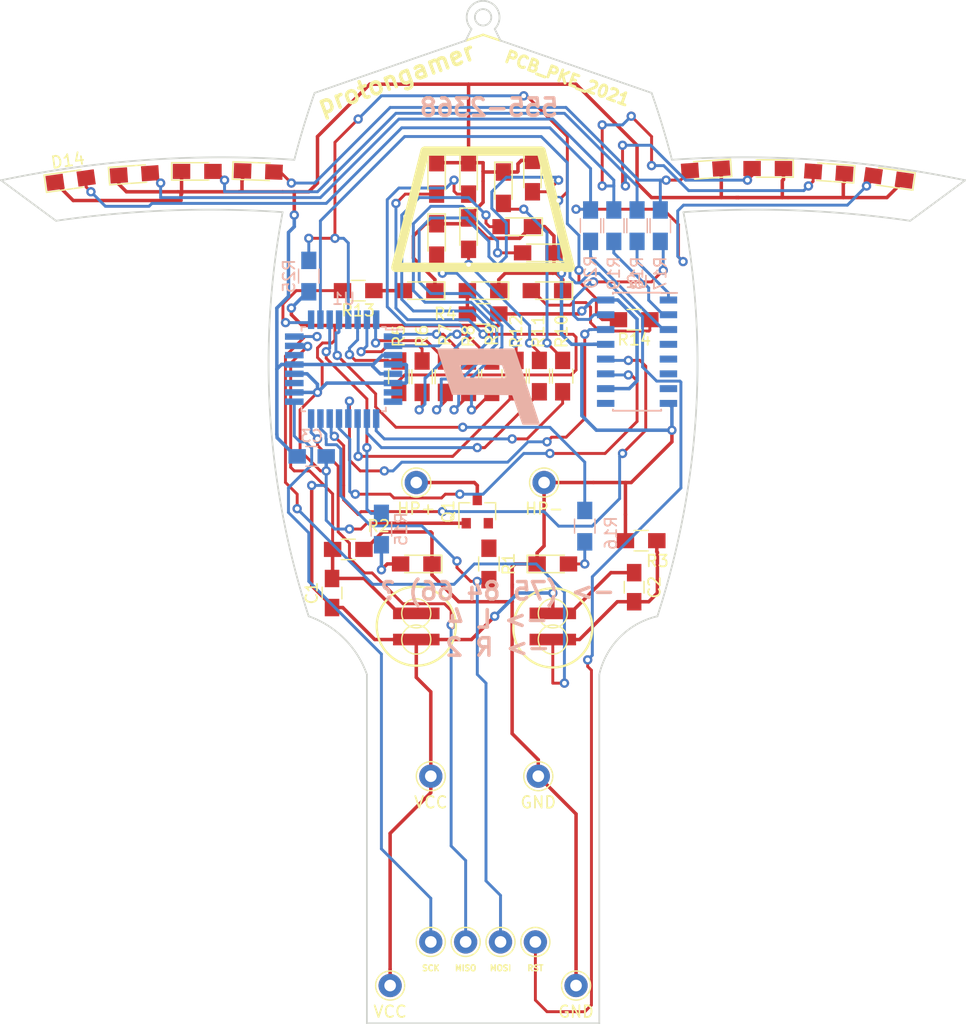
<source format=kicad_pcb>
(kicad_pcb (version 20171130) (host pcbnew "(5.0.1)-rc2")

  (general
    (thickness 1.6)
    (drawings 36)
    (tracks 804)
    (zones 0)
    (modules 63)
    (nets 56)
  )

  (page A4)
  (layers
    (0 F.Cu signal)
    (31 B.Cu signal)
    (32 B.Adhes user)
    (33 F.Adhes user)
    (34 B.Paste user)
    (35 F.Paste user)
    (36 B.SilkS user)
    (37 F.SilkS user)
    (38 B.Mask user)
    (39 F.Mask user)
    (40 Dwgs.User user)
    (41 Cmts.User user)
    (42 Eco1.User user)
    (43 Eco2.User user)
    (44 Edge.Cuts user)
    (45 Margin user)
    (46 B.CrtYd user)
    (47 F.CrtYd user)
    (48 B.Fab user)
    (49 F.Fab user)
  )

  (setup
    (last_trace_width 0.3)
    (user_trace_width 0.3)
    (user_trace_width 0.5)
    (trace_clearance 0.2)
    (zone_clearance 0.508)
    (zone_45_only no)
    (trace_min 0.2)
    (segment_width 0.2)
    (edge_width 0.15)
    (via_size 0.8)
    (via_drill 0.4)
    (via_min_size 0.4)
    (via_min_drill 0.3)
    (user_via 0.9 0.5)
    (user_via 0.9 0.5)
    (uvia_size 0.3)
    (uvia_drill 0.1)
    (uvias_allowed no)
    (uvia_min_size 0.2)
    (uvia_min_drill 0.1)
    (pcb_text_width 0.3)
    (pcb_text_size 1.5 1.5)
    (mod_edge_width 0.15)
    (mod_text_size 1 1)
    (mod_text_width 0.15)
    (pad_size 4 1)
    (pad_drill 0)
    (pad_to_mask_clearance 0.051)
    (solder_mask_min_width 0.25)
    (aux_axis_origin 0 0)
    (visible_elements 7FFFFFFF)
    (pcbplotparams
      (layerselection 0x010fc_ffffffff)
      (usegerberextensions false)
      (usegerberattributes false)
      (usegerberadvancedattributes false)
      (creategerberjobfile false)
      (excludeedgelayer true)
      (linewidth 0.100000)
      (plotframeref false)
      (viasonmask false)
      (mode 1)
      (useauxorigin false)
      (hpglpennumber 1)
      (hpglpenspeed 20)
      (hpglpendiameter 15.000000)
      (psnegative false)
      (psa4output false)
      (plotreference true)
      (plotvalue true)
      (plotinvisibletext false)
      (padsonsilk false)
      (subtractmaskfromsilk false)
      (outputformat 1)
      (mirror false)
      (drillshape 1)
      (scaleselection 1)
      (outputdirectory ""))
  )

  (net 0 "")
  (net 1 VCC)
  (net 2 SW1)
  (net 3 SW2)
  (net 4 GND)
  (net 5 "Net-(D1-Pad2)")
  (net 6 "Net-(D2-Pad2)")
  (net 7 "Net-(D3-Pad2)")
  (net 8 "Net-(D4-Pad2)")
  (net 9 "Net-(D5-Pad2)")
  (net 10 "Net-(D6-Pad2)")
  (net 11 "Net-(D7-Pad2)")
  (net 12 "Net-(D8-Pad2)")
  (net 13 "Net-(D9-Pad2)")
  (net 14 "Net-(D10-Pad2)")
  (net 15 "Net-(D11-Pad2)")
  (net 16 "Net-(D12-Pad2)")
  (net 17 "Net-(D13-Pad2)")
  (net 18 "Net-(D14-Pad2)")
  (net 19 "Net-(D20-Pad2)")
  (net 20 "Net-(D21-Pad2)")
  (net 21 "Net-(D22-Pad2)")
  (net 22 "Net-(Q1-Pad3)")
  (net 23 "Net-(Q1-Pad2)")
  (net 24 SND)
  (net 25 "Net-(R5-Pad2)")
  (net 26 "Net-(R6-Pad2)")
  (net 27 "Net-(R7-Pad2)")
  (net 28 "Net-(R8-Pad2)")
  (net 29 "Net-(R9-Pad2)")
  (net 30 "Net-(R10-Pad2)")
  (net 31 "Net-(R11-Pad2)")
  (net 32 "Net-(R12-Pad2)")
  (net 33 "Net-(R13-Pad2)")
  (net 34 "Net-(R14-Pad2)")
  (net 35 "Net-(R15-Pad2)")
  (net 36 "Net-(R16-Pad2)")
  (net 37 "Net-(R17-Pad2)")
  (net 38 "Net-(R18-Pad2)")
  (net 39 "Net-(R19-Pad2)")
  (net 40 "Net-(R20-Pad2)")
  (net 41 "Net-(R25-Pad1)")
  (net 42 "Net-(TP10-Pad1)")
  (net 43 "Net-(TP11-Pad1)")
  (net 44 "Net-(U1-Pad22)")
  (net 45 "Net-(U1-Pad19)")
  (net 46 "Net-(U1-Pad14)")
  (net 47 "Net-(U1-Pad13)")
  (net 48 "Net-(U1-Pad12)")
  (net 49 "Net-(U1-Pad8)")
  (net 50 "Net-(U1-Pad7)")
  (net 51 "Net-(U2-Pad4)")
  (net 52 "Net-(U2-Pad5)")
  (net 53 "Net-(U2-Pad6)")
  (net 54 "Net-(U2-Pad7)")
  (net 55 "Net-(U2-Pad9)")

  (net_class Default "Ceci est la Netclass par défaut."
    (clearance 0.2)
    (trace_width 0.25)
    (via_dia 0.8)
    (via_drill 0.4)
    (uvia_dia 0.3)
    (uvia_drill 0.1)
    (add_net GND)
    (add_net "Net-(D1-Pad2)")
    (add_net "Net-(D10-Pad2)")
    (add_net "Net-(D11-Pad2)")
    (add_net "Net-(D12-Pad2)")
    (add_net "Net-(D13-Pad2)")
    (add_net "Net-(D14-Pad2)")
    (add_net "Net-(D2-Pad2)")
    (add_net "Net-(D20-Pad2)")
    (add_net "Net-(D21-Pad2)")
    (add_net "Net-(D22-Pad2)")
    (add_net "Net-(D3-Pad2)")
    (add_net "Net-(D4-Pad2)")
    (add_net "Net-(D5-Pad2)")
    (add_net "Net-(D6-Pad2)")
    (add_net "Net-(D7-Pad2)")
    (add_net "Net-(D8-Pad2)")
    (add_net "Net-(D9-Pad2)")
    (add_net "Net-(Q1-Pad2)")
    (add_net "Net-(Q1-Pad3)")
    (add_net "Net-(R10-Pad2)")
    (add_net "Net-(R11-Pad2)")
    (add_net "Net-(R12-Pad2)")
    (add_net "Net-(R13-Pad2)")
    (add_net "Net-(R14-Pad2)")
    (add_net "Net-(R15-Pad2)")
    (add_net "Net-(R16-Pad2)")
    (add_net "Net-(R17-Pad2)")
    (add_net "Net-(R18-Pad2)")
    (add_net "Net-(R19-Pad2)")
    (add_net "Net-(R20-Pad2)")
    (add_net "Net-(R25-Pad1)")
    (add_net "Net-(R5-Pad2)")
    (add_net "Net-(R6-Pad2)")
    (add_net "Net-(R7-Pad2)")
    (add_net "Net-(R8-Pad2)")
    (add_net "Net-(R9-Pad2)")
    (add_net "Net-(TP10-Pad1)")
    (add_net "Net-(TP11-Pad1)")
    (add_net "Net-(U1-Pad12)")
    (add_net "Net-(U1-Pad13)")
    (add_net "Net-(U1-Pad14)")
    (add_net "Net-(U1-Pad19)")
    (add_net "Net-(U1-Pad22)")
    (add_net "Net-(U1-Pad7)")
    (add_net "Net-(U1-Pad8)")
    (add_net "Net-(U2-Pad4)")
    (add_net "Net-(U2-Pad5)")
    (add_net "Net-(U2-Pad6)")
    (add_net "Net-(U2-Pad7)")
    (add_net "Net-(U2-Pad9)")
    (add_net SND)
    (add_net SW1)
    (add_net SW2)
    (add_net VCC)
  )

  (module LEDs:LED_0805_HandSoldering (layer F.Cu) (tedit 595FCA25) (tstamp 610C48E3)
    (at 89.5 107.5 8)
    (descr "Resistor SMD 0805, hand soldering")
    (tags "resistor 0805")
    (path /61604949)
    (attr smd)
    (fp_text reference D14 (at 0 -1.7 8) (layer F.SilkS)
      (effects (font (size 1 1) (thickness 0.15)))
    )
    (fp_text value LED (at 0 1.75 8) (layer F.Fab)
      (effects (font (size 1 1) (thickness 0.15)))
    )
    (fp_line (start -2.2 -0.75) (end -2.2 0.75) (layer F.SilkS) (width 0.12))
    (fp_line (start 2.35 0.9) (end -2.35 0.9) (layer F.CrtYd) (width 0.05))
    (fp_line (start 2.35 0.9) (end 2.35 -0.9) (layer F.CrtYd) (width 0.05))
    (fp_line (start -2.35 -0.9) (end -2.35 0.9) (layer F.CrtYd) (width 0.05))
    (fp_line (start -2.35 -0.9) (end 2.35 -0.9) (layer F.CrtYd) (width 0.05))
    (fp_line (start -2.2 -0.75) (end 1 -0.75) (layer F.SilkS) (width 0.12))
    (fp_line (start 1 0.75) (end -2.2 0.75) (layer F.SilkS) (width 0.12))
    (fp_line (start -1 -0.62) (end 1 -0.62) (layer F.Fab) (width 0.1))
    (fp_line (start 1 -0.62) (end 1 0.62) (layer F.Fab) (width 0.1))
    (fp_line (start 1 0.62) (end -1 0.62) (layer F.Fab) (width 0.1))
    (fp_line (start -1 0.62) (end -1 -0.62) (layer F.Fab) (width 0.1))
    (fp_line (start 0.2 -0.4) (end 0.2 0.4) (layer F.Fab) (width 0.1))
    (fp_line (start 0.2 0.4) (end -0.4 0) (layer F.Fab) (width 0.1))
    (fp_line (start -0.4 0) (end 0.2 -0.4) (layer F.Fab) (width 0.1))
    (fp_line (start -0.4 -0.4) (end -0.4 0.4) (layer F.Fab) (width 0.1))
    (pad 2 smd rect (at 1.35 0 8) (size 1.5 1.3) (layers F.Cu F.Paste F.Mask)
      (net 18 "Net-(D14-Pad2)"))
    (pad 1 smd rect (at -1.35 0 8) (size 1.5 1.3) (layers F.Cu F.Paste F.Mask)
      (net 4 GND))
    (model ${KISYS3DMOD}/LEDs.3dshapes/LED_0805.wrl
      (at (xyz 0 0 0))
      (scale (xyz 1 1 1))
      (rotate (xyz 0 0 0))
    )
  )

  (module Capacitors_SMD:C_0805_HandSoldering (layer F.Cu) (tedit 58AA84A8) (tstamp 610B3F18)
    (at 112 143 90)
    (descr "Capacitor SMD 0805, hand soldering")
    (tags "capacitor 0805")
    (path /6129D591)
    (attr smd)
    (fp_text reference C1 (at 0 -1.75 90) (layer F.SilkS)
      (effects (font (size 1 1) (thickness 0.15)))
    )
    (fp_text value 100nF (at 0 1.75 90) (layer F.Fab)
      (effects (font (size 1 1) (thickness 0.15)))
    )
    (fp_text user %R (at 0 -1.75 90) (layer F.Fab)
      (effects (font (size 1 1) (thickness 0.15)))
    )
    (fp_line (start -1 0.62) (end -1 -0.62) (layer F.Fab) (width 0.1))
    (fp_line (start 1 0.62) (end -1 0.62) (layer F.Fab) (width 0.1))
    (fp_line (start 1 -0.62) (end 1 0.62) (layer F.Fab) (width 0.1))
    (fp_line (start -1 -0.62) (end 1 -0.62) (layer F.Fab) (width 0.1))
    (fp_line (start 0.5 -0.85) (end -0.5 -0.85) (layer F.SilkS) (width 0.12))
    (fp_line (start -0.5 0.85) (end 0.5 0.85) (layer F.SilkS) (width 0.12))
    (fp_line (start -2.25 -0.88) (end 2.25 -0.88) (layer F.CrtYd) (width 0.05))
    (fp_line (start -2.25 -0.88) (end -2.25 0.87) (layer F.CrtYd) (width 0.05))
    (fp_line (start 2.25 0.87) (end 2.25 -0.88) (layer F.CrtYd) (width 0.05))
    (fp_line (start 2.25 0.87) (end -2.25 0.87) (layer F.CrtYd) (width 0.05))
    (pad 1 smd rect (at -1.25 0 90) (size 1.5 1.25) (layers F.Cu F.Paste F.Mask)
      (net 1 VCC))
    (pad 2 smd rect (at 1.25 0 90) (size 1.5 1.25) (layers F.Cu F.Paste F.Mask)
      (net 2 SW1))
    (model Capacitors_SMD.3dshapes/C_0805.wrl
      (at (xyz 0 0 0))
      (scale (xyz 1 1 1))
      (rotate (xyz 0 0 0))
    )
  )

  (module Capacitors_SMD:C_0805_HandSoldering (layer F.Cu) (tedit 58AA84A8) (tstamp 610B3F29)
    (at 138 142.5 270)
    (descr "Capacitor SMD 0805, hand soldering")
    (tags "capacitor 0805")
    (path /612E47D9)
    (attr smd)
    (fp_text reference C2 (at 0 -1.75 270) (layer F.SilkS)
      (effects (font (size 1 1) (thickness 0.15)))
    )
    (fp_text value 100nF (at 0 1.75 270) (layer F.Fab)
      (effects (font (size 1 1) (thickness 0.15)))
    )
    (fp_line (start 2.25 0.87) (end -2.25 0.87) (layer F.CrtYd) (width 0.05))
    (fp_line (start 2.25 0.87) (end 2.25 -0.88) (layer F.CrtYd) (width 0.05))
    (fp_line (start -2.25 -0.88) (end -2.25 0.87) (layer F.CrtYd) (width 0.05))
    (fp_line (start -2.25 -0.88) (end 2.25 -0.88) (layer F.CrtYd) (width 0.05))
    (fp_line (start -0.5 0.85) (end 0.5 0.85) (layer F.SilkS) (width 0.12))
    (fp_line (start 0.5 -0.85) (end -0.5 -0.85) (layer F.SilkS) (width 0.12))
    (fp_line (start -1 -0.62) (end 1 -0.62) (layer F.Fab) (width 0.1))
    (fp_line (start 1 -0.62) (end 1 0.62) (layer F.Fab) (width 0.1))
    (fp_line (start 1 0.62) (end -1 0.62) (layer F.Fab) (width 0.1))
    (fp_line (start -1 0.62) (end -1 -0.62) (layer F.Fab) (width 0.1))
    (fp_text user %R (at 0 -1.75 270) (layer F.Fab)
      (effects (font (size 1 1) (thickness 0.15)))
    )
    (pad 2 smd rect (at 1.25 0 270) (size 1.5 1.25) (layers F.Cu F.Paste F.Mask)
      (net 3 SW2))
    (pad 1 smd rect (at -1.25 0 270) (size 1.5 1.25) (layers F.Cu F.Paste F.Mask)
      (net 1 VCC))
    (model Capacitors_SMD.3dshapes/C_0805.wrl
      (at (xyz 0 0 0))
      (scale (xyz 1 1 1))
      (rotate (xyz 0 0 0))
    )
  )

  (module LEDs:LED_0805_HandSoldering (layer F.Cu) (tedit 61084E3E) (tstamp 610B3F3E)
    (at 125 117 180)
    (descr "Resistor SMD 0805, hand soldering")
    (tags "resistor 0805")
    (path /613E3279)
    (attr smd)
    (fp_text reference "" (at 0 -1.7 180) (layer F.SilkS)
      (effects (font (size 1 1) (thickness 0.15)))
    )
    (fp_text value LED (at 0 1.75 180) (layer F.Fab)
      (effects (font (size 1 1) (thickness 0.15)))
    )
    (fp_line (start -0.4 -0.4) (end -0.4 0.4) (layer F.Fab) (width 0.1))
    (fp_line (start -0.4 0) (end 0.2 -0.4) (layer F.Fab) (width 0.1))
    (fp_line (start 0.2 0.4) (end -0.4 0) (layer F.Fab) (width 0.1))
    (fp_line (start 0.2 -0.4) (end 0.2 0.4) (layer F.Fab) (width 0.1))
    (fp_line (start -1 0.62) (end -1 -0.62) (layer F.Fab) (width 0.1))
    (fp_line (start 1 0.62) (end -1 0.62) (layer F.Fab) (width 0.1))
    (fp_line (start 1 -0.62) (end 1 0.62) (layer F.Fab) (width 0.1))
    (fp_line (start -1 -0.62) (end 1 -0.62) (layer F.Fab) (width 0.1))
    (fp_line (start 1 0.75) (end -2.2 0.75) (layer F.SilkS) (width 0.12))
    (fp_line (start -2.2 -0.75) (end 1 -0.75) (layer F.SilkS) (width 0.12))
    (fp_line (start -2.35 -0.9) (end 2.35 -0.9) (layer F.CrtYd) (width 0.05))
    (fp_line (start -2.35 -0.9) (end -2.35 0.9) (layer F.CrtYd) (width 0.05))
    (fp_line (start 2.35 0.9) (end 2.35 -0.9) (layer F.CrtYd) (width 0.05))
    (fp_line (start 2.35 0.9) (end -2.35 0.9) (layer F.CrtYd) (width 0.05))
    (fp_line (start -2.2 -0.75) (end -2.2 0.75) (layer F.SilkS) (width 0.12))
    (pad 1 smd rect (at -1.35 0 180) (size 1.5 1.3) (layers F.Cu F.Paste F.Mask)
      (net 4 GND))
    (pad 2 smd rect (at 1.35 0 180) (size 1.5 1.3) (layers F.Cu F.Paste F.Mask)
      (net 5 "Net-(D1-Pad2)"))
    (model ${KISYS3DMOD}/LEDs.3dshapes/LED_0805.wrl
      (at (xyz 0 0 0))
      (scale (xyz 1 1 1))
      (rotate (xyz 0 0 0))
    )
  )

  (module LEDs:LED_0805_HandSoldering (layer F.Cu) (tedit 61084E45) (tstamp 610B3F53)
    (at 119.5 117 180)
    (descr "Resistor SMD 0805, hand soldering")
    (tags "resistor 0805")
    (path /6130F7C8)
    (attr smd)
    (fp_text reference "" (at 0 -1.7 180) (layer F.SilkS)
      (effects (font (size 1 1) (thickness 0.15)))
    )
    (fp_text value LED (at 0 1.75 180) (layer F.Fab)
      (effects (font (size 1 1) (thickness 0.15)))
    )
    (fp_line (start -2.2 -0.75) (end -2.2 0.75) (layer F.SilkS) (width 0.12))
    (fp_line (start 2.35 0.9) (end -2.35 0.9) (layer F.CrtYd) (width 0.05))
    (fp_line (start 2.35 0.9) (end 2.35 -0.9) (layer F.CrtYd) (width 0.05))
    (fp_line (start -2.35 -0.9) (end -2.35 0.9) (layer F.CrtYd) (width 0.05))
    (fp_line (start -2.35 -0.9) (end 2.35 -0.9) (layer F.CrtYd) (width 0.05))
    (fp_line (start -2.2 -0.75) (end 1 -0.75) (layer F.SilkS) (width 0.12))
    (fp_line (start 1 0.75) (end -2.2 0.75) (layer F.SilkS) (width 0.12))
    (fp_line (start -1 -0.62) (end 1 -0.62) (layer F.Fab) (width 0.1))
    (fp_line (start 1 -0.62) (end 1 0.62) (layer F.Fab) (width 0.1))
    (fp_line (start 1 0.62) (end -1 0.62) (layer F.Fab) (width 0.1))
    (fp_line (start -1 0.62) (end -1 -0.62) (layer F.Fab) (width 0.1))
    (fp_line (start 0.2 -0.4) (end 0.2 0.4) (layer F.Fab) (width 0.1))
    (fp_line (start 0.2 0.4) (end -0.4 0) (layer F.Fab) (width 0.1))
    (fp_line (start -0.4 0) (end 0.2 -0.4) (layer F.Fab) (width 0.1))
    (fp_line (start -0.4 -0.4) (end -0.4 0.4) (layer F.Fab) (width 0.1))
    (pad 2 smd rect (at 1.35 0 180) (size 1.5 1.3) (layers F.Cu F.Paste F.Mask)
      (net 6 "Net-(D2-Pad2)"))
    (pad 1 smd rect (at -1.35 0 180) (size 1.5 1.3) (layers F.Cu F.Paste F.Mask)
      (net 4 GND))
    (model ${KISYS3DMOD}/LEDs.3dshapes/LED_0805.wrl
      (at (xyz 0 0 0))
      (scale (xyz 1 1 1))
      (rotate (xyz 0 0 0))
    )
  )

  (module LEDs:LED_0805_HandSoldering (layer F.Cu) (tedit 61084E42) (tstamp 610B3F68)
    (at 130.5 117 180)
    (descr "Resistor SMD 0805, hand soldering")
    (tags "resistor 0805")
    (path /6130F7CF)
    (attr smd)
    (fp_text reference "" (at 0 -1.7 180) (layer F.SilkS)
      (effects (font (size 1 1) (thickness 0.15)))
    )
    (fp_text value LED (at 0 1.75 180) (layer F.Fab)
      (effects (font (size 1 1) (thickness 0.15)))
    )
    (fp_line (start -0.4 -0.4) (end -0.4 0.4) (layer F.Fab) (width 0.1))
    (fp_line (start -0.4 0) (end 0.2 -0.4) (layer F.Fab) (width 0.1))
    (fp_line (start 0.2 0.4) (end -0.4 0) (layer F.Fab) (width 0.1))
    (fp_line (start 0.2 -0.4) (end 0.2 0.4) (layer F.Fab) (width 0.1))
    (fp_line (start -1 0.62) (end -1 -0.62) (layer F.Fab) (width 0.1))
    (fp_line (start 1 0.62) (end -1 0.62) (layer F.Fab) (width 0.1))
    (fp_line (start 1 -0.62) (end 1 0.62) (layer F.Fab) (width 0.1))
    (fp_line (start -1 -0.62) (end 1 -0.62) (layer F.Fab) (width 0.1))
    (fp_line (start 1 0.75) (end -2.2 0.75) (layer F.SilkS) (width 0.12))
    (fp_line (start -2.2 -0.75) (end 1 -0.75) (layer F.SilkS) (width 0.12))
    (fp_line (start -2.35 -0.9) (end 2.35 -0.9) (layer F.CrtYd) (width 0.05))
    (fp_line (start -2.35 -0.9) (end -2.35 0.9) (layer F.CrtYd) (width 0.05))
    (fp_line (start 2.35 0.9) (end 2.35 -0.9) (layer F.CrtYd) (width 0.05))
    (fp_line (start 2.35 0.9) (end -2.35 0.9) (layer F.CrtYd) (width 0.05))
    (fp_line (start -2.2 -0.75) (end -2.2 0.75) (layer F.SilkS) (width 0.12))
    (pad 1 smd rect (at -1.35 0 180) (size 1.5 1.3) (layers F.Cu F.Paste F.Mask)
      (net 4 GND))
    (pad 2 smd rect (at 1.35 0 180) (size 1.5 1.3) (layers F.Cu F.Paste F.Mask)
      (net 7 "Net-(D3-Pad2)"))
    (model ${KISYS3DMOD}/LEDs.3dshapes/LED_0805.wrl
      (at (xyz 0 0 0))
      (scale (xyz 1 1 1))
      (rotate (xyz 0 0 0))
    )
  )

  (module LEDs:LED_0805_HandSoldering (layer F.Cu) (tedit 6108501F) (tstamp 610B3F7D)
    (at 119.25 140.5 180)
    (descr "Resistor SMD 0805, hand soldering")
    (tags "resistor 0805")
    (path /6130F7D6)
    (attr smd)
    (fp_text reference "" (at 0 -1.7 180) (layer F.SilkS)
      (effects (font (size 1 1) (thickness 0.15)))
    )
    (fp_text value LED (at 0 1.75 180) (layer F.Fab)
      (effects (font (size 1 1) (thickness 0.15)))
    )
    (fp_line (start -0.4 -0.4) (end -0.4 0.4) (layer F.Fab) (width 0.1))
    (fp_line (start -0.4 0) (end 0.2 -0.4) (layer F.Fab) (width 0.1))
    (fp_line (start 0.2 0.4) (end -0.4 0) (layer F.Fab) (width 0.1))
    (fp_line (start 0.2 -0.4) (end 0.2 0.4) (layer F.Fab) (width 0.1))
    (fp_line (start -1 0.62) (end -1 -0.62) (layer F.Fab) (width 0.1))
    (fp_line (start 1 0.62) (end -1 0.62) (layer F.Fab) (width 0.1))
    (fp_line (start 1 -0.62) (end 1 0.62) (layer F.Fab) (width 0.1))
    (fp_line (start -1 -0.62) (end 1 -0.62) (layer F.Fab) (width 0.1))
    (fp_line (start 1 0.75) (end -2.2 0.75) (layer F.SilkS) (width 0.12))
    (fp_line (start -2.2 -0.75) (end 1 -0.75) (layer F.SilkS) (width 0.12))
    (fp_line (start -2.35 -0.9) (end 2.35 -0.9) (layer F.CrtYd) (width 0.05))
    (fp_line (start -2.35 -0.9) (end -2.35 0.9) (layer F.CrtYd) (width 0.05))
    (fp_line (start 2.35 0.9) (end 2.35 -0.9) (layer F.CrtYd) (width 0.05))
    (fp_line (start 2.35 0.9) (end -2.35 0.9) (layer F.CrtYd) (width 0.05))
    (fp_line (start -2.2 -0.75) (end -2.2 0.75) (layer F.SilkS) (width 0.12))
    (pad 1 smd rect (at -1.35 0 180) (size 1.5 1.3) (layers F.Cu F.Paste F.Mask)
      (net 4 GND))
    (pad 2 smd rect (at 1.35 0 180) (size 1.5 1.3) (layers F.Cu F.Paste F.Mask)
      (net 8 "Net-(D4-Pad2)"))
    (model ${KISYS3DMOD}/LEDs.3dshapes/LED_0805.wrl
      (at (xyz 0 0 0))
      (scale (xyz 1 1 1))
      (rotate (xyz 0 0 0))
    )
  )

  (module LEDs:LED_0805_HandSoldering (layer F.Cu) (tedit 6108502E) (tstamp 610B3F92)
    (at 131 140.5)
    (descr "Resistor SMD 0805, hand soldering")
    (tags "resistor 0805")
    (path /6131A057)
    (attr smd)
    (fp_text reference "" (at 0 -1.7) (layer F.SilkS)
      (effects (font (size 1 1) (thickness 0.15)))
    )
    (fp_text value LED (at 0 1.75) (layer F.Fab)
      (effects (font (size 1 1) (thickness 0.15)))
    )
    (fp_line (start -2.2 -0.75) (end -2.2 0.75) (layer F.SilkS) (width 0.12))
    (fp_line (start 2.35 0.9) (end -2.35 0.9) (layer F.CrtYd) (width 0.05))
    (fp_line (start 2.35 0.9) (end 2.35 -0.9) (layer F.CrtYd) (width 0.05))
    (fp_line (start -2.35 -0.9) (end -2.35 0.9) (layer F.CrtYd) (width 0.05))
    (fp_line (start -2.35 -0.9) (end 2.35 -0.9) (layer F.CrtYd) (width 0.05))
    (fp_line (start -2.2 -0.75) (end 1 -0.75) (layer F.SilkS) (width 0.12))
    (fp_line (start 1 0.75) (end -2.2 0.75) (layer F.SilkS) (width 0.12))
    (fp_line (start -1 -0.62) (end 1 -0.62) (layer F.Fab) (width 0.1))
    (fp_line (start 1 -0.62) (end 1 0.62) (layer F.Fab) (width 0.1))
    (fp_line (start 1 0.62) (end -1 0.62) (layer F.Fab) (width 0.1))
    (fp_line (start -1 0.62) (end -1 -0.62) (layer F.Fab) (width 0.1))
    (fp_line (start 0.2 -0.4) (end 0.2 0.4) (layer F.Fab) (width 0.1))
    (fp_line (start 0.2 0.4) (end -0.4 0) (layer F.Fab) (width 0.1))
    (fp_line (start -0.4 0) (end 0.2 -0.4) (layer F.Fab) (width 0.1))
    (fp_line (start -0.4 -0.4) (end -0.4 0.4) (layer F.Fab) (width 0.1))
    (pad 2 smd rect (at 1.35 0) (size 1.5 1.3) (layers F.Cu F.Paste F.Mask)
      (net 9 "Net-(D5-Pad2)"))
    (pad 1 smd rect (at -1.35 0) (size 1.5 1.3) (layers F.Cu F.Paste F.Mask)
      (net 4 GND))
    (model ${KISYS3DMOD}/LEDs.3dshapes/LED_0805.wrl
      (at (xyz 0 0 0))
      (scale (xyz 1 1 1))
      (rotate (xyz 0 0 0))
    )
  )

  (module LEDs:LED_0805_HandSoldering (layer F.Cu) (tedit 61084B7E) (tstamp 610B3FA7)
    (at 123.75 107.35 270)
    (descr "Resistor SMD 0805, hand soldering")
    (tags "resistor 0805")
    (path /61082334)
    (attr smd)
    (fp_text reference "" (at 0 -1.7 270) (layer F.SilkS)
      (effects (font (size 1 1) (thickness 0.15)))
    )
    (fp_text value LED (at 0 1.75 270) (layer F.Fab)
      (effects (font (size 1 1) (thickness 0.15)))
    )
    (fp_line (start -2.2 -0.75) (end -2.2 0.75) (layer F.SilkS) (width 0.12))
    (fp_line (start 2.35 0.9) (end -2.35 0.9) (layer F.CrtYd) (width 0.05))
    (fp_line (start 2.35 0.9) (end 2.35 -0.9) (layer F.CrtYd) (width 0.05))
    (fp_line (start -2.35 -0.9) (end -2.35 0.9) (layer F.CrtYd) (width 0.05))
    (fp_line (start -2.35 -0.9) (end 2.35 -0.9) (layer F.CrtYd) (width 0.05))
    (fp_line (start -2.2 -0.75) (end 1 -0.75) (layer F.SilkS) (width 0.12))
    (fp_line (start 1 0.75) (end -2.2 0.75) (layer F.SilkS) (width 0.12))
    (fp_line (start -1 -0.62) (end 1 -0.62) (layer F.Fab) (width 0.1))
    (fp_line (start 1 -0.62) (end 1 0.62) (layer F.Fab) (width 0.1))
    (fp_line (start 1 0.62) (end -1 0.62) (layer F.Fab) (width 0.1))
    (fp_line (start -1 0.62) (end -1 -0.62) (layer F.Fab) (width 0.1))
    (fp_line (start 0.2 -0.4) (end 0.2 0.4) (layer F.Fab) (width 0.1))
    (fp_line (start 0.2 0.4) (end -0.4 0) (layer F.Fab) (width 0.1))
    (fp_line (start -0.4 0) (end 0.2 -0.4) (layer F.Fab) (width 0.1))
    (fp_line (start -0.4 -0.4) (end -0.4 0.4) (layer F.Fab) (width 0.1))
    (pad 2 smd rect (at 1.35 0 270) (size 1.5 1.3) (layers F.Cu F.Paste F.Mask)
      (net 10 "Net-(D6-Pad2)"))
    (pad 1 smd rect (at -1.35 0 270) (size 1.5 1.3) (layers F.Cu F.Paste F.Mask)
      (net 4 GND))
    (model ${KISYS3DMOD}/LEDs.3dshapes/LED_0805.wrl
      (at (xyz 0 0 0))
      (scale (xyz 1 1 1))
      (rotate (xyz 0 0 0))
    )
  )

  (module LEDs:LED_0805_HandSoldering (layer F.Cu) (tedit 61084B89) (tstamp 610B3FBC)
    (at 127.9 111.5 180)
    (descr "Resistor SMD 0805, hand soldering")
    (tags "resistor 0805")
    (path /610824F0)
    (attr smd)
    (fp_text reference "" (at 0 -1.7 180) (layer F.SilkS)
      (effects (font (size 1 1) (thickness 0.15)))
    )
    (fp_text value LED (at 0 1.75 180) (layer F.Fab)
      (effects (font (size 1 1) (thickness 0.15)))
    )
    (fp_line (start -2.2 -0.75) (end -2.2 0.75) (layer F.SilkS) (width 0.12))
    (fp_line (start 2.35 0.9) (end -2.35 0.9) (layer F.CrtYd) (width 0.05))
    (fp_line (start 2.35 0.9) (end 2.35 -0.9) (layer F.CrtYd) (width 0.05))
    (fp_line (start -2.35 -0.9) (end -2.35 0.9) (layer F.CrtYd) (width 0.05))
    (fp_line (start -2.35 -0.9) (end 2.35 -0.9) (layer F.CrtYd) (width 0.05))
    (fp_line (start -2.2 -0.75) (end 1 -0.75) (layer F.SilkS) (width 0.12))
    (fp_line (start 1 0.75) (end -2.2 0.75) (layer F.SilkS) (width 0.12))
    (fp_line (start -1 -0.62) (end 1 -0.62) (layer F.Fab) (width 0.1))
    (fp_line (start 1 -0.62) (end 1 0.62) (layer F.Fab) (width 0.1))
    (fp_line (start 1 0.62) (end -1 0.62) (layer F.Fab) (width 0.1))
    (fp_line (start -1 0.62) (end -1 -0.62) (layer F.Fab) (width 0.1))
    (fp_line (start 0.2 -0.4) (end 0.2 0.4) (layer F.Fab) (width 0.1))
    (fp_line (start 0.2 0.4) (end -0.4 0) (layer F.Fab) (width 0.1))
    (fp_line (start -0.4 0) (end 0.2 -0.4) (layer F.Fab) (width 0.1))
    (fp_line (start -0.4 -0.4) (end -0.4 0.4) (layer F.Fab) (width 0.1))
    (pad 2 smd rect (at 1.35 0 180) (size 1.5 1.3) (layers F.Cu F.Paste F.Mask)
      (net 11 "Net-(D7-Pad2)"))
    (pad 1 smd rect (at -1.35 0 180) (size 1.5 1.3) (layers F.Cu F.Paste F.Mask)
      (net 4 GND))
    (model ${KISYS3DMOD}/LEDs.3dshapes/LED_0805.wrl
      (at (xyz 0 0 0))
      (scale (xyz 1 1 1))
      (rotate (xyz 0 0 0))
    )
  )

  (module LEDs:LED_0805_HandSoldering (layer F.Cu) (tedit 61084B90) (tstamp 610B3FD1)
    (at 129.75 113.75 180)
    (descr "Resistor SMD 0805, hand soldering")
    (tags "resistor 0805")
    (path /610824FC)
    (attr smd)
    (fp_text reference "" (at 0 -1.7 180) (layer F.SilkS)
      (effects (font (size 1 1) (thickness 0.15)))
    )
    (fp_text value LED (at 0 1.75 180) (layer F.Fab)
      (effects (font (size 1 1) (thickness 0.15)))
    )
    (fp_line (start -0.4 -0.4) (end -0.4 0.4) (layer F.Fab) (width 0.1))
    (fp_line (start -0.4 0) (end 0.2 -0.4) (layer F.Fab) (width 0.1))
    (fp_line (start 0.2 0.4) (end -0.4 0) (layer F.Fab) (width 0.1))
    (fp_line (start 0.2 -0.4) (end 0.2 0.4) (layer F.Fab) (width 0.1))
    (fp_line (start -1 0.62) (end -1 -0.62) (layer F.Fab) (width 0.1))
    (fp_line (start 1 0.62) (end -1 0.62) (layer F.Fab) (width 0.1))
    (fp_line (start 1 -0.62) (end 1 0.62) (layer F.Fab) (width 0.1))
    (fp_line (start -1 -0.62) (end 1 -0.62) (layer F.Fab) (width 0.1))
    (fp_line (start 1 0.75) (end -2.2 0.75) (layer F.SilkS) (width 0.12))
    (fp_line (start -2.2 -0.75) (end 1 -0.75) (layer F.SilkS) (width 0.12))
    (fp_line (start -2.35 -0.9) (end 2.35 -0.9) (layer F.CrtYd) (width 0.05))
    (fp_line (start -2.35 -0.9) (end -2.35 0.9) (layer F.CrtYd) (width 0.05))
    (fp_line (start 2.35 0.9) (end 2.35 -0.9) (layer F.CrtYd) (width 0.05))
    (fp_line (start 2.35 0.9) (end -2.35 0.9) (layer F.CrtYd) (width 0.05))
    (fp_line (start -2.2 -0.75) (end -2.2 0.75) (layer F.SilkS) (width 0.12))
    (pad 1 smd rect (at -1.35 0 180) (size 1.5 1.3) (layers F.Cu F.Paste F.Mask)
      (net 4 GND))
    (pad 2 smd rect (at 1.35 0 180) (size 1.5 1.3) (layers F.Cu F.Paste F.Mask)
      (net 12 "Net-(D8-Pad2)"))
    (model ${KISYS3DMOD}/LEDs.3dshapes/LED_0805.wrl
      (at (xyz 0 0 0))
      (scale (xyz 1 1 1))
      (rotate (xyz 0 0 0))
    )
  )

  (module LEDs:LED_0805_HandSoldering (layer F.Cu) (tedit 61084B79) (tstamp 610B3FE6)
    (at 129.25 107.15 270)
    (descr "Resistor SMD 0805, hand soldering")
    (tags "resistor 0805")
    (path /6108250B)
    (attr smd)
    (fp_text reference "" (at 0 -1.7 270) (layer F.SilkS)
      (effects (font (size 1 1) (thickness 0.15)))
    )
    (fp_text value LED (at 0 1.75 270) (layer F.Fab)
      (effects (font (size 1 1) (thickness 0.15)))
    )
    (fp_line (start -2.2 -0.75) (end -2.2 0.75) (layer F.SilkS) (width 0.12))
    (fp_line (start 2.35 0.9) (end -2.35 0.9) (layer F.CrtYd) (width 0.05))
    (fp_line (start 2.35 0.9) (end 2.35 -0.9) (layer F.CrtYd) (width 0.05))
    (fp_line (start -2.35 -0.9) (end -2.35 0.9) (layer F.CrtYd) (width 0.05))
    (fp_line (start -2.35 -0.9) (end 2.35 -0.9) (layer F.CrtYd) (width 0.05))
    (fp_line (start -2.2 -0.75) (end 1 -0.75) (layer F.SilkS) (width 0.12))
    (fp_line (start 1 0.75) (end -2.2 0.75) (layer F.SilkS) (width 0.12))
    (fp_line (start -1 -0.62) (end 1 -0.62) (layer F.Fab) (width 0.1))
    (fp_line (start 1 -0.62) (end 1 0.62) (layer F.Fab) (width 0.1))
    (fp_line (start 1 0.62) (end -1 0.62) (layer F.Fab) (width 0.1))
    (fp_line (start -1 0.62) (end -1 -0.62) (layer F.Fab) (width 0.1))
    (fp_line (start 0.2 -0.4) (end 0.2 0.4) (layer F.Fab) (width 0.1))
    (fp_line (start 0.2 0.4) (end -0.4 0) (layer F.Fab) (width 0.1))
    (fp_line (start -0.4 0) (end 0.2 -0.4) (layer F.Fab) (width 0.1))
    (fp_line (start -0.4 -0.4) (end -0.4 0.4) (layer F.Fab) (width 0.1))
    (pad 2 smd rect (at 1.35 0 270) (size 1.5 1.3) (layers F.Cu F.Paste F.Mask)
      (net 13 "Net-(D9-Pad2)"))
    (pad 1 smd rect (at -1.35 0 270) (size 1.5 1.3) (layers F.Cu F.Paste F.Mask)
      (net 4 GND))
    (model ${KISYS3DMOD}/LEDs.3dshapes/LED_0805.wrl
      (at (xyz 0 0 0))
      (scale (xyz 1 1 1))
      (rotate (xyz 0 0 0))
    )
  )

  (module LEDs:LED_0805_HandSoldering (layer F.Cu) (tedit 61084BC3) (tstamp 610B3FFB)
    (at 126.75 108.15 270)
    (descr "Resistor SMD 0805, hand soldering")
    (tags "resistor 0805")
    (path /61082523)
    (attr smd)
    (fp_text reference "" (at 0 -1.7 270) (layer F.SilkS)
      (effects (font (size 1 1) (thickness 0.15)))
    )
    (fp_text value LED (at 0 1.75 270) (layer F.Fab)
      (effects (font (size 1 1) (thickness 0.15)))
    )
    (fp_line (start -0.4 -0.4) (end -0.4 0.4) (layer F.Fab) (width 0.1))
    (fp_line (start -0.4 0) (end 0.2 -0.4) (layer F.Fab) (width 0.1))
    (fp_line (start 0.2 0.4) (end -0.4 0) (layer F.Fab) (width 0.1))
    (fp_line (start 0.2 -0.4) (end 0.2 0.4) (layer F.Fab) (width 0.1))
    (fp_line (start -1 0.62) (end -1 -0.62) (layer F.Fab) (width 0.1))
    (fp_line (start 1 0.62) (end -1 0.62) (layer F.Fab) (width 0.1))
    (fp_line (start 1 -0.62) (end 1 0.62) (layer F.Fab) (width 0.1))
    (fp_line (start -1 -0.62) (end 1 -0.62) (layer F.Fab) (width 0.1))
    (fp_line (start 1 0.75) (end -2.2 0.75) (layer F.SilkS) (width 0.12))
    (fp_line (start -2.2 -0.75) (end 1 -0.75) (layer F.SilkS) (width 0.12))
    (fp_line (start -2.35 -0.9) (end 2.35 -0.9) (layer F.CrtYd) (width 0.05))
    (fp_line (start -2.35 -0.9) (end -2.35 0.9) (layer F.CrtYd) (width 0.05))
    (fp_line (start 2.35 0.9) (end 2.35 -0.9) (layer F.CrtYd) (width 0.05))
    (fp_line (start 2.35 0.9) (end -2.35 0.9) (layer F.CrtYd) (width 0.05))
    (fp_line (start -2.2 -0.75) (end -2.2 0.75) (layer F.SilkS) (width 0.12))
    (pad 1 smd rect (at -1.35 0 270) (size 1.5 1.3) (layers F.Cu F.Paste F.Mask)
      (net 4 GND))
    (pad 2 smd rect (at 1.35 0 270) (size 1.5 1.3) (layers F.Cu F.Paste F.Mask)
      (net 14 "Net-(D10-Pad2)"))
    (model ${KISYS3DMOD}/LEDs.3dshapes/LED_0805.wrl
      (at (xyz 0 0 0))
      (scale (xyz 1 1 1))
      (rotate (xyz 0 0 0))
    )
  )

  (module LEDs:LED_0805_HandSoldering (layer F.Cu) (tedit 61084C1A) (tstamp 610B4010)
    (at 123.75 112.1 270)
    (descr "Resistor SMD 0805, hand soldering")
    (tags "resistor 0805")
    (path /61082536)
    (attr smd)
    (fp_text reference "" (at 0 -1.7 270) (layer F.SilkS)
      (effects (font (size 1 1) (thickness 0.15)))
    )
    (fp_text value LED (at 0 1.75 270) (layer F.Fab)
      (effects (font (size 1 1) (thickness 0.15)))
    )
    (fp_line (start -2.2 -0.75) (end -2.2 0.75) (layer F.SilkS) (width 0.12))
    (fp_line (start 2.35 0.9) (end -2.35 0.9) (layer F.CrtYd) (width 0.05))
    (fp_line (start 2.35 0.9) (end 2.35 -0.9) (layer F.CrtYd) (width 0.05))
    (fp_line (start -2.35 -0.9) (end -2.35 0.9) (layer F.CrtYd) (width 0.05))
    (fp_line (start -2.35 -0.9) (end 2.35 -0.9) (layer F.CrtYd) (width 0.05))
    (fp_line (start -2.2 -0.75) (end 1 -0.75) (layer F.SilkS) (width 0.12))
    (fp_line (start 1 0.75) (end -2.2 0.75) (layer F.SilkS) (width 0.12))
    (fp_line (start -1 -0.62) (end 1 -0.62) (layer F.Fab) (width 0.1))
    (fp_line (start 1 -0.62) (end 1 0.62) (layer F.Fab) (width 0.1))
    (fp_line (start 1 0.62) (end -1 0.62) (layer F.Fab) (width 0.1))
    (fp_line (start -1 0.62) (end -1 -0.62) (layer F.Fab) (width 0.1))
    (fp_line (start 0.2 -0.4) (end 0.2 0.4) (layer F.Fab) (width 0.1))
    (fp_line (start 0.2 0.4) (end -0.4 0) (layer F.Fab) (width 0.1))
    (fp_line (start -0.4 0) (end 0.2 -0.4) (layer F.Fab) (width 0.1))
    (fp_line (start -0.4 -0.4) (end -0.4 0.4) (layer F.Fab) (width 0.1))
    (pad 2 smd rect (at 1.35 0 270) (size 1.5 1.3) (layers F.Cu F.Paste F.Mask)
      (net 15 "Net-(D11-Pad2)"))
    (pad 1 smd rect (at -1.35 0 270) (size 1.5 1.3) (layers F.Cu F.Paste F.Mask)
      (net 4 GND))
    (model ${KISYS3DMOD}/LEDs.3dshapes/LED_0805.wrl
      (at (xyz 0 0 0))
      (scale (xyz 1 1 1))
      (rotate (xyz 0 0 0))
    )
  )

  (module LEDs:LED_0805_HandSoldering (layer F.Cu) (tedit 61084C15) (tstamp 610B4025)
    (at 121 112.6 270)
    (descr "Resistor SMD 0805, hand soldering")
    (tags "resistor 0805")
    (path /6108254C)
    (attr smd)
    (fp_text reference "" (at 0 -1.7 270) (layer F.SilkS)
      (effects (font (size 1 1) (thickness 0.15)))
    )
    (fp_text value LED (at 0 1.75 270) (layer F.Fab)
      (effects (font (size 1 1) (thickness 0.15)))
    )
    (fp_line (start -0.4 -0.4) (end -0.4 0.4) (layer F.Fab) (width 0.1))
    (fp_line (start -0.4 0) (end 0.2 -0.4) (layer F.Fab) (width 0.1))
    (fp_line (start 0.2 0.4) (end -0.4 0) (layer F.Fab) (width 0.1))
    (fp_line (start 0.2 -0.4) (end 0.2 0.4) (layer F.Fab) (width 0.1))
    (fp_line (start -1 0.62) (end -1 -0.62) (layer F.Fab) (width 0.1))
    (fp_line (start 1 0.62) (end -1 0.62) (layer F.Fab) (width 0.1))
    (fp_line (start 1 -0.62) (end 1 0.62) (layer F.Fab) (width 0.1))
    (fp_line (start -1 -0.62) (end 1 -0.62) (layer F.Fab) (width 0.1))
    (fp_line (start 1 0.75) (end -2.2 0.75) (layer F.SilkS) (width 0.12))
    (fp_line (start -2.2 -0.75) (end 1 -0.75) (layer F.SilkS) (width 0.12))
    (fp_line (start -2.35 -0.9) (end 2.35 -0.9) (layer F.CrtYd) (width 0.05))
    (fp_line (start -2.35 -0.9) (end -2.35 0.9) (layer F.CrtYd) (width 0.05))
    (fp_line (start 2.35 0.9) (end 2.35 -0.9) (layer F.CrtYd) (width 0.05))
    (fp_line (start 2.35 0.9) (end -2.35 0.9) (layer F.CrtYd) (width 0.05))
    (fp_line (start -2.2 -0.75) (end -2.2 0.75) (layer F.SilkS) (width 0.12))
    (pad 1 smd rect (at -1.35 0 270) (size 1.5 1.3) (layers F.Cu F.Paste F.Mask)
      (net 4 GND))
    (pad 2 smd rect (at 1.35 0 270) (size 1.5 1.3) (layers F.Cu F.Paste F.Mask)
      (net 16 "Net-(D12-Pad2)"))
    (model ${KISYS3DMOD}/LEDs.3dshapes/LED_0805.wrl
      (at (xyz 0 0 0))
      (scale (xyz 1 1 1))
      (rotate (xyz 0 0 0))
    )
  )

  (module LEDs:LED_0805_HandSoldering (layer F.Cu) (tedit 61084B83) (tstamp 610B403A)
    (at 121 107.35 270)
    (descr "Resistor SMD 0805, hand soldering")
    (tags "resistor 0805")
    (path /615CC252)
    (attr smd)
    (fp_text reference "" (at 0 -1.7 270) (layer F.SilkS)
      (effects (font (size 1 1) (thickness 0.15)))
    )
    (fp_text value LED (at 0 1.75 270) (layer F.Fab)
      (effects (font (size 1 1) (thickness 0.15)))
    )
    (fp_line (start -2.2 -0.75) (end -2.2 0.75) (layer F.SilkS) (width 0.12))
    (fp_line (start 2.35 0.9) (end -2.35 0.9) (layer F.CrtYd) (width 0.05))
    (fp_line (start 2.35 0.9) (end 2.35 -0.9) (layer F.CrtYd) (width 0.05))
    (fp_line (start -2.35 -0.9) (end -2.35 0.9) (layer F.CrtYd) (width 0.05))
    (fp_line (start -2.35 -0.9) (end 2.35 -0.9) (layer F.CrtYd) (width 0.05))
    (fp_line (start -2.2 -0.75) (end 1 -0.75) (layer F.SilkS) (width 0.12))
    (fp_line (start 1 0.75) (end -2.2 0.75) (layer F.SilkS) (width 0.12))
    (fp_line (start -1 -0.62) (end 1 -0.62) (layer F.Fab) (width 0.1))
    (fp_line (start 1 -0.62) (end 1 0.62) (layer F.Fab) (width 0.1))
    (fp_line (start 1 0.62) (end -1 0.62) (layer F.Fab) (width 0.1))
    (fp_line (start -1 0.62) (end -1 -0.62) (layer F.Fab) (width 0.1))
    (fp_line (start 0.2 -0.4) (end 0.2 0.4) (layer F.Fab) (width 0.1))
    (fp_line (start 0.2 0.4) (end -0.4 0) (layer F.Fab) (width 0.1))
    (fp_line (start -0.4 0) (end 0.2 -0.4) (layer F.Fab) (width 0.1))
    (fp_line (start -0.4 -0.4) (end -0.4 0.4) (layer F.Fab) (width 0.1))
    (pad 2 smd rect (at 1.35 0 270) (size 1.5 1.3) (layers F.Cu F.Paste F.Mask)
      (net 17 "Net-(D13-Pad2)"))
    (pad 1 smd rect (at -1.35 0 270) (size 1.5 1.3) (layers F.Cu F.Paste F.Mask)
      (net 4 GND))
    (model ${KISYS3DMOD}/LEDs.3dshapes/LED_0805.wrl
      (at (xyz 0 0 0))
      (scale (xyz 1 1 1))
      (rotate (xyz 0 0 0))
    )
  )

  (module LEDs:LED_0805_HandSoldering (layer F.Cu) (tedit 61084D19) (tstamp 610B4064)
    (at 144.153289 106.594171 184)
    (descr "Resistor SMD 0805, hand soldering")
    (tags "resistor 0805")
    (path /610B96D2)
    (attr smd)
    (fp_text reference "" (at 0 -1.7 184) (layer F.SilkS)
      (effects (font (size 1 1) (thickness 0.15)))
    )
    (fp_text value LED (at 0 1.75 184) (layer F.Fab)
      (effects (font (size 1 1) (thickness 0.15)))
    )
    (fp_line (start -2.2 -0.75) (end -2.2 0.75) (layer F.SilkS) (width 0.12))
    (fp_line (start 2.35 0.9) (end -2.35 0.9) (layer F.CrtYd) (width 0.05))
    (fp_line (start 2.35 0.9) (end 2.35 -0.9) (layer F.CrtYd) (width 0.05))
    (fp_line (start -2.35 -0.9) (end -2.35 0.9) (layer F.CrtYd) (width 0.05))
    (fp_line (start -2.35 -0.9) (end 2.35 -0.9) (layer F.CrtYd) (width 0.05))
    (fp_line (start -2.2 -0.75) (end 1 -0.75) (layer F.SilkS) (width 0.12))
    (fp_line (start 1 0.75) (end -2.2 0.75) (layer F.SilkS) (width 0.12))
    (fp_line (start -1 -0.62) (end 1 -0.62) (layer F.Fab) (width 0.1))
    (fp_line (start 1 -0.62) (end 1 0.62) (layer F.Fab) (width 0.1))
    (fp_line (start 1 0.62) (end -1 0.62) (layer F.Fab) (width 0.1))
    (fp_line (start -1 0.62) (end -1 -0.62) (layer F.Fab) (width 0.1))
    (fp_line (start 0.2 -0.4) (end 0.2 0.4) (layer F.Fab) (width 0.1))
    (fp_line (start 0.2 0.4) (end -0.4 0) (layer F.Fab) (width 0.1))
    (fp_line (start -0.4 0) (end 0.2 -0.4) (layer F.Fab) (width 0.1))
    (fp_line (start -0.4 -0.4) (end -0.4 0.4) (layer F.Fab) (width 0.1))
    (pad 2 smd rect (at 1.35 0 184) (size 1.5 1.3) (layers F.Cu F.Paste F.Mask)
      (net 19 "Net-(D20-Pad2)"))
    (pad 1 smd rect (at -1.35 0 184) (size 1.5 1.3) (layers F.Cu F.Paste F.Mask)
      (net 4 GND))
    (model ${KISYS3DMOD}/LEDs.3dshapes/LED_0805.wrl
      (at (xyz 0 0 0))
      (scale (xyz 1 1 1))
      (rotate (xyz 0 0 0))
    )
  )

  (module LEDs:LED_0805_HandSoldering (layer F.Cu) (tedit 61084D1D) (tstamp 610B4079)
    (at 149.5 106.5 180)
    (descr "Resistor SMD 0805, hand soldering")
    (tags "resistor 0805")
    (path /610B96D9)
    (attr smd)
    (fp_text reference "" (at 0 -1.7 180) (layer F.SilkS)
      (effects (font (size 1 1) (thickness 0.15)))
    )
    (fp_text value LED (at 0 1.75 180) (layer F.Fab)
      (effects (font (size 1 1) (thickness 0.15)))
    )
    (fp_line (start -0.4 -0.4) (end -0.4 0.4) (layer F.Fab) (width 0.1))
    (fp_line (start -0.4 0) (end 0.2 -0.4) (layer F.Fab) (width 0.1))
    (fp_line (start 0.2 0.4) (end -0.4 0) (layer F.Fab) (width 0.1))
    (fp_line (start 0.2 -0.4) (end 0.2 0.4) (layer F.Fab) (width 0.1))
    (fp_line (start -1 0.62) (end -1 -0.62) (layer F.Fab) (width 0.1))
    (fp_line (start 1 0.62) (end -1 0.62) (layer F.Fab) (width 0.1))
    (fp_line (start 1 -0.62) (end 1 0.62) (layer F.Fab) (width 0.1))
    (fp_line (start -1 -0.62) (end 1 -0.62) (layer F.Fab) (width 0.1))
    (fp_line (start 1 0.75) (end -2.2 0.75) (layer F.SilkS) (width 0.12))
    (fp_line (start -2.2 -0.75) (end 1 -0.75) (layer F.SilkS) (width 0.12))
    (fp_line (start -2.35 -0.9) (end 2.35 -0.9) (layer F.CrtYd) (width 0.05))
    (fp_line (start -2.35 -0.9) (end -2.35 0.9) (layer F.CrtYd) (width 0.05))
    (fp_line (start 2.35 0.9) (end 2.35 -0.9) (layer F.CrtYd) (width 0.05))
    (fp_line (start 2.35 0.9) (end -2.35 0.9) (layer F.CrtYd) (width 0.05))
    (fp_line (start -2.2 -0.75) (end -2.2 0.75) (layer F.SilkS) (width 0.12))
    (pad 1 smd rect (at -1.35 0 180) (size 1.5 1.3) (layers F.Cu F.Paste F.Mask)
      (net 4 GND))
    (pad 2 smd rect (at 1.35 0 180) (size 1.5 1.3) (layers F.Cu F.Paste F.Mask)
      (net 20 "Net-(D21-Pad2)"))
    (model ${KISYS3DMOD}/LEDs.3dshapes/LED_0805.wrl
      (at (xyz 0 0 0))
      (scale (xyz 1 1 1))
      (rotate (xyz 0 0 0))
    )
  )

  (module LEDs:LED_0805_HandSoldering (layer F.Cu) (tedit 61084D21) (tstamp 610B408E)
    (at 154.75 106.844171 176)
    (descr "Resistor SMD 0805, hand soldering")
    (tags "resistor 0805")
    (path /610B96E0)
    (attr smd)
    (fp_text reference "" (at 0 -1.7 176) (layer F.SilkS)
      (effects (font (size 1 1) (thickness 0.15)))
    )
    (fp_text value LED (at 0 1.75 176) (layer F.Fab)
      (effects (font (size 1 1) (thickness 0.15)))
    )
    (fp_line (start -2.2 -0.75) (end -2.2 0.75) (layer F.SilkS) (width 0.12))
    (fp_line (start 2.35 0.9) (end -2.35 0.9) (layer F.CrtYd) (width 0.05))
    (fp_line (start 2.35 0.9) (end 2.35 -0.9) (layer F.CrtYd) (width 0.05))
    (fp_line (start -2.35 -0.9) (end -2.35 0.9) (layer F.CrtYd) (width 0.05))
    (fp_line (start -2.35 -0.9) (end 2.35 -0.9) (layer F.CrtYd) (width 0.05))
    (fp_line (start -2.2 -0.75) (end 1 -0.75) (layer F.SilkS) (width 0.12))
    (fp_line (start 1 0.75) (end -2.2 0.75) (layer F.SilkS) (width 0.12))
    (fp_line (start -1 -0.62) (end 1 -0.62) (layer F.Fab) (width 0.1))
    (fp_line (start 1 -0.62) (end 1 0.62) (layer F.Fab) (width 0.1))
    (fp_line (start 1 0.62) (end -1 0.62) (layer F.Fab) (width 0.1))
    (fp_line (start -1 0.62) (end -1 -0.62) (layer F.Fab) (width 0.1))
    (fp_line (start 0.2 -0.4) (end 0.2 0.4) (layer F.Fab) (width 0.1))
    (fp_line (start 0.2 0.4) (end -0.4 0) (layer F.Fab) (width 0.1))
    (fp_line (start -0.4 0) (end 0.2 -0.4) (layer F.Fab) (width 0.1))
    (fp_line (start -0.4 -0.4) (end -0.4 0.4) (layer F.Fab) (width 0.1))
    (pad 2 smd rect (at 1.35 0 176) (size 1.5 1.3) (layers F.Cu F.Paste F.Mask)
      (net 21 "Net-(D22-Pad2)"))
    (pad 1 smd rect (at -1.35 0 176) (size 1.5 1.3) (layers F.Cu F.Paste F.Mask)
      (net 4 GND))
    (model ${KISYS3DMOD}/LEDs.3dshapes/LED_0805.wrl
      (at (xyz 0 0 0))
      (scale (xyz 1 1 1))
      (rotate (xyz 0 0 0))
    )
  )

  (module LEDs:LED_0805_HandSoldering (layer F.Cu) (tedit 61084D25) (tstamp 610B40A3)
    (at 159.913138 107.312116 172)
    (descr "Resistor SMD 0805, hand soldering")
    (tags "resistor 0805")
    (path /610B96E7)
    (attr smd)
    (fp_text reference "" (at 0 -1.7 172) (layer F.SilkS)
      (effects (font (size 1 1) (thickness 0.15)))
    )
    (fp_text value LED (at 0 1.75 172) (layer F.Fab)
      (effects (font (size 1 1) (thickness 0.15)))
    )
    (fp_line (start -0.4 -0.4) (end -0.4 0.4) (layer F.Fab) (width 0.1))
    (fp_line (start -0.4 0) (end 0.2 -0.4) (layer F.Fab) (width 0.1))
    (fp_line (start 0.2 0.4) (end -0.4 0) (layer F.Fab) (width 0.1))
    (fp_line (start 0.2 -0.4) (end 0.2 0.4) (layer F.Fab) (width 0.1))
    (fp_line (start -1 0.62) (end -1 -0.62) (layer F.Fab) (width 0.1))
    (fp_line (start 1 0.62) (end -1 0.62) (layer F.Fab) (width 0.1))
    (fp_line (start 1 -0.62) (end 1 0.62) (layer F.Fab) (width 0.1))
    (fp_line (start -1 -0.62) (end 1 -0.62) (layer F.Fab) (width 0.1))
    (fp_line (start 1 0.75) (end -2.2 0.75) (layer F.SilkS) (width 0.12))
    (fp_line (start -2.2 -0.75) (end 1 -0.75) (layer F.SilkS) (width 0.12))
    (fp_line (start -2.35 -0.9) (end 2.35 -0.9) (layer F.CrtYd) (width 0.05))
    (fp_line (start -2.35 -0.9) (end -2.35 0.9) (layer F.CrtYd) (width 0.05))
    (fp_line (start 2.35 0.9) (end 2.35 -0.9) (layer F.CrtYd) (width 0.05))
    (fp_line (start 2.35 0.9) (end -2.35 0.9) (layer F.CrtYd) (width 0.05))
    (fp_line (start -2.2 -0.75) (end -2.2 0.75) (layer F.SilkS) (width 0.12))
    (pad 1 smd rect (at -1.35 0 172) (size 1.5 1.3) (layers F.Cu F.Paste F.Mask)
      (net 4 GND))
    (pad 2 smd rect (at 1.35 0 172) (size 1.5 1.3) (layers F.Cu F.Paste F.Mask)
      (net 18 "Net-(D14-Pad2)"))
    (model ${KISYS3DMOD}/LEDs.3dshapes/LED_0805.wrl
      (at (xyz 0 0 0))
      (scale (xyz 1 1 1))
      (rotate (xyz 0 0 0))
    )
  )

  (module LEDs:LED_0805_HandSoldering (layer F.Cu) (tedit 61084DE9) (tstamp 610B40B8)
    (at 105.65 106.75 358)
    (descr "Resistor SMD 0805, hand soldering")
    (tags "resistor 0805")
    (path /610B96EE)
    (attr smd)
    (fp_text reference "" (at 0 -1.7 358) (layer F.SilkS)
      (effects (font (size 1 1) (thickness 0.15)))
    )
    (fp_text value LED (at 0 1.75 358) (layer F.Fab)
      (effects (font (size 1 1) (thickness 0.15)))
    )
    (fp_line (start -2.2 -0.75) (end -2.2 0.75) (layer F.SilkS) (width 0.12))
    (fp_line (start 2.35 0.9) (end -2.35 0.9) (layer F.CrtYd) (width 0.05))
    (fp_line (start 2.35 0.9) (end 2.35 -0.9) (layer F.CrtYd) (width 0.05))
    (fp_line (start -2.35 -0.9) (end -2.35 0.9) (layer F.CrtYd) (width 0.05))
    (fp_line (start -2.35 -0.9) (end 2.35 -0.9) (layer F.CrtYd) (width 0.05))
    (fp_line (start -2.2 -0.75) (end 1 -0.75) (layer F.SilkS) (width 0.12))
    (fp_line (start 1 0.75) (end -2.2 0.75) (layer F.SilkS) (width 0.12))
    (fp_line (start -1 -0.62) (end 1 -0.62) (layer F.Fab) (width 0.1))
    (fp_line (start 1 -0.62) (end 1 0.62) (layer F.Fab) (width 0.1))
    (fp_line (start 1 0.62) (end -1 0.62) (layer F.Fab) (width 0.1))
    (fp_line (start -1 0.62) (end -1 -0.62) (layer F.Fab) (width 0.1))
    (fp_line (start 0.2 -0.4) (end 0.2 0.4) (layer F.Fab) (width 0.1))
    (fp_line (start 0.2 0.4) (end -0.4 0) (layer F.Fab) (width 0.1))
    (fp_line (start -0.4 0) (end 0.2 -0.4) (layer F.Fab) (width 0.1))
    (fp_line (start -0.4 -0.4) (end -0.4 0.4) (layer F.Fab) (width 0.1))
    (pad 2 smd rect (at 1.35 0 358) (size 1.5 1.3) (layers F.Cu F.Paste F.Mask)
      (net 19 "Net-(D20-Pad2)"))
    (pad 1 smd rect (at -1.35 0 358) (size 1.5 1.3) (layers F.Cu F.Paste F.Mask)
      (net 4 GND))
    (model ${KISYS3DMOD}/LEDs.3dshapes/LED_0805.wrl
      (at (xyz 0 0 0))
      (scale (xyz 1 1 1))
      (rotate (xyz 0 0 0))
    )
  )

  (module LEDs:LED_0805_HandSoldering (layer F.Cu) (tedit 61084DE6) (tstamp 610B40CD)
    (at 100.4 106.75)
    (descr "Resistor SMD 0805, hand soldering")
    (tags "resistor 0805")
    (path /610B96F5)
    (attr smd)
    (fp_text reference "" (at 0 -1.7) (layer F.SilkS)
      (effects (font (size 1 1) (thickness 0.15)))
    )
    (fp_text value LED (at 0 1.75) (layer F.Fab)
      (effects (font (size 1 1) (thickness 0.15)))
    )
    (fp_line (start -0.4 -0.4) (end -0.4 0.4) (layer F.Fab) (width 0.1))
    (fp_line (start -0.4 0) (end 0.2 -0.4) (layer F.Fab) (width 0.1))
    (fp_line (start 0.2 0.4) (end -0.4 0) (layer F.Fab) (width 0.1))
    (fp_line (start 0.2 -0.4) (end 0.2 0.4) (layer F.Fab) (width 0.1))
    (fp_line (start -1 0.62) (end -1 -0.62) (layer F.Fab) (width 0.1))
    (fp_line (start 1 0.62) (end -1 0.62) (layer F.Fab) (width 0.1))
    (fp_line (start 1 -0.62) (end 1 0.62) (layer F.Fab) (width 0.1))
    (fp_line (start -1 -0.62) (end 1 -0.62) (layer F.Fab) (width 0.1))
    (fp_line (start 1 0.75) (end -2.2 0.75) (layer F.SilkS) (width 0.12))
    (fp_line (start -2.2 -0.75) (end 1 -0.75) (layer F.SilkS) (width 0.12))
    (fp_line (start -2.35 -0.9) (end 2.35 -0.9) (layer F.CrtYd) (width 0.05))
    (fp_line (start -2.35 -0.9) (end -2.35 0.9) (layer F.CrtYd) (width 0.05))
    (fp_line (start 2.35 0.9) (end 2.35 -0.9) (layer F.CrtYd) (width 0.05))
    (fp_line (start 2.35 0.9) (end -2.35 0.9) (layer F.CrtYd) (width 0.05))
    (fp_line (start -2.2 -0.75) (end -2.2 0.75) (layer F.SilkS) (width 0.12))
    (pad 1 smd rect (at -1.35 0) (size 1.5 1.3) (layers F.Cu F.Paste F.Mask)
      (net 4 GND))
    (pad 2 smd rect (at 1.35 0) (size 1.5 1.3) (layers F.Cu F.Paste F.Mask)
      (net 20 "Net-(D21-Pad2)"))
    (model ${KISYS3DMOD}/LEDs.3dshapes/LED_0805.wrl
      (at (xyz 0 0 0))
      (scale (xyz 1 1 1))
      (rotate (xyz 0 0 0))
    )
  )

  (module LEDs:LED_0805_HandSoldering (layer F.Cu) (tedit 61084DE2) (tstamp 610B40E2)
    (at 95 107 4)
    (descr "Resistor SMD 0805, hand soldering")
    (tags "resistor 0805")
    (path /610B96FC)
    (attr smd)
    (fp_text reference "" (at 0 -1.7 4) (layer F.SilkS)
      (effects (font (size 1 1) (thickness 0.15)))
    )
    (fp_text value LED (at 0 1.75 4) (layer F.Fab)
      (effects (font (size 1 1) (thickness 0.15)))
    )
    (fp_line (start -2.2 -0.75) (end -2.2 0.75) (layer F.SilkS) (width 0.12))
    (fp_line (start 2.35 0.9) (end -2.35 0.9) (layer F.CrtYd) (width 0.05))
    (fp_line (start 2.35 0.9) (end 2.35 -0.9) (layer F.CrtYd) (width 0.05))
    (fp_line (start -2.35 -0.9) (end -2.35 0.9) (layer F.CrtYd) (width 0.05))
    (fp_line (start -2.35 -0.9) (end 2.35 -0.9) (layer F.CrtYd) (width 0.05))
    (fp_line (start -2.2 -0.75) (end 1 -0.75) (layer F.SilkS) (width 0.12))
    (fp_line (start 1 0.75) (end -2.2 0.75) (layer F.SilkS) (width 0.12))
    (fp_line (start -1 -0.62) (end 1 -0.62) (layer F.Fab) (width 0.1))
    (fp_line (start 1 -0.62) (end 1 0.62) (layer F.Fab) (width 0.1))
    (fp_line (start 1 0.62) (end -1 0.62) (layer F.Fab) (width 0.1))
    (fp_line (start -1 0.62) (end -1 -0.62) (layer F.Fab) (width 0.1))
    (fp_line (start 0.2 -0.4) (end 0.2 0.4) (layer F.Fab) (width 0.1))
    (fp_line (start 0.2 0.4) (end -0.4 0) (layer F.Fab) (width 0.1))
    (fp_line (start -0.4 0) (end 0.2 -0.4) (layer F.Fab) (width 0.1))
    (fp_line (start -0.4 -0.4) (end -0.4 0.4) (layer F.Fab) (width 0.1))
    (pad 2 smd rect (at 1.35 0 4) (size 1.5 1.3) (layers F.Cu F.Paste F.Mask)
      (net 21 "Net-(D22-Pad2)"))
    (pad 1 smd rect (at -1.35 0 4) (size 1.5 1.3) (layers F.Cu F.Paste F.Mask)
      (net 4 GND))
    (model ${KISYS3DMOD}/LEDs.3dshapes/LED_0805.wrl
      (at (xyz 0 0 0))
      (scale (xyz 1 1 1))
      (rotate (xyz 0 0 0))
    )
  )

  (module TO_SOT_Packages_SMD:SOT-23 (layer F.Cu) (tedit 58CE4E7E) (tstamp 610B40F7)
    (at 124.5 136 90)
    (descr "SOT-23, Standard")
    (tags SOT-23)
    (path /6140E373)
    (attr smd)
    (fp_text reference Q1 (at 0 -2.5 90) (layer F.SilkS)
      (effects (font (size 1 1) (thickness 0.15)))
    )
    (fp_text value BC547 (at 0 2.5 90) (layer F.Fab)
      (effects (font (size 1 1) (thickness 0.15)))
    )
    (fp_line (start 0.76 1.58) (end -0.7 1.58) (layer F.SilkS) (width 0.12))
    (fp_line (start 0.76 -1.58) (end -1.4 -1.58) (layer F.SilkS) (width 0.12))
    (fp_line (start -1.7 1.75) (end -1.7 -1.75) (layer F.CrtYd) (width 0.05))
    (fp_line (start 1.7 1.75) (end -1.7 1.75) (layer F.CrtYd) (width 0.05))
    (fp_line (start 1.7 -1.75) (end 1.7 1.75) (layer F.CrtYd) (width 0.05))
    (fp_line (start -1.7 -1.75) (end 1.7 -1.75) (layer F.CrtYd) (width 0.05))
    (fp_line (start 0.76 -1.58) (end 0.76 -0.65) (layer F.SilkS) (width 0.12))
    (fp_line (start 0.76 1.58) (end 0.76 0.65) (layer F.SilkS) (width 0.12))
    (fp_line (start -0.7 1.52) (end 0.7 1.52) (layer F.Fab) (width 0.1))
    (fp_line (start 0.7 -1.52) (end 0.7 1.52) (layer F.Fab) (width 0.1))
    (fp_line (start -0.7 -0.95) (end -0.15 -1.52) (layer F.Fab) (width 0.1))
    (fp_line (start -0.15 -1.52) (end 0.7 -1.52) (layer F.Fab) (width 0.1))
    (fp_line (start -0.7 -0.95) (end -0.7 1.5) (layer F.Fab) (width 0.1))
    (fp_text user %R (at 0 0 180) (layer F.Fab)
      (effects (font (size 0.5 0.5) (thickness 0.075)))
    )
    (pad 3 smd rect (at 1 0 90) (size 0.9 0.8) (layers F.Cu F.Paste F.Mask)
      (net 22 "Net-(Q1-Pad3)"))
    (pad 2 smd rect (at -1 0.95 90) (size 0.9 0.8) (layers F.Cu F.Paste F.Mask)
      (net 23 "Net-(Q1-Pad2)"))
    (pad 1 smd rect (at -1 -0.95 90) (size 0.9 0.8) (layers F.Cu F.Paste F.Mask)
      (net 1 VCC))
    (model ${KISYS3DMOD}/TO_SOT_Packages_SMD.3dshapes/SOT-23.wrl
      (at (xyz 0 0 0))
      (scale (xyz 1 1 1))
      (rotate (xyz 0 0 0))
    )
  )

  (module Resistors_SMD:R_0805_HandSoldering (layer F.Cu) (tedit 58E0A804) (tstamp 610B4108)
    (at 125.5 140.5 270)
    (descr "Resistor SMD 0805, hand soldering")
    (tags "resistor 0805")
    (path /6141D1A0)
    (attr smd)
    (fp_text reference R1 (at 0 -1.7 270) (layer F.SilkS)
      (effects (font (size 1 1) (thickness 0.15)))
    )
    (fp_text value R (at 0 1.75 270) (layer F.Fab)
      (effects (font (size 1 1) (thickness 0.15)))
    )
    (fp_line (start 2.35 0.9) (end -2.35 0.9) (layer F.CrtYd) (width 0.05))
    (fp_line (start 2.35 0.9) (end 2.35 -0.9) (layer F.CrtYd) (width 0.05))
    (fp_line (start -2.35 -0.9) (end -2.35 0.9) (layer F.CrtYd) (width 0.05))
    (fp_line (start -2.35 -0.9) (end 2.35 -0.9) (layer F.CrtYd) (width 0.05))
    (fp_line (start -0.6 -0.88) (end 0.6 -0.88) (layer F.SilkS) (width 0.12))
    (fp_line (start 0.6 0.88) (end -0.6 0.88) (layer F.SilkS) (width 0.12))
    (fp_line (start -1 -0.62) (end 1 -0.62) (layer F.Fab) (width 0.1))
    (fp_line (start 1 -0.62) (end 1 0.62) (layer F.Fab) (width 0.1))
    (fp_line (start 1 0.62) (end -1 0.62) (layer F.Fab) (width 0.1))
    (fp_line (start -1 0.62) (end -1 -0.62) (layer F.Fab) (width 0.1))
    (fp_text user %R (at 0 0 270) (layer F.Fab)
      (effects (font (size 0.5 0.5) (thickness 0.075)))
    )
    (pad 2 smd rect (at 1.35 0 270) (size 1.5 1.3) (layers F.Cu F.Paste F.Mask)
      (net 24 SND))
    (pad 1 smd rect (at -1.35 0 270) (size 1.5 1.3) (layers F.Cu F.Paste F.Mask)
      (net 23 "Net-(Q1-Pad2)"))
    (model ${KISYS3DMOD}/Resistors_SMD.3dshapes/R_0805.wrl
      (at (xyz 0 0 0))
      (scale (xyz 1 1 1))
      (rotate (xyz 0 0 0))
    )
  )

  (module Resistors_SMD:R_0805_HandSoldering (layer F.Cu) (tedit 58E0A804) (tstamp 610B4119)
    (at 113.4 139.25)
    (descr "Resistor SMD 0805, hand soldering")
    (tags "resistor 0805")
    (path /612D1D11)
    (attr smd)
    (fp_text reference R2 (at 2.6 -2) (layer F.SilkS)
      (effects (font (size 1 1) (thickness 0.15)))
    )
    (fp_text value 1M (at 0 1.75) (layer F.Fab)
      (effects (font (size 1 1) (thickness 0.15)))
    )
    (fp_line (start 2.35 0.9) (end -2.35 0.9) (layer F.CrtYd) (width 0.05))
    (fp_line (start 2.35 0.9) (end 2.35 -0.9) (layer F.CrtYd) (width 0.05))
    (fp_line (start -2.35 -0.9) (end -2.35 0.9) (layer F.CrtYd) (width 0.05))
    (fp_line (start -2.35 -0.9) (end 2.35 -0.9) (layer F.CrtYd) (width 0.05))
    (fp_line (start -0.6 -0.88) (end 0.6 -0.88) (layer F.SilkS) (width 0.12))
    (fp_line (start 0.6 0.88) (end -0.6 0.88) (layer F.SilkS) (width 0.12))
    (fp_line (start -1 -0.62) (end 1 -0.62) (layer F.Fab) (width 0.1))
    (fp_line (start 1 -0.62) (end 1 0.62) (layer F.Fab) (width 0.1))
    (fp_line (start 1 0.62) (end -1 0.62) (layer F.Fab) (width 0.1))
    (fp_line (start -1 0.62) (end -1 -0.62) (layer F.Fab) (width 0.1))
    (fp_text user %R (at 0 0) (layer F.Fab)
      (effects (font (size 0.5 0.5) (thickness 0.075)))
    )
    (pad 2 smd rect (at 1.35 0) (size 1.5 1.3) (layers F.Cu F.Paste F.Mask)
      (net 4 GND))
    (pad 1 smd rect (at -1.35 0) (size 1.5 1.3) (layers F.Cu F.Paste F.Mask)
      (net 2 SW1))
    (model ${KISYS3DMOD}/Resistors_SMD.3dshapes/R_0805.wrl
      (at (xyz 0 0 0))
      (scale (xyz 1 1 1))
      (rotate (xyz 0 0 0))
    )
  )

  (module Resistors_SMD:R_0805_HandSoldering (layer F.Cu) (tedit 58E0A804) (tstamp 610B412A)
    (at 138.6 138.5 180)
    (descr "Resistor SMD 0805, hand soldering")
    (tags "resistor 0805")
    (path /612E47E5)
    (attr smd)
    (fp_text reference R3 (at -1.4 -1.75 180) (layer F.SilkS)
      (effects (font (size 1 1) (thickness 0.15)))
    )
    (fp_text value 1M (at 0 1.75 180) (layer F.Fab)
      (effects (font (size 1 1) (thickness 0.15)))
    )
    (fp_text user %R (at 0 0 180) (layer F.Fab)
      (effects (font (size 0.5 0.5) (thickness 0.075)))
    )
    (fp_line (start -1 0.62) (end -1 -0.62) (layer F.Fab) (width 0.1))
    (fp_line (start 1 0.62) (end -1 0.62) (layer F.Fab) (width 0.1))
    (fp_line (start 1 -0.62) (end 1 0.62) (layer F.Fab) (width 0.1))
    (fp_line (start -1 -0.62) (end 1 -0.62) (layer F.Fab) (width 0.1))
    (fp_line (start 0.6 0.88) (end -0.6 0.88) (layer F.SilkS) (width 0.12))
    (fp_line (start -0.6 -0.88) (end 0.6 -0.88) (layer F.SilkS) (width 0.12))
    (fp_line (start -2.35 -0.9) (end 2.35 -0.9) (layer F.CrtYd) (width 0.05))
    (fp_line (start -2.35 -0.9) (end -2.35 0.9) (layer F.CrtYd) (width 0.05))
    (fp_line (start 2.35 0.9) (end 2.35 -0.9) (layer F.CrtYd) (width 0.05))
    (fp_line (start 2.35 0.9) (end -2.35 0.9) (layer F.CrtYd) (width 0.05))
    (pad 1 smd rect (at -1.35 0 180) (size 1.5 1.3) (layers F.Cu F.Paste F.Mask)
      (net 3 SW2))
    (pad 2 smd rect (at 1.35 0 180) (size 1.5 1.3) (layers F.Cu F.Paste F.Mask)
      (net 4 GND))
    (model ${KISYS3DMOD}/Resistors_SMD.3dshapes/R_0805.wrl
      (at (xyz 0 0 0))
      (scale (xyz 1 1 1))
      (rotate (xyz 0 0 0))
    )
  )

  (module Resistors_SMD:R_0805_HandSoldering (layer F.Cu) (tedit 58E0A804) (tstamp 610B413B)
    (at 125 119 180)
    (descr "Resistor SMD 0805, hand soldering")
    (tags "resistor 0805")
    (path /613E30CE)
    (attr smd)
    (fp_text reference R4 (at 3.25 0 180) (layer F.SilkS)
      (effects (font (size 1 1) (thickness 0.15)))
    )
    (fp_text value 1K (at 0 1.75 180) (layer F.Fab)
      (effects (font (size 1 1) (thickness 0.15)))
    )
    (fp_line (start 2.35 0.9) (end -2.35 0.9) (layer F.CrtYd) (width 0.05))
    (fp_line (start 2.35 0.9) (end 2.35 -0.9) (layer F.CrtYd) (width 0.05))
    (fp_line (start -2.35 -0.9) (end -2.35 0.9) (layer F.CrtYd) (width 0.05))
    (fp_line (start -2.35 -0.9) (end 2.35 -0.9) (layer F.CrtYd) (width 0.05))
    (fp_line (start -0.6 -0.88) (end 0.6 -0.88) (layer F.SilkS) (width 0.12))
    (fp_line (start 0.6 0.88) (end -0.6 0.88) (layer F.SilkS) (width 0.12))
    (fp_line (start -1 -0.62) (end 1 -0.62) (layer F.Fab) (width 0.1))
    (fp_line (start 1 -0.62) (end 1 0.62) (layer F.Fab) (width 0.1))
    (fp_line (start 1 0.62) (end -1 0.62) (layer F.Fab) (width 0.1))
    (fp_line (start -1 0.62) (end -1 -0.62) (layer F.Fab) (width 0.1))
    (fp_text user %R (at 0 0 180) (layer F.Fab)
      (effects (font (size 0.5 0.5) (thickness 0.075)))
    )
    (pad 2 smd rect (at 1.35 0 180) (size 1.5 1.3) (layers F.Cu F.Paste F.Mask)
      (net 5 "Net-(D1-Pad2)"))
    (pad 1 smd rect (at -1.35 0 180) (size 1.5 1.3) (layers F.Cu F.Paste F.Mask)
      (net 1 VCC))
    (model ${KISYS3DMOD}/Resistors_SMD.3dshapes/R_0805.wrl
      (at (xyz 0 0 0))
      (scale (xyz 1 1 1))
      (rotate (xyz 0 0 0))
    )
  )

  (module Resistors_SMD:R_0805_HandSoldering (layer F.Cu) (tedit 58E0A804) (tstamp 610B414C)
    (at 117.75 124.4 90)
    (descr "Resistor SMD 0805, hand soldering")
    (tags "resistor 0805")
    (path /615CC259)
    (attr smd)
    (fp_text reference R5 (at 3.5 0 90) (layer F.SilkS)
      (effects (font (size 1 1) (thickness 0.15)))
    )
    (fp_text value 470R (at 0 1.75 90) (layer F.Fab)
      (effects (font (size 1 1) (thickness 0.15)))
    )
    (fp_line (start 2.35 0.9) (end -2.35 0.9) (layer F.CrtYd) (width 0.05))
    (fp_line (start 2.35 0.9) (end 2.35 -0.9) (layer F.CrtYd) (width 0.05))
    (fp_line (start -2.35 -0.9) (end -2.35 0.9) (layer F.CrtYd) (width 0.05))
    (fp_line (start -2.35 -0.9) (end 2.35 -0.9) (layer F.CrtYd) (width 0.05))
    (fp_line (start -0.6 -0.88) (end 0.6 -0.88) (layer F.SilkS) (width 0.12))
    (fp_line (start 0.6 0.88) (end -0.6 0.88) (layer F.SilkS) (width 0.12))
    (fp_line (start -1 -0.62) (end 1 -0.62) (layer F.Fab) (width 0.1))
    (fp_line (start 1 -0.62) (end 1 0.62) (layer F.Fab) (width 0.1))
    (fp_line (start 1 0.62) (end -1 0.62) (layer F.Fab) (width 0.1))
    (fp_line (start -1 0.62) (end -1 -0.62) (layer F.Fab) (width 0.1))
    (fp_text user %R (at 0 0 90) (layer F.Fab)
      (effects (font (size 0.5 0.5) (thickness 0.075)))
    )
    (pad 2 smd rect (at 1.35 0 90) (size 1.5 1.3) (layers F.Cu F.Paste F.Mask)
      (net 25 "Net-(R5-Pad2)"))
    (pad 1 smd rect (at -1.35 0 90) (size 1.5 1.3) (layers F.Cu F.Paste F.Mask)
      (net 17 "Net-(D13-Pad2)"))
    (model ${KISYS3DMOD}/Resistors_SMD.3dshapes/R_0805.wrl
      (at (xyz 0 0 0))
      (scale (xyz 1 1 1))
      (rotate (xyz 0 0 0))
    )
  )

  (module Resistors_SMD:R_0805_HandSoldering (layer F.Cu) (tedit 58E0A804) (tstamp 610B415D)
    (at 119.75 124.4 90)
    (descr "Resistor SMD 0805, hand soldering")
    (tags "resistor 0805")
    (path /610825D5)
    (attr smd)
    (fp_text reference R6 (at 3.5 0 90) (layer F.SilkS)
      (effects (font (size 1 1) (thickness 0.15)))
    )
    (fp_text value 470R (at 0 1.75 90) (layer F.Fab)
      (effects (font (size 1 1) (thickness 0.15)))
    )
    (fp_line (start 2.35 0.9) (end -2.35 0.9) (layer F.CrtYd) (width 0.05))
    (fp_line (start 2.35 0.9) (end 2.35 -0.9) (layer F.CrtYd) (width 0.05))
    (fp_line (start -2.35 -0.9) (end -2.35 0.9) (layer F.CrtYd) (width 0.05))
    (fp_line (start -2.35 -0.9) (end 2.35 -0.9) (layer F.CrtYd) (width 0.05))
    (fp_line (start -0.6 -0.88) (end 0.6 -0.88) (layer F.SilkS) (width 0.12))
    (fp_line (start 0.6 0.88) (end -0.6 0.88) (layer F.SilkS) (width 0.12))
    (fp_line (start -1 -0.62) (end 1 -0.62) (layer F.Fab) (width 0.1))
    (fp_line (start 1 -0.62) (end 1 0.62) (layer F.Fab) (width 0.1))
    (fp_line (start 1 0.62) (end -1 0.62) (layer F.Fab) (width 0.1))
    (fp_line (start -1 0.62) (end -1 -0.62) (layer F.Fab) (width 0.1))
    (fp_text user %R (at 0 0 90) (layer F.Fab)
      (effects (font (size 0.5 0.5) (thickness 0.075)))
    )
    (pad 2 smd rect (at 1.35 0 90) (size 1.5 1.3) (layers F.Cu F.Paste F.Mask)
      (net 26 "Net-(R6-Pad2)"))
    (pad 1 smd rect (at -1.35 0 90) (size 1.5 1.3) (layers F.Cu F.Paste F.Mask)
      (net 10 "Net-(D6-Pad2)"))
    (model ${KISYS3DMOD}/Resistors_SMD.3dshapes/R_0805.wrl
      (at (xyz 0 0 0))
      (scale (xyz 1 1 1))
      (rotate (xyz 0 0 0))
    )
  )

  (module Resistors_SMD:R_0805_HandSoldering (layer F.Cu) (tedit 58E0A804) (tstamp 610B416E)
    (at 121.75 124.4 90)
    (descr "Resistor SMD 0805, hand soldering")
    (tags "resistor 0805")
    (path /61082734)
    (attr smd)
    (fp_text reference R7 (at 3.6 0 90) (layer F.SilkS)
      (effects (font (size 1 1) (thickness 0.15)))
    )
    (fp_text value 470R (at 0 1.75 90) (layer F.Fab)
      (effects (font (size 1 1) (thickness 0.15)))
    )
    (fp_text user %R (at 0 0 90) (layer F.Fab)
      (effects (font (size 0.5 0.5) (thickness 0.075)))
    )
    (fp_line (start -1 0.62) (end -1 -0.62) (layer F.Fab) (width 0.1))
    (fp_line (start 1 0.62) (end -1 0.62) (layer F.Fab) (width 0.1))
    (fp_line (start 1 -0.62) (end 1 0.62) (layer F.Fab) (width 0.1))
    (fp_line (start -1 -0.62) (end 1 -0.62) (layer F.Fab) (width 0.1))
    (fp_line (start 0.6 0.88) (end -0.6 0.88) (layer F.SilkS) (width 0.12))
    (fp_line (start -0.6 -0.88) (end 0.6 -0.88) (layer F.SilkS) (width 0.12))
    (fp_line (start -2.35 -0.9) (end 2.35 -0.9) (layer F.CrtYd) (width 0.05))
    (fp_line (start -2.35 -0.9) (end -2.35 0.9) (layer F.CrtYd) (width 0.05))
    (fp_line (start 2.35 0.9) (end 2.35 -0.9) (layer F.CrtYd) (width 0.05))
    (fp_line (start 2.35 0.9) (end -2.35 0.9) (layer F.CrtYd) (width 0.05))
    (pad 1 smd rect (at -1.35 0 90) (size 1.5 1.3) (layers F.Cu F.Paste F.Mask)
      (net 11 "Net-(D7-Pad2)"))
    (pad 2 smd rect (at 1.35 0 90) (size 1.5 1.3) (layers F.Cu F.Paste F.Mask)
      (net 27 "Net-(R7-Pad2)"))
    (model ${KISYS3DMOD}/Resistors_SMD.3dshapes/R_0805.wrl
      (at (xyz 0 0 0))
      (scale (xyz 1 1 1))
      (rotate (xyz 0 0 0))
    )
  )

  (module Resistors_SMD:R_0805_HandSoldering (layer F.Cu) (tedit 58E0A804) (tstamp 610B417F)
    (at 123.75 124.4 90)
    (descr "Resistor SMD 0805, hand soldering")
    (tags "resistor 0805")
    (path /6108274B)
    (attr smd)
    (fp_text reference R8 (at 3.5 0 90) (layer F.SilkS)
      (effects (font (size 1 1) (thickness 0.15)))
    )
    (fp_text value 470R (at 0 1.75 90) (layer F.Fab)
      (effects (font (size 1 1) (thickness 0.15)))
    )
    (fp_line (start 2.35 0.9) (end -2.35 0.9) (layer F.CrtYd) (width 0.05))
    (fp_line (start 2.35 0.9) (end 2.35 -0.9) (layer F.CrtYd) (width 0.05))
    (fp_line (start -2.35 -0.9) (end -2.35 0.9) (layer F.CrtYd) (width 0.05))
    (fp_line (start -2.35 -0.9) (end 2.35 -0.9) (layer F.CrtYd) (width 0.05))
    (fp_line (start -0.6 -0.88) (end 0.6 -0.88) (layer F.SilkS) (width 0.12))
    (fp_line (start 0.6 0.88) (end -0.6 0.88) (layer F.SilkS) (width 0.12))
    (fp_line (start -1 -0.62) (end 1 -0.62) (layer F.Fab) (width 0.1))
    (fp_line (start 1 -0.62) (end 1 0.62) (layer F.Fab) (width 0.1))
    (fp_line (start 1 0.62) (end -1 0.62) (layer F.Fab) (width 0.1))
    (fp_line (start -1 0.62) (end -1 -0.62) (layer F.Fab) (width 0.1))
    (fp_text user %R (at 0 0 90) (layer F.Fab)
      (effects (font (size 0.5 0.5) (thickness 0.075)))
    )
    (pad 2 smd rect (at 1.35 0 90) (size 1.5 1.3) (layers F.Cu F.Paste F.Mask)
      (net 28 "Net-(R8-Pad2)"))
    (pad 1 smd rect (at -1.35 0 90) (size 1.5 1.3) (layers F.Cu F.Paste F.Mask)
      (net 12 "Net-(D8-Pad2)"))
    (model ${KISYS3DMOD}/Resistors_SMD.3dshapes/R_0805.wrl
      (at (xyz 0 0 0))
      (scale (xyz 1 1 1))
      (rotate (xyz 0 0 0))
    )
  )

  (module Resistors_SMD:R_0805_HandSoldering (layer F.Cu) (tedit 58E0A804) (tstamp 610B4190)
    (at 125.75 124.4 90)
    (descr "Resistor SMD 0805, hand soldering")
    (tags "resistor 0805")
    (path /61082763)
    (attr smd)
    (fp_text reference R9 (at 3.6 0 90) (layer F.SilkS)
      (effects (font (size 1 1) (thickness 0.15)))
    )
    (fp_text value 470R (at 0 1.75 90) (layer F.Fab)
      (effects (font (size 1 1) (thickness 0.15)))
    )
    (fp_text user %R (at 0 0 90) (layer F.Fab)
      (effects (font (size 0.5 0.5) (thickness 0.075)))
    )
    (fp_line (start -1 0.62) (end -1 -0.62) (layer F.Fab) (width 0.1))
    (fp_line (start 1 0.62) (end -1 0.62) (layer F.Fab) (width 0.1))
    (fp_line (start 1 -0.62) (end 1 0.62) (layer F.Fab) (width 0.1))
    (fp_line (start -1 -0.62) (end 1 -0.62) (layer F.Fab) (width 0.1))
    (fp_line (start 0.6 0.88) (end -0.6 0.88) (layer F.SilkS) (width 0.12))
    (fp_line (start -0.6 -0.88) (end 0.6 -0.88) (layer F.SilkS) (width 0.12))
    (fp_line (start -2.35 -0.9) (end 2.35 -0.9) (layer F.CrtYd) (width 0.05))
    (fp_line (start -2.35 -0.9) (end -2.35 0.9) (layer F.CrtYd) (width 0.05))
    (fp_line (start 2.35 0.9) (end 2.35 -0.9) (layer F.CrtYd) (width 0.05))
    (fp_line (start 2.35 0.9) (end -2.35 0.9) (layer F.CrtYd) (width 0.05))
    (pad 1 smd rect (at -1.35 0 90) (size 1.5 1.3) (layers F.Cu F.Paste F.Mask)
      (net 13 "Net-(D9-Pad2)"))
    (pad 2 smd rect (at 1.35 0 90) (size 1.5 1.3) (layers F.Cu F.Paste F.Mask)
      (net 29 "Net-(R9-Pad2)"))
    (model ${KISYS3DMOD}/Resistors_SMD.3dshapes/R_0805.wrl
      (at (xyz 0 0 0))
      (scale (xyz 1 1 1))
      (rotate (xyz 0 0 0))
    )
  )

  (module Resistors_SMD:R_0805_HandSoldering (layer F.Cu) (tedit 58E0A804) (tstamp 610B41A1)
    (at 131.843686 124.34812 270)
    (descr "Resistor SMD 0805, hand soldering")
    (tags "resistor 0805")
    (path /61082780)
    (attr smd)
    (fp_text reference R10 (at -3.84812 0.093686 270) (layer F.SilkS)
      (effects (font (size 1 1) (thickness 0.15)))
    )
    (fp_text value 470R (at 0 1.75 270) (layer F.Fab)
      (effects (font (size 1 1) (thickness 0.15)))
    )
    (fp_line (start 2.35 0.9) (end -2.35 0.9) (layer F.CrtYd) (width 0.05))
    (fp_line (start 2.35 0.9) (end 2.35 -0.9) (layer F.CrtYd) (width 0.05))
    (fp_line (start -2.35 -0.9) (end -2.35 0.9) (layer F.CrtYd) (width 0.05))
    (fp_line (start -2.35 -0.9) (end 2.35 -0.9) (layer F.CrtYd) (width 0.05))
    (fp_line (start -0.6 -0.88) (end 0.6 -0.88) (layer F.SilkS) (width 0.12))
    (fp_line (start 0.6 0.88) (end -0.6 0.88) (layer F.SilkS) (width 0.12))
    (fp_line (start -1 -0.62) (end 1 -0.62) (layer F.Fab) (width 0.1))
    (fp_line (start 1 -0.62) (end 1 0.62) (layer F.Fab) (width 0.1))
    (fp_line (start 1 0.62) (end -1 0.62) (layer F.Fab) (width 0.1))
    (fp_line (start -1 0.62) (end -1 -0.62) (layer F.Fab) (width 0.1))
    (fp_text user %R (at 0 0 90) (layer F.Fab)
      (effects (font (size 0.5 0.5) (thickness 0.075)))
    )
    (pad 2 smd rect (at 1.35 0 270) (size 1.5 1.3) (layers F.Cu F.Paste F.Mask)
      (net 30 "Net-(R10-Pad2)"))
    (pad 1 smd rect (at -1.35 0 270) (size 1.5 1.3) (layers F.Cu F.Paste F.Mask)
      (net 14 "Net-(D10-Pad2)"))
    (model ${KISYS3DMOD}/Resistors_SMD.3dshapes/R_0805.wrl
      (at (xyz 0 0 0))
      (scale (xyz 1 1 1))
      (rotate (xyz 0 0 0))
    )
  )

  (module Resistors_SMD:R_0805_HandSoldering (layer F.Cu) (tedit 58E0A804) (tstamp 610B41B2)
    (at 129.843686 124.34812 270)
    (descr "Resistor SMD 0805, hand soldering")
    (tags "resistor 0805")
    (path /6108279A)
    (attr smd)
    (fp_text reference R11 (at -3.84812 0.093686 270) (layer F.SilkS)
      (effects (font (size 1 1) (thickness 0.15)))
    )
    (fp_text value 470R (at 0 1.75 270) (layer F.Fab)
      (effects (font (size 1 1) (thickness 0.15)))
    )
    (fp_text user %R (at 0 0 270) (layer F.Fab)
      (effects (font (size 0.5 0.5) (thickness 0.075)))
    )
    (fp_line (start -1 0.62) (end -1 -0.62) (layer F.Fab) (width 0.1))
    (fp_line (start 1 0.62) (end -1 0.62) (layer F.Fab) (width 0.1))
    (fp_line (start 1 -0.62) (end 1 0.62) (layer F.Fab) (width 0.1))
    (fp_line (start -1 -0.62) (end 1 -0.62) (layer F.Fab) (width 0.1))
    (fp_line (start 0.6 0.88) (end -0.6 0.88) (layer F.SilkS) (width 0.12))
    (fp_line (start -0.6 -0.88) (end 0.6 -0.88) (layer F.SilkS) (width 0.12))
    (fp_line (start -2.35 -0.9) (end 2.35 -0.9) (layer F.CrtYd) (width 0.05))
    (fp_line (start -2.35 -0.9) (end -2.35 0.9) (layer F.CrtYd) (width 0.05))
    (fp_line (start 2.35 0.9) (end 2.35 -0.9) (layer F.CrtYd) (width 0.05))
    (fp_line (start 2.35 0.9) (end -2.35 0.9) (layer F.CrtYd) (width 0.05))
    (pad 1 smd rect (at -1.35 0 270) (size 1.5 1.3) (layers F.Cu F.Paste F.Mask)
      (net 15 "Net-(D11-Pad2)"))
    (pad 2 smd rect (at 1.35 0 270) (size 1.5 1.3) (layers F.Cu F.Paste F.Mask)
      (net 31 "Net-(R11-Pad2)"))
    (model ${KISYS3DMOD}/Resistors_SMD.3dshapes/R_0805.wrl
      (at (xyz 0 0 0))
      (scale (xyz 1 1 1))
      (rotate (xyz 0 0 0))
    )
  )

  (module Resistors_SMD:R_0805_HandSoldering (layer F.Cu) (tedit 58E0A804) (tstamp 610B41C3)
    (at 127.843686 124.34812 270)
    (descr "Resistor SMD 0805, hand soldering")
    (tags "resistor 0805")
    (path /610827B5)
    (attr smd)
    (fp_text reference R12 (at -3.84812 0 270) (layer F.SilkS)
      (effects (font (size 1 1) (thickness 0.15)))
    )
    (fp_text value 470R (at 0 1.75 270) (layer F.Fab)
      (effects (font (size 1 1) (thickness 0.15)))
    )
    (fp_text user %R (at 0 0 270) (layer F.Fab)
      (effects (font (size 0.5 0.5) (thickness 0.075)))
    )
    (fp_line (start -1 0.62) (end -1 -0.62) (layer F.Fab) (width 0.1))
    (fp_line (start 1 0.62) (end -1 0.62) (layer F.Fab) (width 0.1))
    (fp_line (start 1 -0.62) (end 1 0.62) (layer F.Fab) (width 0.1))
    (fp_line (start -1 -0.62) (end 1 -0.62) (layer F.Fab) (width 0.1))
    (fp_line (start 0.6 0.88) (end -0.6 0.88) (layer F.SilkS) (width 0.12))
    (fp_line (start -0.6 -0.88) (end 0.6 -0.88) (layer F.SilkS) (width 0.12))
    (fp_line (start -2.35 -0.9) (end 2.35 -0.9) (layer F.CrtYd) (width 0.05))
    (fp_line (start -2.35 -0.9) (end -2.35 0.9) (layer F.CrtYd) (width 0.05))
    (fp_line (start 2.35 0.9) (end 2.35 -0.9) (layer F.CrtYd) (width 0.05))
    (fp_line (start 2.35 0.9) (end -2.35 0.9) (layer F.CrtYd) (width 0.05))
    (pad 1 smd rect (at -1.35 0 270) (size 1.5 1.3) (layers F.Cu F.Paste F.Mask)
      (net 16 "Net-(D12-Pad2)"))
    (pad 2 smd rect (at 1.35 0 270) (size 1.5 1.3) (layers F.Cu F.Paste F.Mask)
      (net 32 "Net-(R12-Pad2)"))
    (model ${KISYS3DMOD}/Resistors_SMD.3dshapes/R_0805.wrl
      (at (xyz 0 0 0))
      (scale (xyz 1 1 1))
      (rotate (xyz 0 0 0))
    )
  )

  (module Resistors_SMD:R_0805_HandSoldering (layer F.Cu) (tedit 58E0A804) (tstamp 610B41D4)
    (at 114.25 117 180)
    (descr "Resistor SMD 0805, hand soldering")
    (tags "resistor 0805")
    (path /61345207)
    (attr smd)
    (fp_text reference R13 (at 0 -1.7 180) (layer F.SilkS)
      (effects (font (size 1 1) (thickness 0.15)))
    )
    (fp_text value 470R (at 0 1.75 180) (layer F.Fab)
      (effects (font (size 1 1) (thickness 0.15)))
    )
    (fp_text user %R (at 0 0 180) (layer F.Fab)
      (effects (font (size 0.5 0.5) (thickness 0.075)))
    )
    (fp_line (start -1 0.62) (end -1 -0.62) (layer F.Fab) (width 0.1))
    (fp_line (start 1 0.62) (end -1 0.62) (layer F.Fab) (width 0.1))
    (fp_line (start 1 -0.62) (end 1 0.62) (layer F.Fab) (width 0.1))
    (fp_line (start -1 -0.62) (end 1 -0.62) (layer F.Fab) (width 0.1))
    (fp_line (start 0.6 0.88) (end -0.6 0.88) (layer F.SilkS) (width 0.12))
    (fp_line (start -0.6 -0.88) (end 0.6 -0.88) (layer F.SilkS) (width 0.12))
    (fp_line (start -2.35 -0.9) (end 2.35 -0.9) (layer F.CrtYd) (width 0.05))
    (fp_line (start -2.35 -0.9) (end -2.35 0.9) (layer F.CrtYd) (width 0.05))
    (fp_line (start 2.35 0.9) (end 2.35 -0.9) (layer F.CrtYd) (width 0.05))
    (fp_line (start 2.35 0.9) (end -2.35 0.9) (layer F.CrtYd) (width 0.05))
    (pad 1 smd rect (at -1.35 0 180) (size 1.5 1.3) (layers F.Cu F.Paste F.Mask)
      (net 6 "Net-(D2-Pad2)"))
    (pad 2 smd rect (at 1.35 0 180) (size 1.5 1.3) (layers F.Cu F.Paste F.Mask)
      (net 33 "Net-(R13-Pad2)"))
    (model ${KISYS3DMOD}/Resistors_SMD.3dshapes/R_0805.wrl
      (at (xyz 0 0 0))
      (scale (xyz 1 1 1))
      (rotate (xyz 0 0 0))
    )
  )

  (module Resistors_SMD:R_0805_HandSoldering (layer F.Cu) (tedit 58E0A804) (tstamp 610B41E5)
    (at 138 119.5 180)
    (descr "Resistor SMD 0805, hand soldering")
    (tags "resistor 0805")
    (path /613451F2)
    (attr smd)
    (fp_text reference R14 (at 0 -1.7 180) (layer F.SilkS)
      (effects (font (size 1 1) (thickness 0.15)))
    )
    (fp_text value 470R (at 0 1.75 180) (layer F.Fab)
      (effects (font (size 1 1) (thickness 0.15)))
    )
    (fp_line (start 2.35 0.9) (end -2.35 0.9) (layer F.CrtYd) (width 0.05))
    (fp_line (start 2.35 0.9) (end 2.35 -0.9) (layer F.CrtYd) (width 0.05))
    (fp_line (start -2.35 -0.9) (end -2.35 0.9) (layer F.CrtYd) (width 0.05))
    (fp_line (start -2.35 -0.9) (end 2.35 -0.9) (layer F.CrtYd) (width 0.05))
    (fp_line (start -0.6 -0.88) (end 0.6 -0.88) (layer F.SilkS) (width 0.12))
    (fp_line (start 0.6 0.88) (end -0.6 0.88) (layer F.SilkS) (width 0.12))
    (fp_line (start -1 -0.62) (end 1 -0.62) (layer F.Fab) (width 0.1))
    (fp_line (start 1 -0.62) (end 1 0.62) (layer F.Fab) (width 0.1))
    (fp_line (start 1 0.62) (end -1 0.62) (layer F.Fab) (width 0.1))
    (fp_line (start -1 0.62) (end -1 -0.62) (layer F.Fab) (width 0.1))
    (fp_text user %R (at 0 0 180) (layer F.Fab)
      (effects (font (size 0.5 0.5) (thickness 0.075)))
    )
    (pad 2 smd rect (at 1.35 0 180) (size 1.5 1.3) (layers F.Cu F.Paste F.Mask)
      (net 34 "Net-(R14-Pad2)"))
    (pad 1 smd rect (at -1.35 0 180) (size 1.5 1.3) (layers F.Cu F.Paste F.Mask)
      (net 7 "Net-(D3-Pad2)"))
    (model ${KISYS3DMOD}/Resistors_SMD.3dshapes/R_0805.wrl
      (at (xyz 0 0 0))
      (scale (xyz 1 1 1))
      (rotate (xyz 0 0 0))
    )
  )

  (module Resistors_SMD:R_0805_HandSoldering (layer B.Cu) (tedit 58E0A804) (tstamp 610B41F6)
    (at 116.25 137.5 90)
    (descr "Resistor SMD 0805, hand soldering")
    (tags "resistor 0805")
    (path /613451F9)
    (attr smd)
    (fp_text reference R15 (at 0 1.7 90) (layer B.SilkS)
      (effects (font (size 1 1) (thickness 0.15)) (justify mirror))
    )
    (fp_text value 470R (at 0 -1.75 90) (layer B.Fab)
      (effects (font (size 1 1) (thickness 0.15)) (justify mirror))
    )
    (fp_text user %R (at 0 0 90) (layer B.Fab)
      (effects (font (size 0.5 0.5) (thickness 0.075)) (justify mirror))
    )
    (fp_line (start -1 -0.62) (end -1 0.62) (layer B.Fab) (width 0.1))
    (fp_line (start 1 -0.62) (end -1 -0.62) (layer B.Fab) (width 0.1))
    (fp_line (start 1 0.62) (end 1 -0.62) (layer B.Fab) (width 0.1))
    (fp_line (start -1 0.62) (end 1 0.62) (layer B.Fab) (width 0.1))
    (fp_line (start 0.6 -0.88) (end -0.6 -0.88) (layer B.SilkS) (width 0.12))
    (fp_line (start -0.6 0.88) (end 0.6 0.88) (layer B.SilkS) (width 0.12))
    (fp_line (start -2.35 0.9) (end 2.35 0.9) (layer B.CrtYd) (width 0.05))
    (fp_line (start -2.35 0.9) (end -2.35 -0.9) (layer B.CrtYd) (width 0.05))
    (fp_line (start 2.35 -0.9) (end 2.35 0.9) (layer B.CrtYd) (width 0.05))
    (fp_line (start 2.35 -0.9) (end -2.35 -0.9) (layer B.CrtYd) (width 0.05))
    (pad 1 smd rect (at -1.35 0 90) (size 1.5 1.3) (layers B.Cu B.Paste B.Mask)
      (net 8 "Net-(D4-Pad2)"))
    (pad 2 smd rect (at 1.35 0 90) (size 1.5 1.3) (layers B.Cu B.Paste B.Mask)
      (net 35 "Net-(R15-Pad2)"))
    (model ${KISYS3DMOD}/Resistors_SMD.3dshapes/R_0805.wrl
      (at (xyz 0 0 0))
      (scale (xyz 1 1 1))
      (rotate (xyz 0 0 0))
    )
  )

  (module Resistors_SMD:R_0805_HandSoldering (layer B.Cu) (tedit 58E0A804) (tstamp 610B4207)
    (at 133.75 137.25 90)
    (descr "Resistor SMD 0805, hand soldering")
    (tags "resistor 0805")
    (path /61345200)
    (attr smd)
    (fp_text reference R16 (at -0.6 2.25 90) (layer B.SilkS)
      (effects (font (size 1 1) (thickness 0.15)) (justify mirror))
    )
    (fp_text value 470R (at 0 -1.75 90) (layer B.Fab)
      (effects (font (size 1 1) (thickness 0.15)) (justify mirror))
    )
    (fp_line (start 2.35 -0.9) (end -2.35 -0.9) (layer B.CrtYd) (width 0.05))
    (fp_line (start 2.35 -0.9) (end 2.35 0.9) (layer B.CrtYd) (width 0.05))
    (fp_line (start -2.35 0.9) (end -2.35 -0.9) (layer B.CrtYd) (width 0.05))
    (fp_line (start -2.35 0.9) (end 2.35 0.9) (layer B.CrtYd) (width 0.05))
    (fp_line (start -0.6 0.88) (end 0.6 0.88) (layer B.SilkS) (width 0.12))
    (fp_line (start 0.6 -0.88) (end -0.6 -0.88) (layer B.SilkS) (width 0.12))
    (fp_line (start -1 0.62) (end 1 0.62) (layer B.Fab) (width 0.1))
    (fp_line (start 1 0.62) (end 1 -0.62) (layer B.Fab) (width 0.1))
    (fp_line (start 1 -0.62) (end -1 -0.62) (layer B.Fab) (width 0.1))
    (fp_line (start -1 -0.62) (end -1 0.62) (layer B.Fab) (width 0.1))
    (fp_text user %R (at 0 0 90) (layer B.Fab)
      (effects (font (size 0.5 0.5) (thickness 0.075)) (justify mirror))
    )
    (pad 2 smd rect (at 1.35 0 90) (size 1.5 1.3) (layers B.Cu B.Paste B.Mask)
      (net 36 "Net-(R16-Pad2)"))
    (pad 1 smd rect (at -1.35 0 90) (size 1.5 1.3) (layers B.Cu B.Paste B.Mask)
      (net 9 "Net-(D5-Pad2)"))
    (model ${KISYS3DMOD}/Resistors_SMD.3dshapes/R_0805.wrl
      (at (xyz 0 0 0))
      (scale (xyz 1 1 1))
      (rotate (xyz 0 0 0))
    )
  )

  (module Resistors_SMD:R_0805_HandSoldering (layer B.Cu) (tedit 58E0A804) (tstamp 610B4218)
    (at 140.250645 111.414288 270)
    (descr "Resistor SMD 0805, hand soldering")
    (tags "resistor 0805")
    (path /610B9703)
    (attr smd)
    (fp_text reference R17 (at 4.1 0 270) (layer B.SilkS)
      (effects (font (size 1 1) (thickness 0.15)) (justify mirror))
    )
    (fp_text value 470R (at 0 -1.75 270) (layer B.Fab)
      (effects (font (size 1 1) (thickness 0.15)) (justify mirror))
    )
    (fp_text user %R (at 0 0 270) (layer B.Fab)
      (effects (font (size 0.5 0.5) (thickness 0.075)) (justify mirror))
    )
    (fp_line (start -1 -0.62) (end -1 0.62) (layer B.Fab) (width 0.1))
    (fp_line (start 1 -0.62) (end -1 -0.62) (layer B.Fab) (width 0.1))
    (fp_line (start 1 0.62) (end 1 -0.62) (layer B.Fab) (width 0.1))
    (fp_line (start -1 0.62) (end 1 0.62) (layer B.Fab) (width 0.1))
    (fp_line (start 0.6 -0.88) (end -0.6 -0.88) (layer B.SilkS) (width 0.12))
    (fp_line (start -0.6 0.88) (end 0.6 0.88) (layer B.SilkS) (width 0.12))
    (fp_line (start -2.35 0.9) (end 2.35 0.9) (layer B.CrtYd) (width 0.05))
    (fp_line (start -2.35 0.9) (end -2.35 -0.9) (layer B.CrtYd) (width 0.05))
    (fp_line (start 2.35 -0.9) (end 2.35 0.9) (layer B.CrtYd) (width 0.05))
    (fp_line (start 2.35 -0.9) (end -2.35 -0.9) (layer B.CrtYd) (width 0.05))
    (pad 1 smd rect (at -1.35 0 270) (size 1.5 1.3) (layers B.Cu B.Paste B.Mask)
      (net 19 "Net-(D20-Pad2)"))
    (pad 2 smd rect (at 1.35 0 270) (size 1.5 1.3) (layers B.Cu B.Paste B.Mask)
      (net 37 "Net-(R17-Pad2)"))
    (model ${KISYS3DMOD}/Resistors_SMD.3dshapes/R_0805.wrl
      (at (xyz 0 0 0))
      (scale (xyz 1 1 1))
      (rotate (xyz 0 0 0))
    )
  )

  (module Resistors_SMD:R_0805_HandSoldering (layer B.Cu) (tedit 58E0A804) (tstamp 610B4229)
    (at 138.250645 111.414288 270)
    (descr "Resistor SMD 0805, hand soldering")
    (tags "resistor 0805")
    (path /610B970A)
    (attr smd)
    (fp_text reference R18 (at 4.1 0 270) (layer B.SilkS)
      (effects (font (size 1 1) (thickness 0.15)) (justify mirror))
    )
    (fp_text value 470R (at 0 -1.75 270) (layer B.Fab)
      (effects (font (size 1 1) (thickness 0.15)) (justify mirror))
    )
    (fp_line (start 2.35 -0.9) (end -2.35 -0.9) (layer B.CrtYd) (width 0.05))
    (fp_line (start 2.35 -0.9) (end 2.35 0.9) (layer B.CrtYd) (width 0.05))
    (fp_line (start -2.35 0.9) (end -2.35 -0.9) (layer B.CrtYd) (width 0.05))
    (fp_line (start -2.35 0.9) (end 2.35 0.9) (layer B.CrtYd) (width 0.05))
    (fp_line (start -0.6 0.88) (end 0.6 0.88) (layer B.SilkS) (width 0.12))
    (fp_line (start 0.6 -0.88) (end -0.6 -0.88) (layer B.SilkS) (width 0.12))
    (fp_line (start -1 0.62) (end 1 0.62) (layer B.Fab) (width 0.1))
    (fp_line (start 1 0.62) (end 1 -0.62) (layer B.Fab) (width 0.1))
    (fp_line (start 1 -0.62) (end -1 -0.62) (layer B.Fab) (width 0.1))
    (fp_line (start -1 -0.62) (end -1 0.62) (layer B.Fab) (width 0.1))
    (fp_text user %R (at 0 0 270) (layer B.Fab)
      (effects (font (size 0.5 0.5) (thickness 0.075)) (justify mirror))
    )
    (pad 2 smd rect (at 1.35 0 270) (size 1.5 1.3) (layers B.Cu B.Paste B.Mask)
      (net 38 "Net-(R18-Pad2)"))
    (pad 1 smd rect (at -1.35 0 270) (size 1.5 1.3) (layers B.Cu B.Paste B.Mask)
      (net 20 "Net-(D21-Pad2)"))
    (model ${KISYS3DMOD}/Resistors_SMD.3dshapes/R_0805.wrl
      (at (xyz 0 0 0))
      (scale (xyz 1 1 1))
      (rotate (xyz 0 0 0))
    )
  )

  (module Resistors_SMD:R_0805_HandSoldering (layer B.Cu) (tedit 58E0A804) (tstamp 610B423A)
    (at 136.250645 111.414288 270)
    (descr "Resistor SMD 0805, hand soldering")
    (tags "resistor 0805")
    (path /610B9711)
    (attr smd)
    (fp_text reference R19 (at 4.1 0 270) (layer B.SilkS)
      (effects (font (size 1 1) (thickness 0.15)) (justify mirror))
    )
    (fp_text value 470R (at 0 -1.75 270) (layer B.Fab)
      (effects (font (size 1 1) (thickness 0.15)) (justify mirror))
    )
    (fp_text user %R (at 0 0 270) (layer B.Fab)
      (effects (font (size 0.5 0.5) (thickness 0.075)) (justify mirror))
    )
    (fp_line (start -1 -0.62) (end -1 0.62) (layer B.Fab) (width 0.1))
    (fp_line (start 1 -0.62) (end -1 -0.62) (layer B.Fab) (width 0.1))
    (fp_line (start 1 0.62) (end 1 -0.62) (layer B.Fab) (width 0.1))
    (fp_line (start -1 0.62) (end 1 0.62) (layer B.Fab) (width 0.1))
    (fp_line (start 0.6 -0.88) (end -0.6 -0.88) (layer B.SilkS) (width 0.12))
    (fp_line (start -0.6 0.88) (end 0.6 0.88) (layer B.SilkS) (width 0.12))
    (fp_line (start -2.35 0.9) (end 2.35 0.9) (layer B.CrtYd) (width 0.05))
    (fp_line (start -2.35 0.9) (end -2.35 -0.9) (layer B.CrtYd) (width 0.05))
    (fp_line (start 2.35 -0.9) (end 2.35 0.9) (layer B.CrtYd) (width 0.05))
    (fp_line (start 2.35 -0.9) (end -2.35 -0.9) (layer B.CrtYd) (width 0.05))
    (pad 1 smd rect (at -1.35 0 270) (size 1.5 1.3) (layers B.Cu B.Paste B.Mask)
      (net 21 "Net-(D22-Pad2)"))
    (pad 2 smd rect (at 1.35 0 270) (size 1.5 1.3) (layers B.Cu B.Paste B.Mask)
      (net 39 "Net-(R19-Pad2)"))
    (model ${KISYS3DMOD}/Resistors_SMD.3dshapes/R_0805.wrl
      (at (xyz 0 0 0))
      (scale (xyz 1 1 1))
      (rotate (xyz 0 0 0))
    )
  )

  (module Resistors_SMD:R_0805_HandSoldering (layer B.Cu) (tedit 58E0A804) (tstamp 610B424B)
    (at 134.250645 111.414288 270)
    (descr "Resistor SMD 0805, hand soldering")
    (tags "resistor 0805")
    (path /610B9718)
    (attr smd)
    (fp_text reference R20 (at 4 0 270) (layer B.SilkS)
      (effects (font (size 1 1) (thickness 0.15)) (justify mirror))
    )
    (fp_text value 470R (at 0 -1.75 270) (layer B.Fab)
      (effects (font (size 1 1) (thickness 0.15)) (justify mirror))
    )
    (fp_line (start 2.35 -0.9) (end -2.35 -0.9) (layer B.CrtYd) (width 0.05))
    (fp_line (start 2.35 -0.9) (end 2.35 0.9) (layer B.CrtYd) (width 0.05))
    (fp_line (start -2.35 0.9) (end -2.35 -0.9) (layer B.CrtYd) (width 0.05))
    (fp_line (start -2.35 0.9) (end 2.35 0.9) (layer B.CrtYd) (width 0.05))
    (fp_line (start -0.6 0.88) (end 0.6 0.88) (layer B.SilkS) (width 0.12))
    (fp_line (start 0.6 -0.88) (end -0.6 -0.88) (layer B.SilkS) (width 0.12))
    (fp_line (start -1 0.62) (end 1 0.62) (layer B.Fab) (width 0.1))
    (fp_line (start 1 0.62) (end 1 -0.62) (layer B.Fab) (width 0.1))
    (fp_line (start 1 -0.62) (end -1 -0.62) (layer B.Fab) (width 0.1))
    (fp_line (start -1 -0.62) (end -1 0.62) (layer B.Fab) (width 0.1))
    (fp_text user %R (at 0 0 270) (layer B.Fab)
      (effects (font (size 0.5 0.5) (thickness 0.075)) (justify mirror))
    )
    (pad 2 smd rect (at 1.35 0 270) (size 1.5 1.3) (layers B.Cu B.Paste B.Mask)
      (net 40 "Net-(R20-Pad2)"))
    (pad 1 smd rect (at -1.35 0 270) (size 1.5 1.3) (layers B.Cu B.Paste B.Mask)
      (net 18 "Net-(D14-Pad2)"))
    (model ${KISYS3DMOD}/Resistors_SMD.3dshapes/R_0805.wrl
      (at (xyz 0 0 0))
      (scale (xyz 1 1 1))
      (rotate (xyz 0 0 0))
    )
  )

  (module Resistors_SMD:R_0805_HandSoldering (layer B.Cu) (tedit 58E0A804) (tstamp 610B425C)
    (at 110 115.75 270)
    (descr "Resistor SMD 0805, hand soldering")
    (tags "resistor 0805")
    (path /614D65AC)
    (attr smd)
    (fp_text reference R25 (at 0 1.7 270) (layer B.SilkS)
      (effects (font (size 1 1) (thickness 0.15)) (justify mirror))
    )
    (fp_text value 10k (at 0 -1.75 270) (layer B.Fab)
      (effects (font (size 1 1) (thickness 0.15)) (justify mirror))
    )
    (fp_text user %R (at 0 0 270) (layer B.Fab)
      (effects (font (size 0.5 0.5) (thickness 0.075)) (justify mirror))
    )
    (fp_line (start -1 -0.62) (end -1 0.62) (layer B.Fab) (width 0.1))
    (fp_line (start 1 -0.62) (end -1 -0.62) (layer B.Fab) (width 0.1))
    (fp_line (start 1 0.62) (end 1 -0.62) (layer B.Fab) (width 0.1))
    (fp_line (start -1 0.62) (end 1 0.62) (layer B.Fab) (width 0.1))
    (fp_line (start 0.6 -0.88) (end -0.6 -0.88) (layer B.SilkS) (width 0.12))
    (fp_line (start -0.6 0.88) (end 0.6 0.88) (layer B.SilkS) (width 0.12))
    (fp_line (start -2.35 0.9) (end 2.35 0.9) (layer B.CrtYd) (width 0.05))
    (fp_line (start -2.35 0.9) (end -2.35 -0.9) (layer B.CrtYd) (width 0.05))
    (fp_line (start 2.35 -0.9) (end 2.35 0.9) (layer B.CrtYd) (width 0.05))
    (fp_line (start 2.35 -0.9) (end -2.35 -0.9) (layer B.CrtYd) (width 0.05))
    (pad 1 smd rect (at -1.35 0 270) (size 1.5 1.3) (layers B.Cu B.Paste B.Mask)
      (net 41 "Net-(R25-Pad1)"))
    (pad 2 smd rect (at 1.35 0 270) (size 1.5 1.3) (layers B.Cu B.Paste B.Mask)
      (net 1 VCC))
    (model ${KISYS3DMOD}/Resistors_SMD.3dshapes/R_0805.wrl
      (at (xyz 0 0 0))
      (scale (xyz 1 1 1))
      (rotate (xyz 0 0 0))
    )
  )

  (module Connectors:Pin_d1.0mm_L10.0mm (layer F.Cu) (tedit 6108496E) (tstamp 610B4266)
    (at 119.25 144.75)
    (descr "solder Pin_ diameter 1.0mm, hole diameter 1.0mm (press fit), length 10.0mm")
    (tags "solder Pin_ press fit")
    (path /611E15C4)
    (fp_text reference "" (at 0 2.25) (layer F.SilkS)
      (effects (font (size 1 1) (thickness 0.15)))
    )
    (fp_text value SWL_2 (at 0 -2.05) (layer F.Fab)
      (effects (font (size 1 1) (thickness 0.15)))
    )
    (fp_circle (center 0 0) (end 1.25 0.05) (layer F.SilkS) (width 0.12))
    (fp_circle (center 0 0) (end 1 0) (layer F.Fab) (width 0.12))
    (fp_circle (center 0 0) (end 0.5 0) (layer F.Fab) (width 0.12))
    (fp_circle (center 0 0) (end 1.5 0) (layer F.CrtYd) (width 0.05))
    (fp_text user %R (at 0 2.25) (layer F.Fab)
      (effects (font (size 1 1) (thickness 0.15)))
    )
    (pad 1 smd rect (at 0 0) (size 4 1) (layers F.Cu F.Paste F.Mask)
      (net 2 SW1))
    (model ${KISYS3DMOD}/Connectors.3dshapes/Pin_d1.0mm_L10.0mm.wrl
      (at (xyz 0 0 0))
      (scale (xyz 1 1 1))
      (rotate (xyz 0 0 0))
    )
  )

  (module Connectors:Pin_d1.0mm_L10.0mm (layer F.Cu) (tedit 61084984) (tstamp 610B4270)
    (at 131 147)
    (descr "solder Pin_ diameter 1.0mm, hole diameter 1.0mm (press fit), length 10.0mm")
    (tags "solder Pin_ press fit")
    (path /612E47C2)
    (fp_text reference "" (at 0 2.25) (layer F.SilkS)
      (effects (font (size 1 1) (thickness 0.15)))
    )
    (fp_text value SWR_2 (at 0 -2.05) (layer F.Fab)
      (effects (font (size 1 1) (thickness 0.15)))
    )
    (fp_circle (center 0 0) (end 1.25 0.05) (layer F.SilkS) (width 0.12))
    (fp_circle (center 0 0) (end 1 0) (layer F.Fab) (width 0.12))
    (fp_circle (center 0 0) (end 0.5 0) (layer F.Fab) (width 0.12))
    (fp_circle (center 0 0) (end 1.5 0) (layer F.CrtYd) (width 0.05))
    (fp_text user %R (at 0 2.25) (layer F.Fab)
      (effects (font (size 1 1) (thickness 0.15)))
    )
    (pad 1 smd rect (at 0 0) (size 4 1) (layers F.Cu F.Paste F.Mask)
      (net 3 SW2))
    (model ${KISYS3DMOD}/Connectors.3dshapes/Pin_d1.0mm_L10.0mm.wrl
      (at (xyz 0 0 0))
      (scale (xyz 1 1 1))
      (rotate (xyz 0 0 0))
    )
  )

  (module Connectors:Pin_d1.0mm_L10.0mm (layer F.Cu) (tedit 6108515A) (tstamp 610B427A)
    (at 119.25 133.5)
    (descr "solder Pin_ diameter 1.0mm, hole diameter 1.0mm (press fit), length 10.0mm")
    (tags "solder Pin_ press fit")
    (path /6141D011)
    (fp_text reference HP+ (at 0 2.25) (layer F.SilkS)
      (effects (font (size 1 1) (thickness 0.15)))
    )
    (fp_text value HP+ (at 0 -2.05) (layer F.Fab)
      (effects (font (size 1 1) (thickness 0.15)))
    )
    (fp_text user %R (at 0 2.25) (layer F.Fab)
      (effects (font (size 1 1) (thickness 0.15)))
    )
    (fp_circle (center 0 0) (end 1.5 0) (layer F.CrtYd) (width 0.05))
    (fp_circle (center 0 0) (end 0.5 0) (layer F.Fab) (width 0.12))
    (fp_circle (center 0 0) (end 1 0) (layer F.Fab) (width 0.12))
    (fp_circle (center 0 0) (end 1.25 0.05) (layer F.SilkS) (width 0.12))
    (pad 1 thru_hole circle (at 0 0) (size 2 2) (drill 1) (layers *.Cu *.Mask)
      (net 22 "Net-(Q1-Pad3)"))
    (model ${KISYS3DMOD}/Connectors.3dshapes/Pin_d1.0mm_L10.0mm.wrl
      (at (xyz 0 0 0))
      (scale (xyz 1 1 1))
      (rotate (xyz 0 0 0))
    )
  )

  (module Connectors:Pin_d1.0mm_L10.0mm (layer F.Cu) (tedit 61084977) (tstamp 610B4284)
    (at 119.25 147)
    (descr "solder Pin_ diameter 1.0mm, hole diameter 1.0mm (press fit), length 10.0mm")
    (tags "solder Pin_ press fit")
    (path /61273B45)
    (fp_text reference "" (at 0 2.25) (layer F.SilkS)
      (effects (font (size 1 1) (thickness 0.15)))
    )
    (fp_text value SWL_1 (at 0 -2.05) (layer F.Fab)
      (effects (font (size 1 1) (thickness 0.15)))
    )
    (fp_circle (center 0 0) (end 1.25 0.05) (layer F.SilkS) (width 0.12))
    (fp_circle (center 0 0) (end 1 0) (layer F.Fab) (width 0.12))
    (fp_circle (center 0 0) (end 0.5 0) (layer F.Fab) (width 0.12))
    (fp_circle (center 0 0) (end 1.5 0) (layer F.CrtYd) (width 0.05))
    (fp_text user %R (at 0 2.25) (layer F.Fab)
      (effects (font (size 1 1) (thickness 0.15)))
    )
    (pad 1 smd rect (at 0 0) (size 4 1) (layers F.Cu F.Paste F.Mask)
      (net 1 VCC))
    (model ${KISYS3DMOD}/Connectors.3dshapes/Pin_d1.0mm_L10.0mm.wrl
      (at (xyz 0 0 0))
      (scale (xyz 1 1 1))
      (rotate (xyz 0 0 0))
    )
  )

  (module Connectors:Pin_d1.0mm_L10.0mm (layer F.Cu) (tedit 6108497F) (tstamp 610B428E)
    (at 131 144.75)
    (descr "solder Pin_ diameter 1.0mm, hole diameter 1.0mm (press fit), length 10.0mm")
    (tags "solder Pin_ press fit")
    (path /612E47CA)
    (fp_text reference "" (at 0 2.25) (layer F.SilkS)
      (effects (font (size 1 1) (thickness 0.15)))
    )
    (fp_text value SWR_1 (at 0 -2.05) (layer F.Fab)
      (effects (font (size 1 1) (thickness 0.15)))
    )
    (fp_text user %R (at 0 2.25) (layer F.Fab)
      (effects (font (size 1 1) (thickness 0.15)))
    )
    (fp_circle (center 0 0) (end 1.5 0) (layer F.CrtYd) (width 0.05))
    (fp_circle (center 0 0) (end 0.5 0) (layer F.Fab) (width 0.12))
    (fp_circle (center 0 0) (end 1 0) (layer F.Fab) (width 0.12))
    (fp_circle (center 0 0) (end 1.25 0.05) (layer F.SilkS) (width 0.12))
    (pad 1 smd rect (at 0 0) (size 4 1) (layers F.Cu F.Paste F.Mask)
      (net 1 VCC))
    (model ${KISYS3DMOD}/Connectors.3dshapes/Pin_d1.0mm_L10.0mm.wrl
      (at (xyz 0 0 0))
      (scale (xyz 1 1 1))
      (rotate (xyz 0 0 0))
    )
  )

  (module Connectors:Pin_d1.0mm_L10.0mm (layer F.Cu) (tedit 61085167) (tstamp 610B4298)
    (at 130.25 133.5)
    (descr "solder Pin_ diameter 1.0mm, hole diameter 1.0mm (press fit), length 10.0mm")
    (tags "solder Pin_ press fit")
    (path /61496C97)
    (fp_text reference HP- (at 0 2.25) (layer F.SilkS)
      (effects (font (size 1 1) (thickness 0.15)))
    )
    (fp_text value HP- (at 0 -2.05) (layer F.Fab)
      (effects (font (size 1 1) (thickness 0.15)))
    )
    (fp_text user %R (at 0 2.25) (layer F.Fab)
      (effects (font (size 1 1) (thickness 0.15)))
    )
    (fp_circle (center 0 0) (end 1.5 0) (layer F.CrtYd) (width 0.05))
    (fp_circle (center 0 0) (end 0.5 0) (layer F.Fab) (width 0.12))
    (fp_circle (center 0 0) (end 1 0) (layer F.Fab) (width 0.12))
    (fp_circle (center 0 0) (end 1.25 0.05) (layer F.SilkS) (width 0.12))
    (pad 1 thru_hole circle (at 0 0) (size 2 2) (drill 1) (layers *.Cu *.Mask)
      (net 4 GND))
    (model ${KISYS3DMOD}/Connectors.3dshapes/Pin_d1.0mm_L10.0mm.wrl
      (at (xyz 0 0 0))
      (scale (xyz 1 1 1))
      (rotate (xyz 0 0 0))
    )
  )

  (module Connectors:Pin_d1.0mm_L10.0mm (layer F.Cu) (tedit 61084F3F) (tstamp 610B42B6)
    (at 126.5 173)
    (descr "solder Pin_ diameter 1.0mm, hole diameter 1.0mm (press fit), length 10.0mm")
    (tags "solder Pin_ press fit")
    (path /6115A2B9)
    (fp_text reference MOSI (at 0 2.25) (layer F.SilkS)
      (effects (font (size 0.5 0.5) (thickness 0.125)))
    )
    (fp_text value MOSI (at 0 -2.05) (layer F.Fab)
      (effects (font (size 1 1) (thickness 0.15)))
    )
    (fp_circle (center 0 0) (end 1.25 0.05) (layer F.SilkS) (width 0.12))
    (fp_circle (center 0 0) (end 1 0) (layer F.Fab) (width 0.12))
    (fp_circle (center 0 0) (end 0.5 0) (layer F.Fab) (width 0.12))
    (fp_circle (center 0 0) (end 1.5 0) (layer F.CrtYd) (width 0.05))
    (fp_text user "" (at 0 2.25) (layer F.Fab)
      (effects (font (size 1 1) (thickness 0.15)))
    )
    (pad 1 thru_hole circle (at 0 0) (size 2 2) (drill 1) (layers *.Cu *.Mask)
      (net 24 SND))
    (model ${KISYS3DMOD}/Connectors.3dshapes/Pin_d1.0mm_L10.0mm.wrl
      (at (xyz 0 0 0))
      (scale (xyz 1 1 1))
      (rotate (xyz 0 0 0))
    )
  )

  (module Connectors:Pin_d1.0mm_L10.0mm (layer F.Cu) (tedit 61084F43) (tstamp 610B42C0)
    (at 123.5 173)
    (descr "solder Pin_ diameter 1.0mm, hole diameter 1.0mm (press fit), length 10.0mm")
    (tags "solder Pin_ press fit")
    (path /6115A5F4)
    (fp_text reference MISO (at 0 2.25) (layer F.SilkS)
      (effects (font (size 0.5 0.5) (thickness 0.125)))
    )
    (fp_text value MISO (at 0 -2.05) (layer F.Fab)
      (effects (font (size 1 1) (thickness 0.15)))
    )
    (fp_text user "" (at 0 2.25) (layer F.Fab)
      (effects (font (size 1 1) (thickness 0.15)))
    )
    (fp_circle (center 0 0) (end 1.5 0) (layer F.CrtYd) (width 0.05))
    (fp_circle (center 0 0) (end 0.5 0) (layer F.Fab) (width 0.12))
    (fp_circle (center 0 0) (end 1 0) (layer F.Fab) (width 0.12))
    (fp_circle (center 0 0) (end 1.25 0.05) (layer F.SilkS) (width 0.12))
    (pad 1 thru_hole circle (at 0 0) (size 2 2) (drill 1) (layers *.Cu *.Mask)
      (net 42 "Net-(TP10-Pad1)"))
    (model ${KISYS3DMOD}/Connectors.3dshapes/Pin_d1.0mm_L10.0mm.wrl
      (at (xyz 0 0 0))
      (scale (xyz 1 1 1))
      (rotate (xyz 0 0 0))
    )
  )

  (module Connectors:Pin_d1.0mm_L10.0mm (layer F.Cu) (tedit 61084F47) (tstamp 610B42CA)
    (at 120.5 173)
    (descr "solder Pin_ diameter 1.0mm, hole diameter 1.0mm (press fit), length 10.0mm")
    (tags "solder Pin_ press fit")
    (path /6116138F)
    (fp_text reference SCK (at 0 2.25) (layer F.SilkS)
      (effects (font (size 0.5 0.5) (thickness 0.125)))
    )
    (fp_text value SCK (at 0 -2.05) (layer F.Fab)
      (effects (font (size 1 1) (thickness 0.15)))
    )
    (fp_circle (center 0 0) (end 1.25 0.05) (layer F.SilkS) (width 0.12))
    (fp_circle (center 0 0) (end 1 0) (layer F.Fab) (width 0.12))
    (fp_circle (center 0 0) (end 0.5 0) (layer F.Fab) (width 0.12))
    (fp_circle (center 0 0) (end 1.5 0) (layer F.CrtYd) (width 0.05))
    (fp_text user "" (at 0 2.25) (layer F.Fab)
      (effects (font (size 1 1) (thickness 0.15)))
    )
    (pad 1 thru_hole circle (at 0 0) (size 2 2) (drill 1) (layers *.Cu *.Mask)
      (net 43 "Net-(TP11-Pad1)"))
    (model ${KISYS3DMOD}/Connectors.3dshapes/Pin_d1.0mm_L10.0mm.wrl
      (at (xyz 0 0 0))
      (scale (xyz 1 1 1))
      (rotate (xyz 0 0 0))
    )
  )

  (module Connectors:Pin_d1.0mm_L10.0mm (layer F.Cu) (tedit 61084F3B) (tstamp 610B42D4)
    (at 129.5 173)
    (descr "solder Pin_ diameter 1.0mm, hole diameter 1.0mm (press fit), length 10.0mm")
    (tags "solder Pin_ press fit")
    (path /6117D9D0)
    (fp_text reference RST (at 0 2.25) (layer F.SilkS)
      (effects (font (size 0.5 0.5) (thickness 0.125)))
    )
    (fp_text value RST (at 0 -2.05) (layer F.Fab)
      (effects (font (size 1 1) (thickness 0.15)))
    )
    (fp_text user "" (at 0 2.25) (layer F.Fab)
      (effects (font (size 1 1) (thickness 0.15)))
    )
    (fp_circle (center 0 0) (end 1.5 0) (layer F.CrtYd) (width 0.05))
    (fp_circle (center 0 0) (end 0.5 0) (layer F.Fab) (width 0.12))
    (fp_circle (center 0 0) (end 1 0) (layer F.Fab) (width 0.12))
    (fp_circle (center 0 0) (end 1.25 0.05) (layer F.SilkS) (width 0.12))
    (pad 1 thru_hole circle (at 0 0) (size 2 2) (drill 1) (layers *.Cu *.Mask)
      (net 41 "Net-(R25-Pad1)"))
    (model ${KISYS3DMOD}/Connectors.3dshapes/Pin_d1.0mm_L10.0mm.wrl
      (at (xyz 0 0 0))
      (scale (xyz 1 1 1))
      (rotate (xyz 0 0 0))
    )
  )

  (module Capacitors_SMD:C_0805_HandSoldering (layer B.Cu) (tedit 58AA84A8) (tstamp 610BD2CA)
    (at 110.25 131.25 180)
    (descr "Capacitor SMD 0805, hand soldering")
    (tags "capacitor 0805")
    (path /6164B466)
    (attr smd)
    (fp_text reference C3 (at 0 1.75 180) (layer B.SilkS)
      (effects (font (size 1 1) (thickness 0.15)) (justify mirror))
    )
    (fp_text value 10uF (at 0 -1.75 180) (layer B.Fab)
      (effects (font (size 1 1) (thickness 0.15)) (justify mirror))
    )
    (fp_text user %R (at 0 1.75 180) (layer B.Fab)
      (effects (font (size 1 1) (thickness 0.15)) (justify mirror))
    )
    (fp_line (start -1 -0.62) (end -1 0.62) (layer B.Fab) (width 0.1))
    (fp_line (start 1 -0.62) (end -1 -0.62) (layer B.Fab) (width 0.1))
    (fp_line (start 1 0.62) (end 1 -0.62) (layer B.Fab) (width 0.1))
    (fp_line (start -1 0.62) (end 1 0.62) (layer B.Fab) (width 0.1))
    (fp_line (start 0.5 0.85) (end -0.5 0.85) (layer B.SilkS) (width 0.12))
    (fp_line (start -0.5 -0.85) (end 0.5 -0.85) (layer B.SilkS) (width 0.12))
    (fp_line (start -2.25 0.88) (end 2.25 0.88) (layer B.CrtYd) (width 0.05))
    (fp_line (start -2.25 0.88) (end -2.25 -0.87) (layer B.CrtYd) (width 0.05))
    (fp_line (start 2.25 -0.87) (end 2.25 0.88) (layer B.CrtYd) (width 0.05))
    (fp_line (start 2.25 -0.87) (end -2.25 -0.87) (layer B.CrtYd) (width 0.05))
    (pad 1 smd rect (at -1.25 0 180) (size 1.5 1.25) (layers B.Cu B.Paste B.Mask)
      (net 1 VCC))
    (pad 2 smd rect (at 1.25 0 180) (size 1.5 1.25) (layers B.Cu B.Paste B.Mask)
      (net 4 GND))
    (model Capacitors_SMD.3dshapes/C_0805.wrl
      (at (xyz 0 0 0))
      (scale (xyz 1 1 1))
      (rotate (xyz 0 0 0))
    )
  )

  (module Connectors:Pin_d1.0mm_L10.0mm (layer F.Cu) (tedit 61085A61) (tstamp 610C37EE)
    (at 120.5 158.75)
    (descr "solder Pin_ diameter 1.0mm, hole diameter 1.0mm (press fit), length 10.0mm")
    (tags "solder Pin_ press fit")
    (path /611B258C)
    (fp_text reference VCC (at 0 2.25) (layer F.SilkS)
      (effects (font (size 1 1) (thickness 0.15)))
    )
    (fp_text value VCC (at 0 -2.05) (layer F.Fab)
      (effects (font (size 1 1) (thickness 0.15)))
    )
    (fp_text user %R (at 0 2.25) (layer F.Fab)
      (effects (font (size 1 1) (thickness 0.15)))
    )
    (fp_circle (center 0 0) (end 1.5 0) (layer F.CrtYd) (width 0.05))
    (fp_circle (center 0 0) (end 0.5 0) (layer F.Fab) (width 0.12))
    (fp_circle (center 0 0) (end 1 0) (layer F.Fab) (width 0.12))
    (fp_circle (center 0 0) (end 1.25 0.05) (layer F.SilkS) (width 0.12))
    (pad 1 thru_hole circle (at 0 0) (size 2 2) (drill 1) (layers *.Cu *.Mask)
      (net 1 VCC))
    (model ${KISYS3DMOD}/Connectors.3dshapes/Pin_d1.0mm_L10.0mm.wrl
      (at (xyz 0 0 0))
      (scale (xyz 1 1 1))
      (rotate (xyz 0 0 0))
    )
  )

  (module Connectors:Pin_d1.0mm_L10.0mm (layer F.Cu) (tedit 61085A1F) (tstamp 610C37F8)
    (at 117 176.75)
    (descr "solder Pin_ diameter 1.0mm, hole diameter 1.0mm (press fit), length 10.0mm")
    (tags "solder Pin_ press fit")
    (path /611B9F8B)
    (fp_text reference VCC (at 0 2.25) (layer F.SilkS)
      (effects (font (size 1 1) (thickness 0.15)))
    )
    (fp_text value VCC (at 0 -2.05) (layer F.Fab)
      (effects (font (size 1 1) (thickness 0.15)))
    )
    (fp_circle (center 0 0) (end 1.25 0.05) (layer F.SilkS) (width 0.12))
    (fp_circle (center 0 0) (end 1 0) (layer F.Fab) (width 0.12))
    (fp_circle (center 0 0) (end 0.5 0) (layer F.Fab) (width 0.12))
    (fp_circle (center 0 0) (end 1.5 0) (layer F.CrtYd) (width 0.05))
    (fp_text user %R (at 0 2.25) (layer F.Fab)
      (effects (font (size 1 1) (thickness 0.15)))
    )
    (pad 1 thru_hole circle (at 0 0) (size 2 2) (drill 1) (layers *.Cu *.Mask)
      (net 1 VCC))
    (model ${KISYS3DMOD}/Connectors.3dshapes/Pin_d1.0mm_L10.0mm.wrl
      (at (xyz 0 0 0))
      (scale (xyz 1 1 1))
      (rotate (xyz 0 0 0))
    )
  )

  (module Connectors:Pin_d1.0mm_L10.0mm (layer F.Cu) (tedit 61085A16) (tstamp 610C382A)
    (at 133 176.75)
    (descr "solder Pin_ diameter 1.0mm, hole diameter 1.0mm (press fit), length 10.0mm")
    (tags "solder Pin_ press fit")
    (path /611D13E0)
    (fp_text reference GND (at 0 2.25) (layer F.SilkS)
      (effects (font (size 1 1) (thickness 0.15)))
    )
    (fp_text value GND (at 0 -2.05) (layer F.Fab)
      (effects (font (size 1 1) (thickness 0.15)))
    )
    (fp_text user %R (at 0 2.25) (layer F.Fab)
      (effects (font (size 1 1) (thickness 0.15)))
    )
    (fp_circle (center 0 0) (end 1.5 0) (layer F.CrtYd) (width 0.05))
    (fp_circle (center 0 0) (end 0.5 0) (layer F.Fab) (width 0.12))
    (fp_circle (center 0 0) (end 1 0) (layer F.Fab) (width 0.12))
    (fp_circle (center 0 0) (end 1.25 0.05) (layer F.SilkS) (width 0.12))
    (pad 1 thru_hole circle (at 0 0) (size 2 2) (drill 1) (layers *.Cu *.Mask)
      (net 4 GND))
    (model ${KISYS3DMOD}/Connectors.3dshapes/Pin_d1.0mm_L10.0mm.wrl
      (at (xyz 0 0 0))
      (scale (xyz 1 1 1))
      (rotate (xyz 0 0 0))
    )
  )

  (module Connectors:Pin_d1.0mm_L10.0mm (layer F.Cu) (tedit 61085A68) (tstamp 610C3834)
    (at 129.75 158.75)
    (descr "solder Pin_ diameter 1.0mm, hole diameter 1.0mm (press fit), length 10.0mm")
    (tags "solder Pin_ press fit")
    (path /6118C8C0)
    (fp_text reference GND (at 0 2.25) (layer F.SilkS)
      (effects (font (size 1 1) (thickness 0.15)))
    )
    (fp_text value GND (at 0 -2.05) (layer F.Fab)
      (effects (font (size 1 1) (thickness 0.15)))
    )
    (fp_circle (center 0 0) (end 1.25 0.05) (layer F.SilkS) (width 0.12))
    (fp_circle (center 0 0) (end 1 0) (layer F.Fab) (width 0.12))
    (fp_circle (center 0 0) (end 0.5 0) (layer F.Fab) (width 0.12))
    (fp_circle (center 0 0) (end 1.5 0) (layer F.CrtYd) (width 0.05))
    (fp_text user %R (at 0 2.25) (layer F.Fab)
      (effects (font (size 1 1) (thickness 0.15)))
    )
    (pad 1 thru_hole circle (at 0 0) (size 2 2) (drill 1) (layers *.Cu *.Mask)
      (net 4 GND))
    (model ${KISYS3DMOD}/Connectors.3dshapes/Pin_d1.0mm_L10.0mm.wrl
      (at (xyz 0 0 0))
      (scale (xyz 1 1 1))
      (rotate (xyz 0 0 0))
    )
  )

  (module Housings_QFP:TQFP-32_7x7mm_Pitch0.8mm (layer B.Cu) (tedit 58CC9A48) (tstamp 610C386B)
    (at 113 123.75 180)
    (descr "32-Lead Plastic Thin Quad Flatpack (PT) - 7x7x1.0 mm Body, 2.00 mm [TQFP] (see Microchip Packaging Specification 00000049BS.pdf)")
    (tags "QFP 0.8")
    (path /61082203)
    (attr smd)
    (fp_text reference U1 (at 0 6.05 180) (layer B.SilkS)
      (effects (font (size 1 1) (thickness 0.15)) (justify mirror))
    )
    (fp_text value ATmega168-20MU (at 0 -6.05 180) (layer B.Fab)
      (effects (font (size 1 1) (thickness 0.15)) (justify mirror))
    )
    (fp_line (start -3.625 3.4) (end -5.05 3.4) (layer B.SilkS) (width 0.15))
    (fp_line (start 3.625 3.625) (end 3.3 3.625) (layer B.SilkS) (width 0.15))
    (fp_line (start 3.625 -3.625) (end 3.3 -3.625) (layer B.SilkS) (width 0.15))
    (fp_line (start -3.625 -3.625) (end -3.3 -3.625) (layer B.SilkS) (width 0.15))
    (fp_line (start -3.625 3.625) (end -3.3 3.625) (layer B.SilkS) (width 0.15))
    (fp_line (start -3.625 -3.625) (end -3.625 -3.3) (layer B.SilkS) (width 0.15))
    (fp_line (start 3.625 -3.625) (end 3.625 -3.3) (layer B.SilkS) (width 0.15))
    (fp_line (start 3.625 3.625) (end 3.625 3.3) (layer B.SilkS) (width 0.15))
    (fp_line (start -3.625 3.625) (end -3.625 3.4) (layer B.SilkS) (width 0.15))
    (fp_line (start -5.3 -5.3) (end 5.3 -5.3) (layer B.CrtYd) (width 0.05))
    (fp_line (start -5.3 5.3) (end 5.3 5.3) (layer B.CrtYd) (width 0.05))
    (fp_line (start 5.3 5.3) (end 5.3 -5.3) (layer B.CrtYd) (width 0.05))
    (fp_line (start -5.3 5.3) (end -5.3 -5.3) (layer B.CrtYd) (width 0.05))
    (fp_line (start -3.5 2.5) (end -2.5 3.5) (layer B.Fab) (width 0.15))
    (fp_line (start -3.5 -3.5) (end -3.5 2.5) (layer B.Fab) (width 0.15))
    (fp_line (start 3.5 -3.5) (end -3.5 -3.5) (layer B.Fab) (width 0.15))
    (fp_line (start 3.5 3.5) (end 3.5 -3.5) (layer B.Fab) (width 0.15))
    (fp_line (start -2.5 3.5) (end 3.5 3.5) (layer B.Fab) (width 0.15))
    (fp_text user %R (at 0 0 180) (layer B.Fab)
      (effects (font (size 1 1) (thickness 0.15)) (justify mirror))
    )
    (pad 32 smd rect (at -2.8 4.25 90) (size 1.6 0.55) (layers B.Cu B.Paste B.Mask)
      (net 27 "Net-(R7-Pad2)"))
    (pad 31 smd rect (at -2 4.25 90) (size 1.6 0.55) (layers B.Cu B.Paste B.Mask)
      (net 26 "Net-(R6-Pad2)"))
    (pad 30 smd rect (at -1.2 4.25 90) (size 1.6 0.55) (layers B.Cu B.Paste B.Mask)
      (net 25 "Net-(R5-Pad2)"))
    (pad 29 smd rect (at -0.4 4.25 90) (size 1.6 0.55) (layers B.Cu B.Paste B.Mask)
      (net 41 "Net-(R25-Pad1)"))
    (pad 28 smd rect (at 0.4 4.25 90) (size 1.6 0.55) (layers B.Cu B.Paste B.Mask)
      (net 36 "Net-(R16-Pad2)"))
    (pad 27 smd rect (at 1.2 4.25 90) (size 1.6 0.55) (layers B.Cu B.Paste B.Mask)
      (net 35 "Net-(R15-Pad2)"))
    (pad 26 smd rect (at 2 4.25 90) (size 1.6 0.55) (layers B.Cu B.Paste B.Mask)
      (net 34 "Net-(R14-Pad2)"))
    (pad 25 smd rect (at 2.8 4.25 90) (size 1.6 0.55) (layers B.Cu B.Paste B.Mask)
      (net 33 "Net-(R13-Pad2)"))
    (pad 24 smd rect (at 4.25 2.8 180) (size 1.6 0.55) (layers B.Cu B.Paste B.Mask)
      (net 3 SW2))
    (pad 23 smd rect (at 4.25 2 180) (size 1.6 0.55) (layers B.Cu B.Paste B.Mask)
      (net 2 SW1))
    (pad 22 smd rect (at 4.25 1.2 180) (size 1.6 0.55) (layers B.Cu B.Paste B.Mask)
      (net 44 "Net-(U1-Pad22)"))
    (pad 21 smd rect (at 4.25 0.4 180) (size 1.6 0.55) (layers B.Cu B.Paste B.Mask)
      (net 4 GND))
    (pad 20 smd rect (at 4.25 -0.4 180) (size 1.6 0.55) (layers B.Cu B.Paste B.Mask)
      (net 1 VCC))
    (pad 19 smd rect (at 4.25 -1.2 180) (size 1.6 0.55) (layers B.Cu B.Paste B.Mask)
      (net 45 "Net-(U1-Pad19)"))
    (pad 18 smd rect (at 4.25 -2 180) (size 1.6 0.55) (layers B.Cu B.Paste B.Mask)
      (net 1 VCC))
    (pad 17 smd rect (at 4.25 -2.8 180) (size 1.6 0.55) (layers B.Cu B.Paste B.Mask)
      (net 43 "Net-(TP11-Pad1)"))
    (pad 16 smd rect (at 2.8 -4.25 90) (size 1.6 0.55) (layers B.Cu B.Paste B.Mask)
      (net 42 "Net-(TP10-Pad1)"))
    (pad 15 smd rect (at 2 -4.25 90) (size 1.6 0.55) (layers B.Cu B.Paste B.Mask)
      (net 24 SND))
    (pad 14 smd rect (at 1.2 -4.25 90) (size 1.6 0.55) (layers B.Cu B.Paste B.Mask)
      (net 46 "Net-(U1-Pad14)"))
    (pad 13 smd rect (at 0.4 -4.25 90) (size 1.6 0.55) (layers B.Cu B.Paste B.Mask)
      (net 47 "Net-(U1-Pad13)"))
    (pad 12 smd rect (at -0.4 -4.25 90) (size 1.6 0.55) (layers B.Cu B.Paste B.Mask)
      (net 48 "Net-(U1-Pad12)"))
    (pad 11 smd rect (at -1.2 -4.25 90) (size 1.6 0.55) (layers B.Cu B.Paste B.Mask)
      (net 32 "Net-(R12-Pad2)"))
    (pad 10 smd rect (at -2 -4.25 90) (size 1.6 0.55) (layers B.Cu B.Paste B.Mask)
      (net 31 "Net-(R11-Pad2)"))
    (pad 9 smd rect (at -2.8 -4.25 90) (size 1.6 0.55) (layers B.Cu B.Paste B.Mask)
      (net 30 "Net-(R10-Pad2)"))
    (pad 8 smd rect (at -4.25 -2.8 180) (size 1.6 0.55) (layers B.Cu B.Paste B.Mask)
      (net 49 "Net-(U1-Pad8)"))
    (pad 7 smd rect (at -4.25 -2 180) (size 1.6 0.55) (layers B.Cu B.Paste B.Mask)
      (net 50 "Net-(U1-Pad7)"))
    (pad 6 smd rect (at -4.25 -1.2 180) (size 1.6 0.55) (layers B.Cu B.Paste B.Mask)
      (net 1 VCC))
    (pad 5 smd rect (at -4.25 -0.4 180) (size 1.6 0.55) (layers B.Cu B.Paste B.Mask)
      (net 4 GND))
    (pad 4 smd rect (at -4.25 0.4 180) (size 1.6 0.55) (layers B.Cu B.Paste B.Mask)
      (net 1 VCC))
    (pad 3 smd rect (at -4.25 1.2 180) (size 1.6 0.55) (layers B.Cu B.Paste B.Mask)
      (net 4 GND))
    (pad 2 smd rect (at -4.25 2 180) (size 1.6 0.55) (layers B.Cu B.Paste B.Mask)
      (net 29 "Net-(R9-Pad2)"))
    (pad 1 smd rect (at -4.25 2.8 180) (size 1.6 0.55) (layers B.Cu B.Paste B.Mask)
      (net 28 "Net-(R8-Pad2)"))
    (model ${KISYS3DMOD}/Housings_QFP.3dshapes/TQFP-32_7x7mm_Pitch0.8mm.wrl
      (at (xyz 0 0 0))
      (scale (xyz 1 1 1))
      (rotate (xyz 0 0 0))
    )
  )

  (module SO_Packages:SOIC-16_3.9x9.9mm_P1.27mm (layer B.Cu) (tedit 5A02F2D3) (tstamp 610C3890)
    (at 138.25 122.25 180)
    (descr "16-Lead Plastic Small Outline (SL) - Narrow, 3.90 mm Body [SOIC] (see Microchip Packaging Specification 00000049BS.pdf)")
    (tags "SOIC 1.27")
    (path /610AA599)
    (attr smd)
    (fp_text reference U2 (at 0 6 180) (layer B.SilkS)
      (effects (font (size 1 1) (thickness 0.15)) (justify mirror))
    )
    (fp_text value 74HC595 (at 0 -6 180) (layer B.Fab)
      (effects (font (size 1 1) (thickness 0.15)) (justify mirror))
    )
    (fp_text user %R (at 0 0 180) (layer B.Fab)
      (effects (font (size 0.9 0.9) (thickness 0.135)) (justify mirror))
    )
    (fp_line (start -0.95 4.95) (end 1.95 4.95) (layer B.Fab) (width 0.15))
    (fp_line (start 1.95 4.95) (end 1.95 -4.95) (layer B.Fab) (width 0.15))
    (fp_line (start 1.95 -4.95) (end -1.95 -4.95) (layer B.Fab) (width 0.15))
    (fp_line (start -1.95 -4.95) (end -1.95 3.95) (layer B.Fab) (width 0.15))
    (fp_line (start -1.95 3.95) (end -0.95 4.95) (layer B.Fab) (width 0.15))
    (fp_line (start -3.7 5.25) (end -3.7 -5.25) (layer B.CrtYd) (width 0.05))
    (fp_line (start 3.7 5.25) (end 3.7 -5.25) (layer B.CrtYd) (width 0.05))
    (fp_line (start -3.7 5.25) (end 3.7 5.25) (layer B.CrtYd) (width 0.05))
    (fp_line (start -3.7 -5.25) (end 3.7 -5.25) (layer B.CrtYd) (width 0.05))
    (fp_line (start -2.075 5.075) (end -2.075 5.05) (layer B.SilkS) (width 0.15))
    (fp_line (start 2.075 5.075) (end 2.075 4.97) (layer B.SilkS) (width 0.15))
    (fp_line (start 2.075 -5.075) (end 2.075 -4.97) (layer B.SilkS) (width 0.15))
    (fp_line (start -2.075 -5.075) (end -2.075 -4.97) (layer B.SilkS) (width 0.15))
    (fp_line (start -2.075 5.075) (end 2.075 5.075) (layer B.SilkS) (width 0.15))
    (fp_line (start -2.075 -5.075) (end 2.075 -5.075) (layer B.SilkS) (width 0.15))
    (fp_line (start -2.075 5.05) (end -3.45 5.05) (layer B.SilkS) (width 0.15))
    (pad 1 smd rect (at -2.7 4.445 180) (size 1.5 0.6) (layers B.Cu B.Paste B.Mask)
      (net 38 "Net-(R18-Pad2)"))
    (pad 2 smd rect (at -2.7 3.175 180) (size 1.5 0.6) (layers B.Cu B.Paste B.Mask)
      (net 39 "Net-(R19-Pad2)"))
    (pad 3 smd rect (at -2.7 1.905 180) (size 1.5 0.6) (layers B.Cu B.Paste B.Mask)
      (net 40 "Net-(R20-Pad2)"))
    (pad 4 smd rect (at -2.7 0.635 180) (size 1.5 0.6) (layers B.Cu B.Paste B.Mask)
      (net 51 "Net-(U2-Pad4)"))
    (pad 5 smd rect (at -2.7 -0.635 180) (size 1.5 0.6) (layers B.Cu B.Paste B.Mask)
      (net 52 "Net-(U2-Pad5)"))
    (pad 6 smd rect (at -2.7 -1.905 180) (size 1.5 0.6) (layers B.Cu B.Paste B.Mask)
      (net 53 "Net-(U2-Pad6)"))
    (pad 7 smd rect (at -2.7 -3.175 180) (size 1.5 0.6) (layers B.Cu B.Paste B.Mask)
      (net 54 "Net-(U2-Pad7)"))
    (pad 8 smd rect (at -2.7 -4.445 180) (size 1.5 0.6) (layers B.Cu B.Paste B.Mask)
      (net 4 GND))
    (pad 9 smd rect (at 2.7 -4.445 180) (size 1.5 0.6) (layers B.Cu B.Paste B.Mask)
      (net 55 "Net-(U2-Pad9)"))
    (pad 10 smd rect (at 2.7 -3.175 180) (size 1.5 0.6) (layers B.Cu B.Paste B.Mask)
      (net 1 VCC))
    (pad 11 smd rect (at 2.7 -1.905 180) (size 1.5 0.6) (layers B.Cu B.Paste B.Mask)
      (net 47 "Net-(U1-Pad13)"))
    (pad 12 smd rect (at 2.7 -0.635 180) (size 1.5 0.6) (layers B.Cu B.Paste B.Mask)
      (net 46 "Net-(U1-Pad14)"))
    (pad 13 smd rect (at 2.7 0.635 180) (size 1.5 0.6) (layers B.Cu B.Paste B.Mask)
      (net 4 GND))
    (pad 14 smd rect (at 2.7 1.905 180) (size 1.5 0.6) (layers B.Cu B.Paste B.Mask)
      (net 48 "Net-(U1-Pad12)"))
    (pad 15 smd rect (at 2.7 3.175 180) (size 1.5 0.6) (layers B.Cu B.Paste B.Mask)
      (net 37 "Net-(R17-Pad2)"))
    (pad 16 smd rect (at 2.7 4.445 180) (size 1.5 0.6) (layers B.Cu B.Paste B.Mask)
      (net 1 VCC))
    (model ${KISYS3DMOD}/Package_SO.3dshapes/SOIC-16_3.9x9.9mm_P1.27mm.wrl
      (at (xyz 0 0 0))
      (scale (xyz 1 1 1))
      (rotate (xyz 0 0 0))
    )
  )

  (module Logos:protongamer (layer B.Cu) (tedit 0) (tstamp 610C92C9)
    (at 125.5 125 180)
    (fp_text reference G*** (at 0 0 180) (layer B.SilkS) hide
      (effects (font (size 1.524 1.524) (thickness 0.3)) (justify mirror))
    )
    (fp_text value LOGO (at 0.75 0 180) (layer B.SilkS) hide
      (effects (font (size 1.524 1.524) (thickness 0.3)) (justify mirror))
    )
    (fp_poly (pts (xy 4.444661 2.96545) (xy 4.436854 2.932851) (xy 4.414337 2.855759) (xy 4.378304 2.73793)
      (xy 4.329951 2.583118) (xy 4.270472 2.395076) (xy 4.201063 2.177559) (xy 4.122918 1.934321)
      (xy 4.037233 1.669116) (xy 3.945202 1.385698) (xy 3.848019 1.087822) (xy 3.812046 0.9779)
      (xy 3.179768 -0.9525) (xy 0.605634 -0.9652) (xy 0.248046 -0.967134) (xy -0.095339 -0.969325)
      (xy -0.421097 -0.971731) (xy -0.725801 -0.974312) (xy -1.006026 -0.977029) (xy -1.258346 -0.979841)
      (xy -1.479335 -0.982708) (xy -1.665568 -0.98559) (xy -1.813618 -0.988446) (xy -1.920059 -0.991238)
      (xy -1.981467 -0.993923) (xy -1.995765 -0.995676) (xy -2.019178 -1.029313) (xy -2.045918 -1.092971)
      (xy -2.05556 -1.122676) (xy -2.082126 -1.206383) (xy -2.108156 -1.280117) (xy -2.114172 -1.2954)
      (xy -2.131537 -1.341578) (xy -2.162087 -1.426706) (xy -2.202655 -1.541636) (xy -2.250072 -1.67722)
      (xy -2.30117 -1.824313) (xy -2.352782 -1.973766) (xy -2.40174 -2.116434) (xy -2.444875 -2.243168)
      (xy -2.47902 -2.344823) (xy -2.501006 -2.41225) (xy -2.501241 -2.413) (xy -2.529555 -2.500179)
      (xy -2.568563 -2.616027) (xy -2.615001 -2.751287) (xy -2.665606 -2.896702) (xy -2.717113 -3.043016)
      (xy -2.766258 -3.180974) (xy -2.809778 -3.301318) (xy -2.844409 -3.394792) (xy -2.866887 -3.452141)
      (xy -2.870693 -3.46075) (xy -2.903755 -3.5306) (xy -4.3688 -3.5306) (xy -4.3688 -3.475246)
      (xy -4.360908 -3.444563) (xy -4.337878 -3.368678) (xy -4.300683 -3.250564) (xy -4.250297 -3.093199)
      (xy -4.187691 -2.899556) (xy -4.113839 -2.672612) (xy -4.029713 -2.41534) (xy -3.936285 -2.130717)
      (xy -3.834528 -1.821718) (xy -3.725416 -1.491317) (xy -3.60992 -1.142491) (xy -3.489013 -0.778213)
      (xy -3.3786 -0.446296) (xy -3.252757 -0.068368) (xy -3.130677 0.298301) (xy -3.045481 0.554217)
      (xy -1.474062 0.554217) (xy -1.470376 0.546572) (xy -1.45787 0.539976) (xy -1.433147 0.534363)
      (xy -1.392808 0.529663) (xy -1.333457 0.52581) (xy -1.251695 0.522736) (xy -1.144125 0.520372)
      (xy -1.007349 0.518651) (xy -0.837971 0.517506) (xy -0.632591 0.516868) (xy -0.387813 0.51667)
      (xy -0.100239 0.516843) (xy 0.233529 0.517321) (xy 0.364004 0.517551) (xy 0.702077 0.518218)
      (xy 0.992975 0.518962) (xy 1.240326 0.519886) (xy 1.447755 0.521095) (xy 1.618888 0.522692)
      (xy 1.757352 0.524783) (xy 1.866772 0.52747) (xy 1.950775 0.530859) (xy 2.012987 0.535053)
      (xy 2.057034 0.540156) (xy 2.086542 0.546272) (xy 2.105137 0.553506) (xy 2.116445 0.561961)
      (xy 2.121486 0.567996) (xy 2.147813 0.618022) (xy 2.179043 0.696836) (xy 2.199446 0.758496)
      (xy 2.232662 0.862756) (xy 2.268904 0.968674) (xy 2.286213 1.016) (xy 2.330331 1.138)
      (xy 2.371692 1.26267) (xy 2.407493 1.380245) (xy 2.434929 1.480955) (xy 2.451196 1.555032)
      (xy 2.453492 1.592709) (xy 2.45233 1.594753) (xy 2.423381 1.599061) (xy 2.348908 1.603101)
      (xy 2.234186 1.606843) (xy 2.084491 1.610257) (xy 1.905099 1.613315) (xy 1.701284 1.615985)
      (xy 1.478321 1.618239) (xy 1.241487 1.620047) (xy 0.996057 1.621379) (xy 0.747306 1.622206)
      (xy 0.500509 1.622498) (xy 0.260943 1.622226) (xy 0.033881 1.621359) (xy -0.1754 1.619869)
      (xy -0.361625 1.617725) (xy -0.519518 1.614898) (xy -0.624673 1.612032) (xy -1.135045 1.594896)
      (xy -1.304984 1.083198) (xy -1.355317 0.930746) (xy -1.399649 0.794753) (xy -1.435641 0.682534)
      (xy -1.460957 0.601403) (xy -1.473258 0.558674) (xy -1.474062 0.554217) (xy -3.045481 0.554217)
      (xy -3.013397 0.650589) (xy -2.901958 0.985372) (xy -2.797399 1.299527) (xy -2.700758 1.589931)
      (xy -2.613075 1.85346) (xy -2.535389 2.08699) (xy -2.46874 2.287399) (xy -2.414167 2.451563)
      (xy -2.372708 2.576359) (xy -2.345404 2.658664) (xy -2.334257 2.6924) (xy -2.300605 2.791507)
      (xy -2.267434 2.883523) (xy -2.245369 2.94005) (xy -2.210622 3.0226) (xy 4.445 3.0226)
      (xy 4.444661 2.96545)) (layer B.SilkS) (width 0.01))
  )

  (gr_text "-> (75 84 66) ?\n-> L 4\n-> R 2" (at 126.25 145.25) (layer B.SilkS)
    (effects (font (size 1.5 1.5) (thickness 0.3)) (justify mirror))
  )
  (gr_text 555-2368 (at 125.5 101.25) (layer B.SilkS)
    (effects (font (size 1.5 1.5) (thickness 0.3)) (justify mirror))
  )
  (gr_circle (center 131 146) (end 134.25 147) (layer F.SilkS) (width 0.2) (tstamp 610C5BD6))
  (gr_circle (center 119.25 145.849633) (end 122.5 146.849633) (layer F.SilkS) (width 0.2))
  (gr_text "PCB_PKE_2021\n" (at 132.25 98.75 340) (layer F.SilkS)
    (effects (font (size 1 1) (thickness 0.25)))
  )
  (gr_text "protongamer\n" (at 117.5 98.75 20) (layer F.SilkS)
    (effects (font (size 1.5 1.5) (thickness 0.3)))
  )
  (gr_line (start 125 95) (end 126.5 95.5) (layer F.SilkS) (width 0.2))
  (gr_line (start 125 95) (end 123.5 95.5) (layer F.SilkS) (width 0.2))
  (gr_line (start 132.5 115) (end 130 115) (layer F.SilkS) (width 0.8))
  (gr_line (start 130 105) (end 132.5 115) (layer F.SilkS) (width 0.8))
  (gr_line (start 117.5 115) (end 120 115) (layer F.SilkS) (width 0.8))
  (gr_line (start 120 105) (end 117.5 115) (layer F.SilkS) (width 0.8))
  (gr_line (start 130 115) (end 120 115) (layer F.SilkS) (width 0.8))
  (gr_line (start 120 105) (end 130 105) (layer F.SilkS) (width 0.8))
  (gr_line (start 125 105) (end 120 105) (layer F.SilkS) (width 0.2))
  (gr_arc (start 73.25 123.25) (end 140 145) (angle -28.71760387) (layer Edge.Cuts) (width 0.15) (tstamp 6107DD80))
  (gr_line (start 161.75 111) (end 166.5 107.5) (layer Edge.Cuts) (width 0.15))
  (gr_arc (start 148.49927 202.25) (end 142.24927 110.25) (angle 12.14832215) (layer Edge.Cuts) (width 0.15) (tstamp 6107DD40))
  (gr_arc (start 147.5 197.75) (end 141.25 105.75) (angle 15.77506291) (layer Edge.Cuts) (width 0.15) (tstamp 6107DD08))
  (gr_arc (start 176.75 123.25) (end 107.75 110.25) (angle -28.71760574) (layer Edge.Cuts) (width 0.15) (tstamp 6107DCD4))
  (gr_line (start 83.5 107.5) (end 88.25 111) (layer Edge.Cuts) (width 0.15))
  (gr_arc (start 101.5 202.25) (end 107.75 110.25) (angle -12.14832247) (layer Edge.Cuts) (width 0.15) (tstamp 6107DC98))
  (gr_arc (start 102.5 197.75) (end 108.75 105.75) (angle -15.77506294) (layer Edge.Cuts) (width 0.15))
  (gr_circle (center 125 93.5) (end 125.5 94) (layer Edge.Cuts) (width 0.15))
  (gr_line (start 123.5 95.5) (end 110.5 100) (layer Edge.Cuts) (width 0.15))
  (gr_line (start 126.5 95.5) (end 139.5 100) (layer Edge.Cuts) (width 0.15))
  (gr_arc (start 125 93.5) (end 126 94.5) (angle -270) (layer Edge.Cuts) (width 0.15))
  (gr_line (start 124 94.5) (end 123.5 95.5) (layer Edge.Cuts) (width 0.15))
  (gr_line (start 126 94.5) (end 126.5 95.5) (layer Edge.Cuts) (width 0.15))
  (gr_arc (start 73.25 123.25) (end 141.25 105.75) (angle -4.906123964) (layer Edge.Cuts) (width 0.15))
  (gr_arc (start 176.75 123.25) (end 110.5 100) (angle -4.906122895) (layer Edge.Cuts) (width 0.15))
  (gr_line (start 115 180) (end 115 150) (layer Edge.Cuts) (width 0.15))
  (gr_line (start 135 150) (end 135 180) (layer Edge.Cuts) (width 0.15))
  (gr_arc (start 141.5 151.5) (end 140 145) (angle -64.01076642) (layer Edge.Cuts) (width 0.15) (tstamp 6107CE37))
  (gr_arc (start 107.25 152.75) (end 115 150) (angle -50.92668356) (layer Edge.Cuts) (width 0.15))
  (gr_line (start 115 180) (end 135 180) (layer Edge.Cuts) (width 0.15))

  (segment (start 136 141.25) (end 138 141.25) (width 0.3) (layer F.Cu) (net 1))
  (segment (start 131 144.75) (end 132.5 144.75) (width 0.3) (layer F.Cu) (net 1))
  (segment (start 132.5 144.75) (end 136 141.25) (width 0.3) (layer F.Cu) (net 1))
  (via (at 126 145) (size 0.8) (drill 0.4) (layers F.Cu B.Cu) (net 1))
  (segment (start 119.25 147) (end 124 147) (width 0.3) (layer F.Cu) (net 1))
  (segment (start 124 147) (end 126 145) (width 0.3) (layer F.Cu) (net 1))
  (via (at 131 143) (size 0.8) (drill 0.4) (layers F.Cu B.Cu) (net 1))
  (segment (start 126 145) (end 128 143) (width 0.3) (layer B.Cu) (net 1))
  (segment (start 128 143) (end 131 143) (width 0.3) (layer B.Cu) (net 1))
  (segment (start 131 143) (end 131 144.75) (width 0.3) (layer F.Cu) (net 1))
  (segment (start 115.675 147) (end 119.25 147) (width 0.3) (layer F.Cu) (net 1))
  (segment (start 112 144.25) (end 112.925 144.25) (width 0.3) (layer F.Cu) (net 1))
  (segment (start 112.925 144.25) (end 115.675 147) (width 0.3) (layer F.Cu) (net 1))
  (segment (start 120.5 158.75) (end 120.5 151.5) (width 0.3) (layer F.Cu) (net 1))
  (segment (start 119.25 150.25) (end 119.25 147) (width 0.3) (layer F.Cu) (net 1))
  (segment (start 120.5 151.5) (end 119.25 150.25) (width 0.3) (layer F.Cu) (net 1))
  (segment (start 117 175.335787) (end 117 176.75) (width 0.3) (layer F.Cu) (net 1))
  (segment (start 117 163.664213) (end 117 175.335787) (width 0.3) (layer F.Cu) (net 1))
  (segment (start 120.5 160.164213) (end 117 163.664213) (width 0.3) (layer F.Cu) (net 1))
  (segment (start 120.5 158.75) (end 120.5 160.164213) (width 0.3) (layer F.Cu) (net 1))
  (via (at 110.25 133.75) (size 0.8) (drill 0.4) (layers F.Cu B.Cu) (net 1))
  (segment (start 110.25 142.005002) (end 110.25 133.75) (width 0.3) (layer F.Cu) (net 1))
  (segment (start 110.25 142.375) (end 110.25 142.005002) (width 0.3) (layer F.Cu) (net 1))
  (segment (start 112 144.25) (end 112 144.125) (width 0.3) (layer F.Cu) (net 1))
  (segment (start 112 144.125) (end 110.25 142.375) (width 0.3) (layer F.Cu) (net 1))
  (via (at 110.75 125.75) (size 0.8) (drill 0.4) (layers F.Cu B.Cu) (net 1))
  (segment (start 110.75 125.75) (end 108.75 125.75) (width 0.3) (layer B.Cu) (net 1))
  (segment (start 110.75 125.184315) (end 110.75 125.75) (width 0.3) (layer B.Cu) (net 1))
  (segment (start 110.75 125.05) (end 110.75 125.184315) (width 0.3) (layer B.Cu) (net 1))
  (segment (start 109.85 124.15) (end 110.75 125.05) (width 0.3) (layer B.Cu) (net 1))
  (segment (start 108.75 124.15) (end 109.85 124.15) (width 0.3) (layer B.Cu) (net 1))
  (segment (start 111.55 124.95) (end 110.75 125.75) (width 0.3) (layer B.Cu) (net 1))
  (segment (start 117.25 124.95) (end 111.55 124.95) (width 0.3) (layer B.Cu) (net 1))
  (segment (start 118.35 124.95) (end 117.25 124.95) (width 0.3) (layer B.Cu) (net 1))
  (segment (start 118.400001 124.899999) (end 118.35 124.95) (width 0.3) (layer B.Cu) (net 1))
  (segment (start 118.400001 123.400001) (end 118.400001 124.899999) (width 0.3) (layer B.Cu) (net 1))
  (segment (start 118.35 123.35) (end 118.400001 123.400001) (width 0.3) (layer B.Cu) (net 1))
  (segment (start 117.25 123.35) (end 118.35 123.35) (width 0.3) (layer B.Cu) (net 1))
  (segment (start 136.6 117.805) (end 138.25 119.455) (width 0.3) (layer B.Cu) (net 1))
  (segment (start 135.55 117.805) (end 136.6 117.805) (width 0.3) (layer B.Cu) (net 1))
  (segment (start 138.25 119.455) (end 138.25 124.75) (width 0.3) (layer B.Cu) (net 1))
  (segment (start 137.575 125.425) (end 135.55 125.425) (width 0.3) (layer B.Cu) (net 1))
  (segment (start 138.25 124.75) (end 137.575 125.425) (width 0.3) (layer B.Cu) (net 1))
  (via (at 133.5 118.75) (size 0.8) (drill 0.4) (layers F.Cu B.Cu) (net 1))
  (segment (start 126.35 119) (end 133.25 119) (width 0.3) (layer F.Cu) (net 1))
  (segment (start 133.25 119) (end 133.5 118.75) (width 0.3) (layer F.Cu) (net 1))
  (segment (start 134.445 117.805) (end 135.55 117.805) (width 0.3) (layer B.Cu) (net 1))
  (segment (start 133.5 118.75) (end 134.445 117.805) (width 0.3) (layer B.Cu) (net 1))
  (via (at 108.5 118.5) (size 0.8) (drill 0.4) (layers F.Cu B.Cu) (net 1))
  (segment (start 110 117.1) (end 109.9 117.1) (width 0.3) (layer B.Cu) (net 1))
  (segment (start 109.9 117.1) (end 108.5 118.5) (width 0.3) (layer B.Cu) (net 1))
  (segment (start 126.35 119.95) (end 126.35 119) (width 0.3) (layer F.Cu) (net 1))
  (segment (start 126.3 120) (end 126.35 119.95) (width 0.3) (layer F.Cu) (net 1))
  (segment (start 108.5 119.065685) (end 109.434315 120) (width 0.3) (layer F.Cu) (net 1))
  (segment (start 108.5 118.5) (end 108.5 119.065685) (width 0.3) (layer F.Cu) (net 1))
  (segment (start 109.434315 120) (end 110.75 120) (width 0.3) (layer F.Cu) (net 1))
  (segment (start 115.25 137) (end 123.55 137) (width 0.3) (layer F.Cu) (net 1))
  (segment (start 111.149999 125.350001) (end 111.149999 123.149999) (width 0.25) (layer F.Cu) (net 1))
  (segment (start 110.75 125.75) (end 111.149999 125.350001) (width 0.25) (layer F.Cu) (net 1))
  (segment (start 111.149999 123.149999) (end 110.75 122.75) (width 0.25) (layer F.Cu) (net 1))
  (segment (start 110.75 121.926998) (end 111.176998 121.5) (width 0.25) (layer F.Cu) (net 1))
  (segment (start 110.75 122.75) (end 110.75 121.926998) (width 0.25) (layer F.Cu) (net 1))
  (segment (start 111.176998 121.5) (end 112 121.5) (width 0.25) (layer F.Cu) (net 1))
  (segment (start 112.25 121.25) (end 112.25 120) (width 0.25) (layer F.Cu) (net 1))
  (segment (start 112 121.5) (end 112.25 121.25) (width 0.25) (layer F.Cu) (net 1))
  (segment (start 110.75 120) (end 112.25 120) (width 0.3) (layer F.Cu) (net 1))
  (segment (start 112.25 120) (end 126.3 120) (width 0.3) (layer F.Cu) (net 1))
  (segment (start 110.75 125.75) (end 109.25 127.25) (width 0.25) (layer F.Cu) (net 1))
  (segment (start 109.25 127.25) (end 109.25 130.75) (width 0.25) (layer F.Cu) (net 1))
  (via (at 111.5 132.5) (size 0.8) (drill 0.4) (layers F.Cu B.Cu) (net 1))
  (segment (start 111 132.5) (end 111.5 132.5) (width 0.25) (layer F.Cu) (net 1))
  (segment (start 109.25 130.75) (end 111 132.5) (width 0.25) (layer F.Cu) (net 1))
  (segment (start 111.5 132.5) (end 111.5 131.25) (width 0.3) (layer B.Cu) (net 1))
  (segment (start 115.25 137) (end 115 137) (width 0.25) (layer F.Cu) (net 1))
  (via (at 113.5 137.5) (size 0.8) (drill 0.4) (layers F.Cu B.Cu) (net 1))
  (segment (start 115 137) (end 114.5 137.5) (width 0.25) (layer F.Cu) (net 1))
  (segment (start 114.5 137.5) (end 113.5 137.5) (width 0.25) (layer F.Cu) (net 1))
  (segment (start 113.5 137.5) (end 112.25 137.5) (width 0.25) (layer B.Cu) (net 1))
  (segment (start 112.25 137.5) (end 111.5 136.75) (width 0.25) (layer B.Cu) (net 1))
  (segment (start 111.5 136.75) (end 111.5 133.75) (width 0.25) (layer B.Cu) (net 1))
  (segment (start 110.25 133.75) (end 111.5 133.75) (width 0.25) (layer B.Cu) (net 1))
  (segment (start 111.5 133.75) (end 111.5 132.5) (width 0.25) (layer B.Cu) (net 1))
  (segment (start 114.75 141.75) (end 112 141.75) (width 0.3) (layer F.Cu) (net 2))
  (segment (start 119.25 144.75) (end 117.75 144.75) (width 0.3) (layer F.Cu) (net 2))
  (segment (start 117.75 144.75) (end 114.75 141.75) (width 0.3) (layer F.Cu) (net 2))
  (segment (start 112.05 141.7) (end 112 141.75) (width 0.3) (layer F.Cu) (net 2))
  (segment (start 112.05 139.25) (end 112.05 141.7) (width 0.3) (layer F.Cu) (net 2))
  (segment (start 112.05 134.476998) (end 110.073002 132.5) (width 0.25) (layer F.Cu) (net 2))
  (segment (start 112.05 139.25) (end 112.05 134.476998) (width 0.25) (layer F.Cu) (net 2))
  (segment (start 110.073002 132.5) (end 108.75 132.5) (width 0.25) (layer F.Cu) (net 2))
  (via (at 109.902904 121.789757) (size 0.8) (drill 0.4) (layers F.Cu B.Cu) (net 2))
  (segment (start 108.442661 123.25) (end 109.902904 121.789757) (width 0.25) (layer F.Cu) (net 2))
  (segment (start 108.789757 121.789757) (end 108.75 121.75) (width 0.25) (layer B.Cu) (net 2))
  (segment (start 109.902904 121.789757) (end 108.789757 121.789757) (width 0.25) (layer B.Cu) (net 2))
  (segment (start 108.442661 132.192661) (end 108.75 132.5) (width 0.25) (layer F.Cu) (net 2))
  (segment (start 108.442661 123.25) (end 108.442661 132.192661) (width 0.25) (layer F.Cu) (net 2))
  (segment (start 139.95 139.45) (end 140 139.5) (width 0.3) (layer F.Cu) (net 3))
  (segment (start 139.95 138.5) (end 139.95 139.45) (width 0.3) (layer F.Cu) (net 3))
  (segment (start 140 139.5) (end 140 143) (width 0.3) (layer F.Cu) (net 3))
  (segment (start 139.25 143.75) (end 138 143.75) (width 0.3) (layer F.Cu) (net 3))
  (segment (start 140 143) (end 139.25 143.75) (width 0.3) (layer F.Cu) (net 3))
  (segment (start 136.55 143.75) (end 138 143.75) (width 0.3) (layer F.Cu) (net 3))
  (segment (start 131 147) (end 133.3 147) (width 0.3) (layer F.Cu) (net 3))
  (segment (start 133.3 147) (end 136.55 143.75) (width 0.3) (layer F.Cu) (net 3))
  (via (at 110.706175 120.948682) (size 0.8) (drill 0.4) (layers F.Cu B.Cu) (net 3))
  (segment (start 108.75 120.95) (end 110.704857 120.95) (width 0.25) (layer B.Cu) (net 3))
  (segment (start 110.704857 120.95) (end 110.706175 120.948682) (width 0.25) (layer B.Cu) (net 3))
  (segment (start 107.992651 122.627008) (end 107.992651 133.492651) (width 0.25) (layer F.Cu) (net 3))
  (segment (start 110.706175 120.948682) (end 109.670977 120.948682) (width 0.25) (layer F.Cu) (net 3))
  (segment (start 109.670977 120.948682) (end 107.992651 122.627008) (width 0.25) (layer F.Cu) (net 3))
  (via (at 109 135.75) (size 0.8) (drill 0.4) (layers F.Cu B.Cu) (net 3))
  (segment (start 107.992651 133.492651) (end 109 134.5) (width 0.25) (layer F.Cu) (net 3))
  (segment (start 109 134.5) (end 109 135.75) (width 0.25) (layer F.Cu) (net 3))
  (segment (start 109 135.75) (end 109.399999 136.149999) (width 0.25) (layer B.Cu) (net 3))
  (segment (start 109.399999 136.149999) (end 115.5 142.25) (width 0.25) (layer B.Cu) (net 3))
  (segment (start 115.5 142.25) (end 122.5 142.25) (width 0.25) (layer B.Cu) (net 3))
  (segment (start 122.5 142.25) (end 124.25 140.5) (width 0.25) (layer B.Cu) (net 3))
  (segment (start 129.573002 140.5) (end 132 142.926998) (width 0.25) (layer B.Cu) (net 3))
  (segment (start 124.25 140.5) (end 129.573002 140.5) (width 0.25) (layer B.Cu) (net 3))
  (via (at 132 150.75) (size 0.8) (drill 0.4) (layers F.Cu B.Cu) (net 3))
  (segment (start 132 142.926998) (end 132 150.75) (width 0.25) (layer B.Cu) (net 3))
  (segment (start 132 150.75) (end 131 150.75) (width 0.25) (layer F.Cu) (net 3))
  (segment (start 131 150.75) (end 131 147) (width 0.25) (layer F.Cu) (net 3))
  (segment (start 130.25 138.95) (end 130.25 134.914213) (width 0.3) (layer F.Cu) (net 4))
  (segment (start 129.65 140.5) (end 129.65 139.55) (width 0.3) (layer F.Cu) (net 4))
  (segment (start 129.65 139.55) (end 130.25 138.95) (width 0.3) (layer F.Cu) (net 4))
  (segment (start 130.25 134.914213) (end 130.25 133.5) (width 0.3) (layer F.Cu) (net 4))
  (segment (start 137.25 138.5) (end 137.25 136.25) (width 0.3) (layer F.Cu) (net 4))
  (segment (start 134.5 133.5) (end 130.25 133.5) (width 0.3) (layer F.Cu) (net 4))
  (segment (start 120.6 141.45) (end 122.9 143.75) (width 0.3) (layer F.Cu) (net 4))
  (segment (start 120.6 140.5) (end 120.6 141.45) (width 0.3) (layer F.Cu) (net 4))
  (segment (start 122.9 143.75) (end 126.3 143.75) (width 0.3) (layer F.Cu) (net 4))
  (segment (start 127.75 140.5) (end 129.65 140.5) (width 0.3) (layer F.Cu) (net 4))
  (segment (start 127.5 140.75) (end 127.75 140.5) (width 0.3) (layer F.Cu) (net 4))
  (segment (start 114.85 139.25) (end 116.35 137.75) (width 0.3) (layer F.Cu) (net 4))
  (segment (start 114.75 139.25) (end 114.85 139.25) (width 0.3) (layer F.Cu) (net 4))
  (segment (start 116.35 137.75) (end 120.5 137.75) (width 0.3) (layer F.Cu) (net 4))
  (segment (start 120.6 137.85) (end 120.6 140.5) (width 0.3) (layer F.Cu) (net 4))
  (segment (start 120.5 137.75) (end 120.6 137.85) (width 0.3) (layer F.Cu) (net 4))
  (segment (start 133 162) (end 129.75 158.75) (width 0.3) (layer F.Cu) (net 4))
  (segment (start 133 176.75) (end 133 162) (width 0.3) (layer F.Cu) (net 4))
  (segment (start 129.75 157.335787) (end 127.5 155.085787) (width 0.3) (layer F.Cu) (net 4))
  (segment (start 129.75 158.75) (end 129.75 157.335787) (width 0.3) (layer F.Cu) (net 4))
  (segment (start 127.5 142.55) (end 127.5 142.25) (width 0.3) (layer F.Cu) (net 4))
  (segment (start 127.5 142.25) (end 127.5 140.75) (width 0.3) (layer F.Cu) (net 4))
  (segment (start 126.3 143.75) (end 127.5 143.75) (width 0.3) (layer F.Cu) (net 4))
  (segment (start 127.5 155.085787) (end 127.5 143.75) (width 0.3) (layer F.Cu) (net 4))
  (segment (start 127.5 143.75) (end 127.5 142.25) (width 0.3) (layer F.Cu) (net 4))
  (segment (start 107.277265 129.652265) (end 107.25 129.34825) (width 0.3) (layer B.Cu) (net 4))
  (segment (start 109 131.25) (end 108.875 131.25) (width 0.3) (layer B.Cu) (net 4))
  (segment (start 108.875 131.25) (end 107.277265 129.652265) (width 0.3) (layer B.Cu) (net 4))
  (segment (start 107.65 123.35) (end 108.75 123.35) (width 0.3) (layer B.Cu) (net 4))
  (segment (start 107.25 123.75) (end 107.65 123.35) (width 0.3) (layer B.Cu) (net 4))
  (segment (start 107.25 129.34825) (end 107.25 123.75) (width 0.3) (layer B.Cu) (net 4))
  (segment (start 116.344998 122.55) (end 117.25 122.55) (width 0.3) (layer B.Cu) (net 4))
  (segment (start 115.544998 123.35) (end 116.344998 122.55) (width 0.3) (layer B.Cu) (net 4))
  (segment (start 115.5 123.5) (end 115.5 123.35) (width 0.3) (layer B.Cu) (net 4))
  (segment (start 116.15 124.15) (end 115.5 123.5) (width 0.3) (layer B.Cu) (net 4))
  (segment (start 117.25 124.15) (end 116.15 124.15) (width 0.3) (layer B.Cu) (net 4))
  (segment (start 108.75 123.35) (end 115.5 123.35) (width 0.3) (layer B.Cu) (net 4))
  (segment (start 115.5 123.35) (end 115.544998 123.35) (width 0.3) (layer B.Cu) (net 4))
  (segment (start 131.85 116.05) (end 131.85 117) (width 0.3) (layer F.Cu) (net 4))
  (segment (start 131.3 115.5) (end 131.85 116.05) (width 0.3) (layer F.Cu) (net 4))
  (segment (start 126.35 116.05) (end 126.9 115.5) (width 0.3) (layer F.Cu) (net 4))
  (segment (start 126.35 117) (end 126.35 116.05) (width 0.3) (layer F.Cu) (net 4))
  (segment (start 131.25 115.5) (end 131.3 115.5) (width 0.3) (layer F.Cu) (net 4))
  (segment (start 131.1 112.8) (end 131.1 113.75) (width 0.3) (layer F.Cu) (net 4))
  (segment (start 131.1 112.3) (end 131.1 112.8) (width 0.3) (layer F.Cu) (net 4))
  (segment (start 130.3 111.5) (end 131.1 112.3) (width 0.3) (layer F.Cu) (net 4))
  (segment (start 129.25 111.5) (end 130.3 111.5) (width 0.3) (layer F.Cu) (net 4))
  (segment (start 123.25 111.25) (end 123.75 110.75) (width 0.3) (layer F.Cu) (net 4))
  (segment (start 121 111.25) (end 123.25 111.25) (width 0.3) (layer F.Cu) (net 4))
  (segment (start 129.15 111.5) (end 129.25 111.5) (width 0.3) (layer F.Cu) (net 4))
  (segment (start 128.149999 112.500001) (end 129.15 111.5) (width 0.3) (layer F.Cu) (net 4))
  (segment (start 125.400001 112.500001) (end 128.149999 112.500001) (width 0.3) (layer F.Cu) (net 4))
  (segment (start 123.75 110.85) (end 125.400001 112.500001) (width 0.3) (layer F.Cu) (net 4))
  (segment (start 123.75 110.75) (end 123.75 110.85) (width 0.3) (layer F.Cu) (net 4))
  (segment (start 123.75 110.65) (end 123.75 110.75) (width 0.3) (layer F.Cu) (net 4))
  (segment (start 125 109.4) (end 123.75 110.65) (width 0.3) (layer F.Cu) (net 4))
  (segment (start 125 107.6) (end 125 109.4) (width 0.3) (layer F.Cu) (net 4))
  (segment (start 129.05 106) (end 129.25 105.8) (width 0.3) (layer F.Cu) (net 4))
  (segment (start 94.307531 108.5) (end 98.75 108.5) (width 0.3) (layer F.Cu) (net 4))
  (segment (start 93.653289 107.094171) (end 93.653289 107.845758) (width 0.3) (layer F.Cu) (net 4))
  (segment (start 93.653289 107.845758) (end 94.307531 108.5) (width 0.3) (layer F.Cu) (net 4))
  (segment (start 159.75 109) (end 161.25 107.5) (width 0.3) (layer F.Cu) (net 4))
  (segment (start 156 109) (end 159.75 109) (width 0.3) (layer F.Cu) (net 4))
  (segment (start 151.25 109) (end 156 109) (width 0.3) (layer F.Cu) (net 4))
  (segment (start 99 108.5) (end 98.75 108.5) (width 0.3) (layer F.Cu) (net 4))
  (segment (start 107.25 123.75) (end 107.25 118.5) (width 0.3) (layer B.Cu) (net 4))
  (segment (start 107.25 118.5) (end 108.25 117.5) (width 0.3) (layer B.Cu) (net 4))
  (segment (start 108.25 117.5) (end 108.25 112) (width 0.3) (layer B.Cu) (net 4))
  (via (at 108.75 110.5) (size 0.8) (drill 0.4) (layers F.Cu B.Cu) (net 4))
  (segment (start 108.25 112) (end 108.75 111.5) (width 0.3) (layer B.Cu) (net 4))
  (segment (start 108.75 111.5) (end 108.75 110.5) (width 0.3) (layer B.Cu) (net 4))
  (segment (start 108.75 110.5) (end 108.75 109.5) (width 0.3) (layer F.Cu) (net 4))
  (segment (start 107.75 108.5) (end 104 108.5) (width 0.3) (layer F.Cu) (net 4))
  (segment (start 104.25 108.5) (end 104 108.5) (width 0.3) (layer F.Cu) (net 4))
  (segment (start 104 108.5) (end 99 108.5) (width 0.3) (layer F.Cu) (net 4))
  (segment (start 110 108.5) (end 110.75 107.75) (width 0.3) (layer F.Cu) (net 4))
  (segment (start 110.75 107.75) (end 110.75 103.75) (width 0.3) (layer F.Cu) (net 4))
  (segment (start 110.75 103.75) (end 115.25 99.25) (width 0.3) (layer F.Cu) (net 4))
  (segment (start 133 99.25) (end 138.25 104.5) (width 0.3) (layer F.Cu) (net 4))
  (segment (start 138.25 104.5) (end 138.25 107.75) (width 0.3) (layer F.Cu) (net 4))
  (segment (start 138.25 107.75) (end 139.5 109) (width 0.3) (layer F.Cu) (net 4))
  (segment (start 146.75 109) (end 147 109) (width 0.3) (layer F.Cu) (net 4))
  (segment (start 156 107.78664) (end 156 109) (width 0.3) (layer F.Cu) (net 4))
  (segment (start 156.096711 107.689929) (end 156 107.78664) (width 0.3) (layer F.Cu) (net 4))
  (segment (start 156.096711 106.938342) (end 156.096711 107.689929) (width 0.3) (layer F.Cu) (net 4))
  (segment (start 150.75 107.55) (end 150.75 109) (width 0.3) (layer F.Cu) (net 4))
  (segment (start 150.85 107.45) (end 150.75 107.55) (width 0.3) (layer F.Cu) (net 4))
  (segment (start 150.85 106.5) (end 150.85 107.45) (width 0.3) (layer F.Cu) (net 4))
  (segment (start 147 109) (end 150.75 109) (width 0.3) (layer F.Cu) (net 4))
  (segment (start 150.75 109) (end 151.25 109) (width 0.3) (layer F.Cu) (net 4))
  (segment (start 145.5 106.5) (end 145.5 109) (width 0.3) (layer F.Cu) (net 4))
  (segment (start 139.5 109) (end 145.5 109) (width 0.3) (layer F.Cu) (net 4))
  (segment (start 145.5 109) (end 147 109) (width 0.3) (layer F.Cu) (net 4))
  (segment (start 108.75 109.5) (end 108.75 108.5) (width 0.3) (layer F.Cu) (net 4))
  (segment (start 107.75 108.5) (end 108.75 108.5) (width 0.3) (layer F.Cu) (net 4))
  (segment (start 108.75 108.5) (end 110 108.5) (width 0.3) (layer F.Cu) (net 4))
  (segment (start 88.163138 107.687884) (end 89.725254 109.25) (width 0.3) (layer F.Cu) (net 4))
  (segment (start 89.725254 109.25) (end 99 109.25) (width 0.3) (layer F.Cu) (net 4))
  (segment (start 99.05 108.7) (end 99 108.75) (width 0.3) (layer F.Cu) (net 4))
  (segment (start 99.05 106.75) (end 99.05 108.7) (width 0.3) (layer F.Cu) (net 4))
  (segment (start 99 109.25) (end 99 108.75) (width 0.3) (layer F.Cu) (net 4))
  (segment (start 99 108.75) (end 99 108.5) (width 0.3) (layer F.Cu) (net 4))
  (segment (start 104.25 107.504104) (end 104.25 108.5) (width 0.3) (layer F.Cu) (net 4))
  (segment (start 104.300822 107.453282) (end 104.25 107.504104) (width 0.3) (layer F.Cu) (net 4))
  (segment (start 104.300822 106.702886) (end 104.300822 107.453282) (width 0.3) (layer F.Cu) (net 4))
  (segment (start 120.05 111.25) (end 119 112.3) (width 0.3) (layer F.Cu) (net 4))
  (segment (start 121 111.25) (end 120.05 111.25) (width 0.3) (layer F.Cu) (net 4))
  (segment (start 120.85 116.05) (end 120.85 117) (width 0.3) (layer F.Cu) (net 4))
  (segment (start 119 114.2) (end 120.85 116.05) (width 0.3) (layer F.Cu) (net 4))
  (segment (start 119 112.3) (end 119 114.2) (width 0.3) (layer F.Cu) (net 4))
  (via (at 141.25 129) (size 0.8) (drill 0.4) (layers F.Cu B.Cu) (net 4))
  (segment (start 141.25 126.995) (end 140.95 126.695) (width 0.3) (layer B.Cu) (net 4))
  (segment (start 141.25 129) (end 141.25 126.995) (width 0.3) (layer B.Cu) (net 4))
  (segment (start 134.75 129) (end 141.25 129) (width 0.3) (layer B.Cu) (net 4))
  (segment (start 133.5 127.75) (end 134.75 129) (width 0.3) (layer B.Cu) (net 4))
  (segment (start 133.5 122.615) (end 133.5 127.75) (width 0.3) (layer B.Cu) (net 4))
  (segment (start 135.55 121.615) (end 134.5 121.615) (width 0.3) (layer B.Cu) (net 4))
  (segment (start 137.25 136.25) (end 137.25 133.5) (width 0.3) (layer F.Cu) (net 4))
  (segment (start 134.5 133.5) (end 137.25 133.5) (width 0.3) (layer F.Cu) (net 4))
  (segment (start 137.75 133.5) (end 137.25 133.5) (width 0.3) (layer F.Cu) (net 4))
  (segment (start 141.25 129) (end 141.25 130) (width 0.3) (layer F.Cu) (net 4))
  (segment (start 141.25 130) (end 137.75 133.5) (width 0.3) (layer F.Cu) (net 4))
  (segment (start 134.5 121.615) (end 132.615 121.615) (width 0.25) (layer B.Cu) (net 4))
  (via (at 131.75 115.5) (size 0.8) (drill 0.4) (layers F.Cu B.Cu) (net 4))
  (segment (start 131.75 115.5) (end 131.25 115.5) (width 0.25) (layer F.Cu) (net 4))
  (segment (start 126.9 115.5) (end 131 115.5) (width 0.3) (layer F.Cu) (net 4))
  (segment (start 131 115.5) (end 131.25 115.5) (width 0.3) (layer F.Cu) (net 4))
  (segment (start 131.1 115.4) (end 131 115.5) (width 0.3) (layer F.Cu) (net 4))
  (segment (start 131.1 113.75) (end 131.1 115.4) (width 0.3) (layer F.Cu) (net 4))
  (segment (start 131.75 115.5) (end 131.75 120.75) (width 0.3) (layer B.Cu) (net 4))
  (segment (start 132.615 121.615) (end 131.75 120.75) (width 0.3) (layer B.Cu) (net 4))
  (segment (start 133.5 122.615) (end 133.5 121.615) (width 0.3) (layer B.Cu) (net 4))
  (segment (start 132.615 121.615) (end 133.5 121.615) (width 0.3) (layer B.Cu) (net 4))
  (segment (start 133.5 121.615) (end 135.55 121.615) (width 0.3) (layer B.Cu) (net 4))
  (segment (start 123.75 104.95) (end 123.75 99.25) (width 0.3) (layer F.Cu) (net 4))
  (segment (start 123.75 106) (end 123.75 104.95) (width 0.3) (layer F.Cu) (net 4))
  (segment (start 115.25 99.25) (end 123.75 99.25) (width 0.3) (layer F.Cu) (net 4))
  (segment (start 123.75 99.25) (end 133 99.25) (width 0.3) (layer F.Cu) (net 4))
  (segment (start 121 106) (end 125 106) (width 0.3) (layer F.Cu) (net 4))
  (segment (start 125.05 106.8) (end 125 106.75) (width 0.3) (layer F.Cu) (net 4))
  (segment (start 126.75 106.8) (end 125.05 106.8) (width 0.3) (layer F.Cu) (net 4))
  (segment (start 125 107.6) (end 125 106.75) (width 0.3) (layer F.Cu) (net 4))
  (segment (start 125 106.75) (end 125 106) (width 0.3) (layer F.Cu) (net 4))
  (segment (start 128.3 105.8) (end 128 106.1) (width 0.3) (layer F.Cu) (net 4))
  (segment (start 129.25 105.8) (end 128.3 105.8) (width 0.3) (layer F.Cu) (net 4))
  (segment (start 128 106.1) (end 128 106.75) (width 0.3) (layer F.Cu) (net 4))
  (segment (start 127.95 106.8) (end 126.75 106.8) (width 0.3) (layer F.Cu) (net 4))
  (segment (start 128 106.75) (end 127.95 106.8) (width 0.3) (layer F.Cu) (net 4))
  (segment (start 123.65 119) (end 123.65 117) (width 0.3) (layer F.Cu) (net 5))
  (segment (start 118.15 117) (end 115.6 117) (width 0.3) (layer F.Cu) (net 6))
  (segment (start 139.274999 120.475001) (end 134.975001 120.475001) (width 0.25) (layer F.Cu) (net 7))
  (segment (start 139.35 119.5) (end 139.35 120.4) (width 0.25) (layer F.Cu) (net 7))
  (segment (start 139.35 120.4) (end 139.274999 120.475001) (width 0.25) (layer F.Cu) (net 7))
  (segment (start 134.975001 120.475001) (end 134.25 119.75) (width 0.25) (layer F.Cu) (net 7))
  (segment (start 133.848001 118.024999) (end 132.725001 118.024999) (width 0.25) (layer F.Cu) (net 7))
  (segment (start 134.25 119.75) (end 134.25 118.426998) (width 0.25) (layer F.Cu) (net 7))
  (segment (start 134.25 118.426998) (end 133.848001 118.024999) (width 0.25) (layer F.Cu) (net 7))
  (segment (start 132.725001 118.024999) (end 132.5 118.25) (width 0.25) (layer F.Cu) (net 7))
  (segment (start 129.25 117) (end 129.15 117) (width 0.25) (layer F.Cu) (net 7))
  (segment (start 130.5 118.25) (end 129.25 117) (width 0.25) (layer F.Cu) (net 7))
  (segment (start 132.5 118.25) (end 130.5 118.25) (width 0.25) (layer F.Cu) (net 7))
  (via (at 116.25 141) (size 0.8) (drill 0.4) (layers F.Cu B.Cu) (net 8))
  (segment (start 117.9 140.5) (end 116.75 140.5) (width 0.3) (layer F.Cu) (net 8))
  (segment (start 116.75 140.5) (end 116.25 141) (width 0.3) (layer F.Cu) (net 8))
  (segment (start 116.25 141) (end 116.25 138.85) (width 0.3) (layer B.Cu) (net 8))
  (via (at 133.75 140.5) (size 0.8) (drill 0.4) (layers F.Cu B.Cu) (net 9))
  (segment (start 132.35 140.5) (end 133.75 140.5) (width 0.25) (layer F.Cu) (net 9))
  (segment (start 133.75 140.5) (end 133.75 138.6) (width 0.25) (layer B.Cu) (net 9))
  (via (at 119.5 127.25) (size 0.8) (drill 0.4) (layers F.Cu B.Cu) (net 10))
  (segment (start 119.75 125.75) (end 119.75 127) (width 0.25) (layer F.Cu) (net 10))
  (segment (start 119.75 127) (end 119.5 127.25) (width 0.25) (layer F.Cu) (net 10))
  (segment (start 119.5 127.25) (end 120 126.75) (width 0.25) (layer B.Cu) (net 10))
  (segment (start 120 126.75) (end 120 124.5) (width 0.25) (layer B.Cu) (net 10))
  (segment (start 120.073002 124.5) (end 123.75 120.823002) (width 0.25) (layer B.Cu) (net 10))
  (segment (start 120 124.5) (end 120.073002 124.5) (width 0.25) (layer B.Cu) (net 10))
  (segment (start 118.313599 119.950009) (end 116.75 118.38641) (width 0.25) (layer B.Cu) (net 10))
  (segment (start 123.023012 119.95001) (end 118.313599 119.950009) (width 0.25) (layer B.Cu) (net 10))
  (segment (start 123.75 120.823002) (end 123.75 120.676998) (width 0.25) (layer B.Cu) (net 10))
  (segment (start 123.75 120.676998) (end 123.023012 119.95001) (width 0.25) (layer B.Cu) (net 10))
  (segment (start 116.75 109.176998) (end 117.75 108.176998) (width 0.25) (layer B.Cu) (net 10))
  (segment (start 116.75 118.38641) (end 116.75 109.176998) (width 0.25) (layer B.Cu) (net 10))
  (via (at 122.5 107.5) (size 0.8) (drill 0.4) (layers F.Cu B.Cu) (net 10))
  (segment (start 117.75 108.176998) (end 121.823002 108.176998) (width 0.25) (layer B.Cu) (net 10))
  (segment (start 121.823002 108.176998) (end 122.5 107.5) (width 0.25) (layer B.Cu) (net 10))
  (segment (start 122.5 108.45) (end 122.75 108.7) (width 0.25) (layer F.Cu) (net 10))
  (segment (start 122.5 107.5) (end 122.5 108.45) (width 0.25) (layer F.Cu) (net 10))
  (segment (start 122.75 108.7) (end 123.75 108.7) (width 0.25) (layer F.Cu) (net 10))
  (via (at 121 127.25) (size 0.8) (drill 0.4) (layers F.Cu B.Cu) (net 11))
  (segment (start 121.75 125.75) (end 121.75 126.5) (width 0.25) (layer F.Cu) (net 11))
  (segment (start 121.75 126.5) (end 121 127.25) (width 0.25) (layer F.Cu) (net 11))
  (segment (start 121.399999 126.850001) (end 121.399999 124.600001) (width 0.25) (layer B.Cu) (net 11))
  (segment (start 121 127.25) (end 121.399999 126.850001) (width 0.25) (layer B.Cu) (net 11))
  (segment (start 125.725001 120.401999) (end 124.073002 118.75) (width 0.25) (layer B.Cu) (net 11))
  (segment (start 125.725001 121.098001) (end 125.725001 120.401999) (width 0.25) (layer B.Cu) (net 11))
  (segment (start 121.399999 124.600001) (end 122.223001 124.600001) (width 0.25) (layer B.Cu) (net 11))
  (segment (start 122.223001 124.600001) (end 125.725001 121.098001) (width 0.25) (layer B.Cu) (net 11))
  (segment (start 124.073002 118.75) (end 119 118.75) (width 0.25) (layer B.Cu) (net 11))
  (segment (start 119 118.75) (end 118 117.75) (width 0.25) (layer B.Cu) (net 11))
  (segment (start 118 117.75) (end 118 110.5) (width 0.25) (layer B.Cu) (net 11))
  (segment (start 118 110.5) (end 119.5 109) (width 0.25) (layer B.Cu) (net 11))
  (via (at 125.25 110.5) (size 0.8) (drill 0.4) (layers F.Cu B.Cu) (net 11))
  (segment (start 119.5 109) (end 123.75 109) (width 0.25) (layer B.Cu) (net 11))
  (segment (start 123.75 109) (end 125.25 110.5) (width 0.25) (layer B.Cu) (net 11))
  (segment (start 125.55 111.5) (end 126.55 111.5) (width 0.25) (layer F.Cu) (net 11))
  (segment (start 125.25 110.5) (end 125.25 111.2) (width 0.25) (layer F.Cu) (net 11))
  (segment (start 125.25 111.2) (end 125.55 111.5) (width 0.25) (layer F.Cu) (net 11))
  (via (at 122.5 127.25) (size 0.8) (drill 0.4) (layers F.Cu B.Cu) (net 12))
  (segment (start 123.75 125.75) (end 123.75 126) (width 0.25) (layer F.Cu) (net 12))
  (segment (start 123.75 126) (end 122.5 127.25) (width 0.25) (layer F.Cu) (net 12))
  (segment (start 122.899999 126.850001) (end 122.899999 124.850001) (width 0.25) (layer B.Cu) (net 12))
  (segment (start 122.5 127.25) (end 122.899999 126.850001) (width 0.25) (layer B.Cu) (net 12))
  (segment (start 126.17501 120.215598) (end 123.959412 118) (width 0.25) (layer B.Cu) (net 12))
  (segment (start 122.899999 124.850001) (end 126.175011 121.574989) (width 0.25) (layer B.Cu) (net 12))
  (segment (start 126.175011 121.574989) (end 126.17501 120.215598) (width 0.25) (layer B.Cu) (net 12))
  (segment (start 120 118) (end 119 117) (width 0.25) (layer B.Cu) (net 12))
  (segment (start 123.959412 118) (end 120 118) (width 0.25) (layer B.Cu) (net 12))
  (segment (start 119 117) (end 119 111.25) (width 0.25) (layer B.Cu) (net 12))
  (segment (start 119 111.25) (end 120.5 109.75) (width 0.25) (layer B.Cu) (net 12))
  (segment (start 120.5 109.75) (end 123 109.75) (width 0.25) (layer B.Cu) (net 12))
  (segment (start 123 109.75) (end 123.25 109.75) (width 0.25) (layer B.Cu) (net 12))
  (via (at 126.25 113.75) (size 0.8) (drill 0.4) (layers F.Cu B.Cu) (net 12))
  (segment (start 123.25 109.75) (end 126.25 112.75) (width 0.25) (layer B.Cu) (net 12))
  (segment (start 126.25 112.75) (end 126.25 113.75) (width 0.25) (layer B.Cu) (net 12))
  (segment (start 126.25 113.75) (end 128.4 113.75) (width 0.25) (layer F.Cu) (net 12))
  (via (at 124 127.25) (size 0.8) (drill 0.4) (layers F.Cu B.Cu) (net 13))
  (segment (start 125.75 125.75) (end 124.25 127.25) (width 0.25) (layer F.Cu) (net 13))
  (segment (start 124.25 127.25) (end 124 127.25) (width 0.25) (layer F.Cu) (net 13))
  (segment (start 124 127.25) (end 124 124.5) (width 0.25) (layer B.Cu) (net 13))
  (segment (start 126.625019 120.029197) (end 123.845822 117.25) (width 0.25) (layer B.Cu) (net 13))
  (segment (start 124 124.5) (end 126.625019 121.874981) (width 0.25) (layer B.Cu) (net 13))
  (segment (start 126.625019 121.874981) (end 126.625019 120.029197) (width 0.25) (layer B.Cu) (net 13))
  (segment (start 123.845822 117.25) (end 120.5 117.25) (width 0.25) (layer B.Cu) (net 13))
  (segment (start 120.5 117.25) (end 119.5 116.25) (width 0.25) (layer B.Cu) (net 13))
  (segment (start 119.5 116.25) (end 119.5 111.75) (width 0.25) (layer B.Cu) (net 13))
  (segment (start 119.5 111.75) (end 120.5 110.75) (width 0.25) (layer B.Cu) (net 13))
  (segment (start 120.5 110.75) (end 123.61359 110.75) (width 0.25) (layer B.Cu) (net 13))
  (segment (start 123.61359 110.75) (end 123.61359 110.86359) (width 0.25) (layer B.Cu) (net 13))
  (segment (start 123.61359 110.86359) (end 125.5 112.75) (width 0.25) (layer B.Cu) (net 13))
  (segment (start 125.5 114.073002) (end 126.176998 114.75) (width 0.25) (layer B.Cu) (net 13))
  (segment (start 125.5 112.75) (end 125.5 114.073002) (width 0.25) (layer B.Cu) (net 13))
  (segment (start 126.323002 114.75) (end 127 114.073002) (width 0.25) (layer B.Cu) (net 13))
  (segment (start 126.176998 114.75) (end 126.323002 114.75) (width 0.25) (layer B.Cu) (net 13))
  (segment (start 127 111.176998) (end 125.75 109.926998) (width 0.25) (layer B.Cu) (net 13))
  (segment (start 127 114.073002) (end 127 111.176998) (width 0.25) (layer B.Cu) (net 13))
  (segment (start 125.75 109.926998) (end 125.75 108.5) (width 0.25) (layer B.Cu) (net 13))
  (segment (start 125.75 108.5) (end 127 107.25) (width 0.25) (layer B.Cu) (net 13))
  (via (at 131.5 107.5) (size 0.8) (drill 0.4) (layers F.Cu B.Cu) (net 13))
  (segment (start 127 107.25) (end 131.25 107.25) (width 0.25) (layer B.Cu) (net 13))
  (segment (start 131.25 107.25) (end 131.5 107.5) (width 0.25) (layer B.Cu) (net 13))
  (segment (start 130.5 108.5) (end 129.25 108.5) (width 0.25) (layer F.Cu) (net 13))
  (segment (start 131.5 107.5) (end 130.5 108.5) (width 0.25) (layer F.Cu) (net 13))
  (via (at 130.5 121.5) (size 0.8) (drill 0.4) (layers F.Cu B.Cu) (net 14))
  (segment (start 131.843686 122.99812) (end 131.843686 122.843686) (width 0.25) (layer F.Cu) (net 14))
  (segment (start 131.843686 122.843686) (end 130.5 121.5) (width 0.25) (layer F.Cu) (net 14))
  (via (at 128.5 110) (size 0.8) (drill 0.4) (layers F.Cu B.Cu) (net 14))
  (segment (start 130.5 121.5) (end 130.5 112) (width 0.25) (layer B.Cu) (net 14))
  (segment (start 130.5 112) (end 128.5 110) (width 0.25) (layer B.Cu) (net 14))
  (segment (start 127.25 110) (end 126.75 109.5) (width 0.25) (layer F.Cu) (net 14))
  (segment (start 128.5 110) (end 127.25 110) (width 0.25) (layer F.Cu) (net 14))
  (via (at 129 121.5) (size 0.8) (drill 0.4) (layers F.Cu B.Cu) (net 15))
  (segment (start 129.843686 122.99812) (end 129.843686 122.343686) (width 0.25) (layer F.Cu) (net 15))
  (segment (start 129.843686 122.343686) (end 129 121.5) (width 0.25) (layer F.Cu) (net 15))
  (via (at 123.75 114.75) (size 0.8) (drill 0.4) (layers F.Cu B.Cu) (net 15))
  (segment (start 129 121.5) (end 129 120) (width 0.25) (layer B.Cu) (net 15))
  (segment (start 129 120) (end 123.75 114.75) (width 0.25) (layer B.Cu) (net 15))
  (segment (start 123.75 114.75) (end 123.75 113.45) (width 0.25) (layer F.Cu) (net 15))
  (via (at 127.75 121.5) (size 0.8) (drill 0.4) (layers F.Cu B.Cu) (net 16))
  (segment (start 127.843686 122.99812) (end 127.843686 121.593686) (width 0.25) (layer F.Cu) (net 16))
  (segment (start 127.843686 121.593686) (end 127.75 121.5) (width 0.25) (layer F.Cu) (net 16))
  (via (at 121.5 115.5) (size 0.8) (drill 0.4) (layers F.Cu B.Cu) (net 16))
  (segment (start 122.732232 115.5) (end 121.5 115.5) (width 0.25) (layer B.Cu) (net 16))
  (segment (start 127.75 121.5) (end 127.75 120.517768) (width 0.25) (layer B.Cu) (net 16))
  (segment (start 127.75 120.517768) (end 122.732232 115.5) (width 0.25) (layer B.Cu) (net 16))
  (segment (start 121.5 115.5) (end 121 115) (width 0.25) (layer F.Cu) (net 16))
  (segment (start 121 115) (end 121 113.95) (width 0.25) (layer F.Cu) (net 16))
  (segment (start 117.75 124.75) (end 118.25 124.25) (width 0.25) (layer F.Cu) (net 17))
  (segment (start 117.75 125.75) (end 117.75 124.75) (width 0.25) (layer F.Cu) (net 17))
  (segment (start 132.576808 124.25) (end 133 123.826808) (width 0.25) (layer F.Cu) (net 17))
  (segment (start 118.25 124.25) (end 132.576808 124.25) (width 0.25) (layer F.Cu) (net 17))
  (segment (start 133 123.826808) (end 133 121) (width 0.25) (layer F.Cu) (net 17))
  (via (at 125 120.75) (size 0.8) (drill 0.4) (layers F.Cu B.Cu) (net 17))
  (segment (start 133 121) (end 132.75 120.75) (width 0.25) (layer F.Cu) (net 17))
  (segment (start 132.75 120.75) (end 125 120.75) (width 0.25) (layer F.Cu) (net 17))
  (segment (start 125 120.75) (end 123.75 119.5) (width 0.25) (layer B.Cu) (net 17))
  (segment (start 123.75 119.5) (end 118.5 119.5) (width 0.25) (layer B.Cu) (net 17))
  (via (at 117.5 109.5) (size 0.8) (drill 0.4) (layers F.Cu B.Cu) (net 17))
  (segment (start 118.5 119.5) (end 117.5 118.5) (width 0.25) (layer B.Cu) (net 17))
  (segment (start 117.5 118.5) (end 117.5 109.5) (width 0.25) (layer B.Cu) (net 17))
  (segment (start 118.3 108.7) (end 121 108.7) (width 0.25) (layer F.Cu) (net 17))
  (segment (start 117.5 109.5) (end 118.3 108.7) (width 0.25) (layer F.Cu) (net 17))
  (via (at 91.25 108.5) (size 0.8) (drill 0.4) (layers F.Cu B.Cu) (net 18))
  (segment (start 90.836862 107.312116) (end 90.836862 108.086862) (width 0.25) (layer F.Cu) (net 18))
  (segment (start 90.836862 108.086862) (end 91.25 108.5) (width 0.25) (layer F.Cu) (net 18))
  (segment (start 134.250645 106.500645) (end 134.250645 110.064288) (width 0.25) (layer B.Cu) (net 18))
  (segment (start 130.75 103) (end 134.250645 106.500645) (width 0.25) (layer B.Cu) (net 18))
  (segment (start 91.25 108.5) (end 92.5 109.75) (width 0.25) (layer B.Cu) (net 18))
  (segment (start 96.25 109.75) (end 96.5 109.5) (width 0.25) (layer B.Cu) (net 18))
  (segment (start 96.5 109.5) (end 111.5 109.5) (width 0.25) (layer B.Cu) (net 18))
  (segment (start 111.5 109.5) (end 118 103) (width 0.25) (layer B.Cu) (net 18))
  (segment (start 92.5 109.75) (end 96.25 109.75) (width 0.25) (layer B.Cu) (net 18))
  (segment (start 118 103) (end 130.75 103) (width 0.25) (layer B.Cu) (net 18))
  (via (at 158 108) (size 0.8) (drill 0.4) (layers F.Cu B.Cu) (net 18))
  (segment (start 158.576276 107.124232) (end 158.576276 107.423724) (width 0.25) (layer F.Cu) (net 18))
  (segment (start 158.576276 107.423724) (end 158 108) (width 0.25) (layer F.Cu) (net 18))
  (segment (start 142.245684 109.650538) (end 141.75 110.146222) (width 0.25) (layer B.Cu) (net 18))
  (segment (start 158 108) (end 156.349462 109.650538) (width 0.25) (layer B.Cu) (net 18))
  (segment (start 156.349462 109.650538) (end 142.245684 109.650538) (width 0.25) (layer B.Cu) (net 18))
  (via (at 142.212691 114.504159) (size 0.8) (drill 0.4) (layers F.Cu B.Cu) (net 18))
  (segment (start 141.75 110.146222) (end 141.75 114.041468) (width 0.25) (layer B.Cu) (net 18))
  (segment (start 141.75 114.041468) (end 142.212691 114.504159) (width 0.25) (layer B.Cu) (net 18))
  (segment (start 141.812692 114.10416) (end 141.812692 111.312692) (width 0.25) (layer F.Cu) (net 18))
  (segment (start 142.212691 114.504159) (end 141.812692 114.10416) (width 0.25) (layer F.Cu) (net 18))
  (via (at 133 110) (size 0.8) (drill 0.4) (layers F.Cu B.Cu) (net 18))
  (segment (start 141.812692 111.312692) (end 140.5 110) (width 0.25) (layer F.Cu) (net 18))
  (segment (start 140.5 110) (end 133 110) (width 0.25) (layer F.Cu) (net 18))
  (segment (start 134.186357 110) (end 134.250645 110.064288) (width 0.25) (layer B.Cu) (net 18))
  (segment (start 133 110) (end 134.186357 110) (width 0.25) (layer B.Cu) (net 18))
  (via (at 108.5 107.75) (size 0.8) (drill 0.4) (layers F.Cu B.Cu) (net 19))
  (segment (start 106.999178 106.797114) (end 107.547114 106.797114) (width 0.25) (layer F.Cu) (net 19))
  (segment (start 107.547114 106.797114) (end 108.5 107.75) (width 0.25) (layer F.Cu) (net 19))
  (segment (start 108.5 107.75) (end 110.5 107.75) (width 0.25) (layer B.Cu) (net 19))
  (segment (start 110.5 107.75) (end 117 101.25) (width 0.25) (layer B.Cu) (net 19))
  (segment (start 132.13641 101.25) (end 138.38641 107.5) (width 0.25) (layer B.Cu) (net 19))
  (segment (start 117 101.25) (end 132.13641 101.25) (width 0.25) (layer B.Cu) (net 19))
  (segment (start 138.38641 107.5) (end 140.25 107.5) (width 0.25) (layer B.Cu) (net 19))
  (segment (start 140.250645 107.500645) (end 140.250645 110.064288) (width 0.25) (layer B.Cu) (net 19))
  (segment (start 140.25 107.5) (end 140.250645 107.500645) (width 0.25) (layer B.Cu) (net 19))
  (via (at 140.75 107.5) (size 0.8) (drill 0.4) (layers F.Cu B.Cu) (net 19))
  (segment (start 140.25 107.5) (end 140.75 107.5) (width 0.25) (layer B.Cu) (net 19))
  (segment (start 141.99492 107.5) (end 142.806578 106.688342) (width 0.25) (layer F.Cu) (net 19))
  (segment (start 140.75 107.5) (end 141.99492 107.5) (width 0.25) (layer F.Cu) (net 19))
  (via (at 102.75 107.5) (size 0.8) (drill 0.4) (layers F.Cu B.Cu) (net 20))
  (segment (start 101.75 106.75) (end 102 106.75) (width 0.25) (layer F.Cu) (net 20))
  (segment (start 102 106.75) (end 102.75 107.5) (width 0.25) (layer F.Cu) (net 20))
  (segment (start 102.75 107.5) (end 102.75 108.5) (width 0.25) (layer B.Cu) (net 20))
  (segment (start 102.75 108.5) (end 110.75 108.5) (width 0.25) (layer B.Cu) (net 20))
  (segment (start 110.75 108.5) (end 117.5 101.75) (width 0.25) (layer B.Cu) (net 20))
  (segment (start 117.5 101.75) (end 132 101.75) (width 0.25) (layer B.Cu) (net 20))
  (segment (start 138.250645 108.000645) (end 138.250645 110.064288) (width 0.25) (layer B.Cu) (net 20))
  (via (at 147.75 107.5) (size 0.8) (drill 0.4) (layers F.Cu B.Cu) (net 20))
  (segment (start 148.15 106.5) (end 148.15 107.1) (width 0.25) (layer F.Cu) (net 20))
  (segment (start 148.15 107.1) (end 147.75 107.5) (width 0.25) (layer F.Cu) (net 20))
  (segment (start 142.430286 107.5) (end 139.430286 104.5) (width 0.25) (layer B.Cu) (net 20))
  (segment (start 147.75 107.5) (end 142.430286 107.5) (width 0.25) (layer B.Cu) (net 20))
  (via (at 137 104.5) (size 0.8) (drill 0.4) (layers F.Cu B.Cu) (net 20))
  (segment (start 139.430286 104.5) (end 137 104.5) (width 0.25) (layer B.Cu) (net 20))
  (via (at 137.25 108) (size 0.8) (drill 0.4) (layers F.Cu B.Cu) (net 20))
  (segment (start 137 104.5) (end 137 107.75) (width 0.25) (layer F.Cu) (net 20))
  (segment (start 137 107.75) (end 137.25 108) (width 0.25) (layer F.Cu) (net 20))
  (segment (start 137.25 108) (end 137.25 107.434315) (width 0.25) (layer B.Cu) (net 20))
  (segment (start 137.25 107.434315) (end 137.25 107) (width 0.25) (layer B.Cu) (net 20))
  (segment (start 132 101.75) (end 137.25 107) (width 0.25) (layer B.Cu) (net 20))
  (segment (start 137.25 107) (end 138.250645 108.000645) (width 0.25) (layer B.Cu) (net 20))
  (via (at 97.25 107.75) (size 0.8) (drill 0.4) (layers F.Cu B.Cu) (net 21))
  (segment (start 96.346711 106.905829) (end 96.405829 106.905829) (width 0.25) (layer F.Cu) (net 21))
  (segment (start 96.405829 106.905829) (end 97.25 107.75) (width 0.25) (layer F.Cu) (net 21))
  (segment (start 131 102.25) (end 136.250645 107.500645) (width 0.25) (layer B.Cu) (net 21))
  (segment (start 117.75 102.25) (end 131 102.25) (width 0.25) (layer B.Cu) (net 21))
  (segment (start 111 109) (end 117.75 102.25) (width 0.25) (layer B.Cu) (net 21))
  (segment (start 97.25 107.75) (end 97.25 109) (width 0.25) (layer B.Cu) (net 21))
  (segment (start 97.25 109) (end 111 109) (width 0.25) (layer B.Cu) (net 21))
  (via (at 153 108) (size 0.8) (drill 0.4) (layers F.Cu B.Cu) (net 21))
  (segment (start 153.403289 106.75) (end 153.403289 107.596711) (width 0.25) (layer F.Cu) (net 21))
  (segment (start 153.403289 107.596711) (end 153 108) (width 0.25) (layer F.Cu) (net 21))
  (via (at 139.5 106.25) (size 0.8) (drill 0.4) (layers F.Cu B.Cu) (net 21))
  (segment (start 140.543876 106.25) (end 139.5 106.25) (width 0.25) (layer B.Cu) (net 21))
  (segment (start 142.693875 108.399999) (end 140.543876 106.25) (width 0.25) (layer B.Cu) (net 21))
  (segment (start 153 108) (end 152.600001 108.399999) (width 0.25) (layer B.Cu) (net 21))
  (segment (start 152.600001 108.399999) (end 142.693875 108.399999) (width 0.25) (layer B.Cu) (net 21))
  (via (at 137.75 102) (size 0.8) (drill 0.4) (layers F.Cu B.Cu) (net 21))
  (segment (start 139.5 106.25) (end 139.5 103.75) (width 0.25) (layer F.Cu) (net 21))
  (segment (start 139.5 103.75) (end 137.75 102) (width 0.25) (layer F.Cu) (net 21))
  (via (at 135.25 102.75) (size 0.8) (drill 0.4) (layers F.Cu B.Cu) (net 21))
  (segment (start 137.75 102) (end 137 102.75) (width 0.25) (layer B.Cu) (net 21))
  (segment (start 137 102.75) (end 135.25 102.75) (width 0.25) (layer B.Cu) (net 21))
  (via (at 135.25 108) (size 0.8) (drill 0.4) (layers F.Cu B.Cu) (net 21))
  (segment (start 135.25 102.75) (end 135.25 108) (width 0.25) (layer F.Cu) (net 21))
  (segment (start 135.25 108) (end 136.250645 108) (width 0.25) (layer B.Cu) (net 21))
  (segment (start 136.250645 107.500645) (end 136.250645 108) (width 0.25) (layer B.Cu) (net 21))
  (segment (start 136.250645 108) (end 136.250645 110.064288) (width 0.25) (layer B.Cu) (net 21))
  (segment (start 124.5 133.75) (end 124.5 135) (width 0.3) (layer F.Cu) (net 22))
  (segment (start 119.25 133.5) (end 124.25 133.5) (width 0.3) (layer F.Cu) (net 22))
  (segment (start 124.25 133.5) (end 124.5 133.75) (width 0.3) (layer F.Cu) (net 22))
  (via (at 124.5 142) (size 0.8) (drill 0.4) (layers F.Cu B.Cu) (net 24))
  (segment (start 125.5 141.85) (end 124.65 141.85) (width 0.25) (layer F.Cu) (net 24))
  (segment (start 124.65 141.85) (end 124.5 142) (width 0.25) (layer F.Cu) (net 24))
  (segment (start 124.5 142) (end 124.5 150) (width 0.25) (layer B.Cu) (net 24))
  (segment (start 124.5 150) (end 125.25 150.75) (width 0.25) (layer B.Cu) (net 24))
  (segment (start 125.25 150.75) (end 125.25 167.75) (width 0.25) (layer B.Cu) (net 24))
  (segment (start 126.5 169) (end 126.5 173) (width 0.25) (layer B.Cu) (net 24))
  (segment (start 125.25 167.75) (end 126.5 169) (width 0.25) (layer B.Cu) (net 24))
  (segment (start 111 128) (end 111 128.75) (width 0.25) (layer B.Cu) (net 24))
  (via (at 122.75 140.25) (size 0.8) (drill 0.4) (layers F.Cu B.Cu) (net 24))
  (segment (start 123.934315 142) (end 124.5 142) (width 0.25) (layer F.Cu) (net 24))
  (segment (start 122.75 140.815685) (end 123.934315 142) (width 0.25) (layer F.Cu) (net 24))
  (segment (start 122.75 140.25) (end 122.75 140.815685) (width 0.25) (layer F.Cu) (net 24))
  (segment (start 112.75 134.635002) (end 115.339999 137.225001) (width 0.25) (layer B.Cu) (net 24))
  (segment (start 112.75 130.610002) (end 112.75 134.635002) (width 0.25) (layer B.Cu) (net 24))
  (segment (start 112.389998 130.25) (end 112.75 130.610002) (width 0.25) (layer B.Cu) (net 24))
  (segment (start 111 128.860002) (end 111.475001 129.335003) (width 0.25) (layer B.Cu) (net 24))
  (segment (start 119.725001 137.225001) (end 122.75 140.25) (width 0.25) (layer B.Cu) (net 24))
  (segment (start 111.475001 129.335003) (end 111.475001 129.725001) (width 0.25) (layer B.Cu) (net 24))
  (segment (start 111.475001 129.725001) (end 111.5 129.75) (width 0.25) (layer B.Cu) (net 24))
  (segment (start 115.339999 137.225001) (end 119.725001 137.225001) (width 0.25) (layer B.Cu) (net 24))
  (segment (start 111 128) (end 111 128.860002) (width 0.25) (layer B.Cu) (net 24))
  (segment (start 111.5 129.75) (end 111.5 130.25) (width 0.25) (layer B.Cu) (net 24))
  (segment (start 111.5 130.25) (end 112.389998 130.25) (width 0.25) (layer B.Cu) (net 24))
  (segment (start 116.85 123.05) (end 116.8 123) (width 0.25) (layer F.Cu) (net 25))
  (segment (start 117.75 123.05) (end 116.85 123.05) (width 0.25) (layer F.Cu) (net 25))
  (segment (start 116.8 123) (end 114 123) (width 0.25) (layer F.Cu) (net 25))
  (via (at 113.5 122.5) (size 0.8) (drill 0.4) (layers F.Cu B.Cu) (net 25))
  (segment (start 114 123) (end 113.5 122.5) (width 0.25) (layer F.Cu) (net 25))
  (segment (start 114.2 120.55) (end 114.2 119.5) (width 0.25) (layer B.Cu) (net 25))
  (segment (start 114.2 121.234315) (end 114.2 120.55) (width 0.25) (layer B.Cu) (net 25))
  (segment (start 113.5 121.934315) (end 114.2 121.234315) (width 0.25) (layer B.Cu) (net 25))
  (segment (start 113.5 122.5) (end 113.5 121.934315) (width 0.25) (layer B.Cu) (net 25))
  (via (at 114.5 122.25) (size 0.8) (drill 0.4) (layers F.Cu B.Cu) (net 26))
  (segment (start 115 119.5) (end 115 121.75) (width 0.25) (layer B.Cu) (net 26))
  (segment (start 115 121.75) (end 114.5 122.25) (width 0.25) (layer B.Cu) (net 26))
  (segment (start 119.75 122) (end 119.75 123.05) (width 0.25) (layer F.Cu) (net 26))
  (segment (start 119.5 121.75) (end 119.75 122) (width 0.25) (layer F.Cu) (net 26))
  (segment (start 116.75 121.75) (end 119.5 121.75) (width 0.25) (layer F.Cu) (net 26))
  (segment (start 114.5 122.25) (end 116.25 122.25) (width 0.25) (layer F.Cu) (net 26))
  (segment (start 116.25 122.25) (end 116.75 121.75) (width 0.25) (layer F.Cu) (net 26))
  (via (at 115.75 121.5) (size 0.8) (drill 0.4) (layers F.Cu B.Cu) (net 27))
  (segment (start 115.950009 121.299991) (end 115.75 121.5) (width 0.25) (layer F.Cu) (net 27))
  (segment (start 120.099991 121.299991) (end 115.950009 121.299991) (width 0.25) (layer F.Cu) (net 27))
  (segment (start 121.75 123.05) (end 121.75 122.95) (width 0.25) (layer F.Cu) (net 27))
  (segment (start 121.75 122.95) (end 120.099991 121.299991) (width 0.25) (layer F.Cu) (net 27))
  (segment (start 115.75 119.55) (end 115.8 119.5) (width 0.25) (layer B.Cu) (net 27))
  (segment (start 115.75 121.5) (end 115.75 119.55) (width 0.25) (layer B.Cu) (net 27))
  (via (at 121 120.75) (size 0.8) (drill 0.4) (layers F.Cu B.Cu) (net 28))
  (segment (start 121.55 120.75) (end 121 120.75) (width 0.25) (layer F.Cu) (net 28))
  (segment (start 123.75 123.05) (end 123.75 122.95) (width 0.25) (layer F.Cu) (net 28))
  (segment (start 123.75 122.95) (end 121.55 120.75) (width 0.25) (layer F.Cu) (net 28))
  (segment (start 117.45 120.75) (end 117.25 120.95) (width 0.25) (layer B.Cu) (net 28))
  (segment (start 121 120.75) (end 117.45 120.75) (width 0.25) (layer B.Cu) (net 28))
  (via (at 122.75 120.75) (size 0.8) (drill 0.4) (layers F.Cu B.Cu) (net 29))
  (segment (start 123.55 120.75) (end 122.75 120.75) (width 0.25) (layer F.Cu) (net 29))
  (segment (start 125.75 123.05) (end 125.75 122.95) (width 0.25) (layer F.Cu) (net 29))
  (segment (start 125.75 122.95) (end 123.55 120.75) (width 0.25) (layer F.Cu) (net 29))
  (segment (start 118.3 121.75) (end 117.25 121.75) (width 0.25) (layer B.Cu) (net 29))
  (segment (start 121.184315 121.75) (end 118.3 121.75) (width 0.25) (layer B.Cu) (net 29))
  (segment (start 122.184315 120.75) (end 121.184315 121.75) (width 0.25) (layer B.Cu) (net 29))
  (segment (start 122.75 120.75) (end 122.184315 120.75) (width 0.25) (layer B.Cu) (net 29))
  (segment (start 115.8 128) (end 115.8 129.05) (width 0.25) (layer B.Cu) (net 30))
  (segment (start 115.8 129.05) (end 116.5 129.75) (width 0.25) (layer B.Cu) (net 30))
  (segment (start 116.5 129.75) (end 127.5 129.75) (width 0.25) (layer B.Cu) (net 30))
  (via (at 127.5 129.75) (size 0.8) (drill 0.4) (layers F.Cu B.Cu) (net 30))
  (segment (start 128.065685 129.75) (end 127.5 129.75) (width 0.25) (layer F.Cu) (net 30))
  (segment (start 128.791806 129.75) (end 128.065685 129.75) (width 0.25) (layer F.Cu) (net 30))
  (segment (start 131.843686 126.69812) (end 128.791806 129.75) (width 0.25) (layer F.Cu) (net 30))
  (segment (start 131.843686 125.69812) (end 131.843686 126.69812) (width 0.25) (layer F.Cu) (net 30))
  (via (at 124.5 130.5) (size 0.8) (drill 0.4) (layers F.Cu B.Cu) (net 31))
  (segment (start 125.041806 130.5) (end 124.5 130.5) (width 0.25) (layer F.Cu) (net 31))
  (segment (start 125.141806 130.5) (end 125.041806 130.5) (width 0.25) (layer F.Cu) (net 31))
  (segment (start 129.843686 125.69812) (end 129.843686 125.79812) (width 0.25) (layer F.Cu) (net 31))
  (segment (start 129.843686 125.79812) (end 125.141806 130.5) (width 0.25) (layer F.Cu) (net 31))
  (segment (start 115 129.25) (end 115 128) (width 0.25) (layer B.Cu) (net 31))
  (segment (start 124.5 130.5) (end 116.25 130.5) (width 0.25) (layer B.Cu) (net 31))
  (segment (start 116.25 130.5) (end 115 129.25) (width 0.25) (layer B.Cu) (net 31))
  (via (at 114.25 131.25) (size 0.8) (drill 0.4) (layers F.Cu B.Cu) (net 32))
  (segment (start 122.291806 131.25) (end 114.25 131.25) (width 0.25) (layer F.Cu) (net 32))
  (segment (start 122.391806 131.25) (end 122.291806 131.25) (width 0.25) (layer F.Cu) (net 32))
  (segment (start 127.843686 125.69812) (end 127.843686 125.79812) (width 0.25) (layer F.Cu) (net 32))
  (segment (start 127.843686 125.79812) (end 122.391806 131.25) (width 0.25) (layer F.Cu) (net 32))
  (segment (start 114.25 128.05) (end 114.2 128) (width 0.25) (layer B.Cu) (net 32))
  (segment (start 114.25 131.25) (end 114.25 128.05) (width 0.25) (layer B.Cu) (net 32))
  (via (at 108 119.75) (size 0.8) (drill 0.4) (layers F.Cu B.Cu) (net 33))
  (segment (start 107.774999 119.524999) (end 108 119.75) (width 0.25) (layer F.Cu) (net 33))
  (segment (start 107.774999 118.151999) (end 107.774999 119.524999) (width 0.25) (layer F.Cu) (net 33))
  (segment (start 112.9 117) (end 108.926998 117) (width 0.25) (layer F.Cu) (net 33))
  (segment (start 108.926998 117) (end 107.774999 118.151999) (width 0.25) (layer F.Cu) (net 33))
  (segment (start 109.95 119.75) (end 110.2 119.5) (width 0.25) (layer B.Cu) (net 33))
  (segment (start 108 119.75) (end 109.95 119.75) (width 0.25) (layer B.Cu) (net 33))
  (segment (start 111 119.5) (end 111 111) (width 0.25) (layer B.Cu) (net 34))
  (segment (start 111 111) (end 118.25 103.75) (width 0.25) (layer B.Cu) (net 34))
  (segment (start 118.25 103.75) (end 130 103.75) (width 0.25) (layer B.Cu) (net 34))
  (segment (start 130 103.75) (end 132.25 106) (width 0.25) (layer B.Cu) (net 34))
  (segment (start 132.25 106) (end 132.25 111.25) (width 0.25) (layer B.Cu) (net 34))
  (via (at 133.25 115.25) (size 0.8) (drill 0.4) (layers F.Cu B.Cu) (net 34))
  (segment (start 132.25 111.25) (end 133.25 112.25) (width 0.25) (layer B.Cu) (net 34))
  (segment (start 133.25 112.25) (end 133.25 115.25) (width 0.25) (layer B.Cu) (net 34))
  (segment (start 133.25 116.2) (end 134.75 117.7) (width 0.25) (layer F.Cu) (net 34))
  (segment (start 133.25 115.25) (end 133.25 116.2) (width 0.25) (layer F.Cu) (net 34))
  (segment (start 134.75 117.7) (end 134.75 119) (width 0.25) (layer F.Cu) (net 34))
  (segment (start 135.25 119.5) (end 136.65 119.5) (width 0.25) (layer F.Cu) (net 34))
  (segment (start 134.75 119) (end 135.25 119.5) (width 0.25) (layer F.Cu) (net 34))
  (via (at 111.5 122.25) (size 0.8) (drill 0.4) (layers F.Cu B.Cu) (net 35))
  (segment (start 111.8 119.5) (end 111.8 121.95) (width 0.25) (layer B.Cu) (net 35))
  (segment (start 111.8 121.95) (end 111.5 122.25) (width 0.25) (layer B.Cu) (net 35))
  (segment (start 111.5 122.815685) (end 111.75 123.065685) (width 0.25) (layer F.Cu) (net 35))
  (segment (start 111.5 122.25) (end 111.5 122.815685) (width 0.25) (layer F.Cu) (net 35))
  (via (at 115 130.5) (size 0.8) (drill 0.4) (layers F.Cu B.Cu) (net 35))
  (segment (start 111.75 123.065685) (end 115 126.315685) (width 0.25) (layer F.Cu) (net 35))
  (segment (start 115 126.315685) (end 115 130.5) (width 0.25) (layer F.Cu) (net 35))
  (segment (start 115.35 136.15) (end 116.25 136.15) (width 0.25) (layer B.Cu) (net 35))
  (segment (start 115 135.8) (end 115.35 136.15) (width 0.25) (layer B.Cu) (net 35))
  (segment (start 115 130.5) (end 115 135.8) (width 0.25) (layer B.Cu) (net 35))
  (segment (start 112.524999 120.625001) (end 112.335001 120.625001) (width 0.25) (layer B.Cu) (net 36))
  (segment (start 112.6 119.5) (end 112.6 120.55) (width 0.25) (layer B.Cu) (net 36))
  (segment (start 112.6 120.55) (end 112.524999 120.625001) (width 0.25) (layer B.Cu) (net 36))
  (via (at 112.448685 122.566228) (size 0.8) (drill 0.4) (layers F.Cu B.Cu) (net 36))
  (segment (start 112.335001 120.625001) (end 112.335001 122.452544) (width 0.25) (layer B.Cu) (net 36))
  (segment (start 112.335001 122.452544) (end 112.448685 122.566228) (width 0.25) (layer B.Cu) (net 36))
  (segment (start 112.448685 122.566228) (end 115.75 125.867543) (width 0.25) (layer F.Cu) (net 36))
  (segment (start 115.75 125.867543) (end 115.75 127) (width 0.25) (layer F.Cu) (net 36))
  (via (at 123.25 128.75) (size 0.8) (drill 0.4) (layers F.Cu B.Cu) (net 36))
  (segment (start 115.75 127) (end 117.5 128.75) (width 0.25) (layer F.Cu) (net 36))
  (segment (start 117.5 128.75) (end 123.25 128.75) (width 0.25) (layer F.Cu) (net 36))
  (segment (start 133.75 131.75) (end 133.75 135.9) (width 0.25) (layer B.Cu) (net 36))
  (segment (start 123.25 128.75) (end 130.75 128.75) (width 0.25) (layer B.Cu) (net 36))
  (segment (start 130.75 128.75) (end 133.75 131.75) (width 0.25) (layer B.Cu) (net 36))
  (segment (start 132.774999 119.098001) (end 132.774999 117.725001) (width 0.25) (layer B.Cu) (net 37))
  (segment (start 133.151999 119.475001) (end 132.774999 119.098001) (width 0.25) (layer B.Cu) (net 37))
  (segment (start 134.149999 119.475001) (end 133.151999 119.475001) (width 0.25) (layer B.Cu) (net 37))
  (segment (start 135.55 119.075) (end 134.55 119.075) (width 0.25) (layer B.Cu) (net 37))
  (segment (start 134.55 119.075) (end 134.149999 119.475001) (width 0.25) (layer B.Cu) (net 37))
  (via (at 134.5 116.25) (size 0.8) (drill 0.4) (layers F.Cu B.Cu) (net 37))
  (segment (start 132.774999 117.725001) (end 134.25 116.25) (width 0.25) (layer B.Cu) (net 37))
  (segment (start 134.25 116.25) (end 134.5 116.25) (width 0.25) (layer B.Cu) (net 37))
  (via (at 140.5 115.25) (size 0.8) (drill 0.4) (layers F.Cu B.Cu) (net 37))
  (segment (start 134.5 116.25) (end 139.5 116.25) (width 0.25) (layer F.Cu) (net 37))
  (segment (start 139.5 116.25) (end 140.5 115.25) (width 0.25) (layer F.Cu) (net 37))
  (segment (start 140.5 113.013643) (end 140.250645 112.764288) (width 0.25) (layer B.Cu) (net 37))
  (segment (start 140.5 115.25) (end 140.5 113.013643) (width 0.25) (layer B.Cu) (net 37))
  (segment (start 140.95 117.805) (end 140.95 117.2) (width 0.25) (layer B.Cu) (net 38))
  (segment (start 138.250645 114.500645) (end 138.250645 112.764288) (width 0.25) (layer B.Cu) (net 38))
  (segment (start 140.95 117.2) (end 138.250645 114.500645) (width 0.25) (layer B.Cu) (net 38))
  (segment (start 136.250645 113.764288) (end 139.25 116.763643) (width 0.25) (layer B.Cu) (net 39))
  (segment (start 136.250645 112.764288) (end 136.250645 113.764288) (width 0.25) (layer B.Cu) (net 39))
  (segment (start 140.5 119.075) (end 140.95 119.075) (width 0.25) (layer B.Cu) (net 39))
  (segment (start 139.25 117.825) (end 140.5 119.075) (width 0.25) (layer B.Cu) (net 39))
  (segment (start 139.25 116.763643) (end 139.25 117.825) (width 0.25) (layer B.Cu) (net 39))
  (segment (start 140.5 120.345) (end 140.95 120.345) (width 0.25) (layer B.Cu) (net 40))
  (segment (start 134.250645 114.095645) (end 140.5 120.345) (width 0.25) (layer B.Cu) (net 40))
  (segment (start 134.250645 112.764288) (end 134.250645 114.095645) (width 0.25) (layer B.Cu) (net 40))
  (via (at 110 112.5) (size 0.8) (drill 0.4) (layers F.Cu B.Cu) (net 41))
  (segment (start 110 114.4) (end 110 112.5) (width 0.25) (layer B.Cu) (net 41))
  (via (at 112.25 112.5) (size 0.8) (drill 0.4) (layers F.Cu B.Cu) (net 41))
  (segment (start 110 112.5) (end 112.25 112.5) (width 0.25) (layer F.Cu) (net 41))
  (segment (start 112.25 112.5) (end 113 112.5) (width 0.25) (layer B.Cu) (net 41))
  (segment (start 113.4 112.9) (end 113.4 119.5) (width 0.25) (layer B.Cu) (net 41))
  (segment (start 113 112.5) (end 113.4 112.9) (width 0.25) (layer B.Cu) (net 41))
  (via (at 134 148.75) (size 0.8) (drill 0.4) (layers F.Cu B.Cu) (net 41))
  (segment (start 134.399999 148.350001) (end 134.399999 141.600001) (width 0.25) (layer B.Cu) (net 41))
  (segment (start 134 148.75) (end 134.399999 148.350001) (width 0.25) (layer B.Cu) (net 41))
  (segment (start 131.5 114.176998) (end 131.5 109.25) (width 0.25) (layer B.Cu) (net 41))
  (segment (start 132.962008 116.335008) (end 132.475001 115.848001) (width 0.25) (layer B.Cu) (net 41))
  (segment (start 133.34199 116.335008) (end 132.962008 116.335008) (width 0.25) (layer B.Cu) (net 41))
  (segment (start 134.151999 115.524999) (end 133.34199 116.335008) (width 0.25) (layer B.Cu) (net 41))
  (segment (start 134.991764 115.524999) (end 134.151999 115.524999) (width 0.25) (layer B.Cu) (net 41))
  (segment (start 138.72501 119.258245) (end 134.991764 115.524999) (width 0.25) (layer B.Cu) (net 41))
  (segment (start 132.475001 115.848001) (end 132.475001 115.151999) (width 0.25) (layer B.Cu) (net 41))
  (segment (start 142.025001 133.974999) (end 142.025001 124.864999) (width 0.25) (layer B.Cu) (net 41))
  (via (at 131.5 109.25) (size 0.8) (drill 0.4) (layers F.Cu B.Cu) (net 41))
  (segment (start 142.025001 124.864999) (end 141.940003 124.780001) (width 0.25) (layer B.Cu) (net 41))
  (segment (start 141.940003 124.780001) (end 139.939999 124.780001) (width 0.25) (layer B.Cu) (net 41))
  (segment (start 134.399999 141.600001) (end 142.025001 133.974999) (width 0.25) (layer B.Cu) (net 41))
  (segment (start 139.939999 124.780001) (end 138.72501 123.565012) (width 0.25) (layer B.Cu) (net 41))
  (segment (start 132.475001 115.151999) (end 131.5 114.176998) (width 0.25) (layer B.Cu) (net 41))
  (segment (start 138.72501 123.565012) (end 138.72501 119.258245) (width 0.25) (layer B.Cu) (net 41))
  (segment (start 132.25 108.5) (end 132.25 103.75) (width 0.25) (layer F.Cu) (net 41))
  (segment (start 131.5 109.25) (end 132.25 108.5) (width 0.25) (layer F.Cu) (net 41))
  (via (at 128.5 100.25) (size 0.8) (drill 0.4) (layers F.Cu B.Cu) (net 41))
  (segment (start 132.25 103.75) (end 128.75 100.25) (width 0.25) (layer F.Cu) (net 41))
  (segment (start 128.75 100.25) (end 128.5 100.25) (width 0.25) (layer F.Cu) (net 41))
  (via (at 114.25 102.25) (size 0.8) (drill 0.4) (layers F.Cu B.Cu) (net 41))
  (segment (start 128.5 100.25) (end 116.25 100.25) (width 0.25) (layer B.Cu) (net 41))
  (segment (start 116.25 100.25) (end 114.25 102.25) (width 0.25) (layer B.Cu) (net 41))
  (segment (start 112.25 104.25) (end 112.25 112.5) (width 0.25) (layer F.Cu) (net 41))
  (segment (start 114.25 102.25) (end 112.25 104.25) (width 0.25) (layer F.Cu) (net 41))
  (segment (start 134 149.315685) (end 134 148.75) (width 0.25) (layer F.Cu) (net 41))
  (segment (start 129.5 178) (end 130.5 179) (width 0.25) (layer F.Cu) (net 41))
  (segment (start 130.5 179) (end 133.75 179) (width 0.25) (layer F.Cu) (net 41))
  (segment (start 133.75 179) (end 134.325001 178.424999) (width 0.25) (layer F.Cu) (net 41))
  (segment (start 129.5 173) (end 129.5 178) (width 0.25) (layer F.Cu) (net 41))
  (segment (start 134.325001 178.424999) (end 134.325001 149.640686) (width 0.25) (layer F.Cu) (net 41))
  (segment (start 134.325001 149.640686) (end 134 149.315685) (width 0.25) (layer F.Cu) (net 41))
  (via (at 110.75 129.75) (size 0.8) (drill 0.4) (layers F.Cu B.Cu) (net 42))
  (segment (start 110.2 128) (end 110.2 129.2) (width 0.25) (layer B.Cu) (net 42))
  (segment (start 110.2 129.2) (end 110.75 129.75) (width 0.25) (layer B.Cu) (net 42))
  (segment (start 112.52499 137.739988) (end 113.5 138.714998) (width 0.25) (layer F.Cu) (net 42))
  (segment (start 112.52499 132.090675) (end 112.52499 137.739988) (width 0.25) (layer F.Cu) (net 42))
  (segment (start 110.75 129.75) (end 110.75 130.315685) (width 0.25) (layer F.Cu) (net 42))
  (segment (start 110.75 130.315685) (end 112.52499 132.090675) (width 0.25) (layer F.Cu) (net 42))
  (segment (start 118.101997 143.924999) (end 121.674999 143.924999) (width 0.25) (layer F.Cu) (net 42))
  (segment (start 115.451988 141.27499) (end 118.101997 143.924999) (width 0.25) (layer F.Cu) (net 42))
  (segment (start 114.789988 141.27499) (end 115.451988 141.27499) (width 0.25) (layer F.Cu) (net 42))
  (segment (start 113.5 138.714998) (end 113.5 139.985002) (width 0.25) (layer F.Cu) (net 42))
  (segment (start 113.5 139.985002) (end 114.789988 141.27499) (width 0.25) (layer F.Cu) (net 42))
  (via (at 122.25 145.75) (size 0.8) (drill 0.4) (layers F.Cu B.Cu) (net 42))
  (segment (start 121.674999 143.924999) (end 122.25 144.5) (width 0.25) (layer F.Cu) (net 42))
  (segment (start 122.25 144.5) (end 122.25 145.75) (width 0.25) (layer F.Cu) (net 42))
  (segment (start 122.25 145.75) (end 122.25 164.75) (width 0.25) (layer B.Cu) (net 42))
  (segment (start 123.5 166) (end 123.5 173) (width 0.25) (layer B.Cu) (net 42))
  (segment (start 122.25 164.75) (end 123.5 166) (width 0.25) (layer B.Cu) (net 42))
  (segment (start 108.75 129.5) (end 108.75 126.55) (width 0.25) (layer B.Cu) (net 43))
  (segment (start 110.25 130.539998) (end 109.710002 130) (width 0.25) (layer B.Cu) (net 43))
  (segment (start 110.25 131.960002) (end 110.25 130.539998) (width 0.25) (layer B.Cu) (net 43))
  (segment (start 108.25 133.960002) (end 110.25 131.960002) (width 0.25) (layer B.Cu) (net 43))
  (segment (start 108.25 136.073002) (end 108.25 133.960002) (width 0.25) (layer B.Cu) (net 43))
  (segment (start 120.5 169.25) (end 116.25 165) (width 0.25) (layer B.Cu) (net 43))
  (segment (start 109.710002 130) (end 109.25 130) (width 0.25) (layer B.Cu) (net 43))
  (segment (start 116.25 165) (end 116.25 148.25) (width 0.25) (layer B.Cu) (net 43))
  (segment (start 109.25 130) (end 108.75 129.5) (width 0.25) (layer B.Cu) (net 43))
  (segment (start 120.5 173) (end 120.5 169.25) (width 0.25) (layer B.Cu) (net 43))
  (segment (start 116.25 148.25) (end 110 142) (width 0.25) (layer B.Cu) (net 43))
  (segment (start 110 142) (end 110 137.823002) (width 0.25) (layer B.Cu) (net 43))
  (segment (start 110 137.823002) (end 108.25 136.073002) (width 0.25) (layer B.Cu) (net 43))
  (via (at 112.200001 129.525) (size 0.8) (drill 0.4) (layers F.Cu B.Cu) (net 46))
  (segment (start 111.92501 129.250009) (end 112.200001 129.525) (width 0.25) (layer B.Cu) (net 46))
  (segment (start 111.8 128) (end 111.92501 128.12501) (width 0.25) (layer B.Cu) (net 46))
  (segment (start 111.92501 128.12501) (end 111.92501 129.250009) (width 0.25) (layer B.Cu) (net 46))
  (segment (start 112.200001 129.525) (end 113 130.324999) (width 0.25) (layer F.Cu) (net 46))
  (segment (start 113 130.324999) (end 113 133.75) (width 0.25) (layer F.Cu) (net 46))
  (segment (start 113 133.75) (end 113 135) (width 0.25) (layer F.Cu) (net 46))
  (segment (start 113 135) (end 114.25 136.25) (width 0.25) (layer F.Cu) (net 46))
  (segment (start 114.25 136.25) (end 114.5 136) (width 0.25) (layer F.Cu) (net 46))
  (via (at 121.5 136) (size 0.8) (drill 0.4) (layers F.Cu B.Cu) (net 46))
  (segment (start 114.5 136) (end 121.5 136) (width 0.25) (layer F.Cu) (net 46))
  (segment (start 121.5 136) (end 130.25 136) (width 0.25) (layer B.Cu) (net 46))
  (segment (start 130.25 136) (end 131.5 137.25) (width 0.25) (layer B.Cu) (net 46))
  (segment (start 134.385002 137.25) (end 136.75 134.885002) (width 0.25) (layer B.Cu) (net 46))
  (segment (start 131.5 137.25) (end 134.385002 137.25) (width 0.25) (layer B.Cu) (net 46))
  (via (at 137 131) (size 0.8) (drill 0.4) (layers F.Cu B.Cu) (net 46))
  (segment (start 136.75 134.885002) (end 136.75 131.25) (width 0.25) (layer B.Cu) (net 46))
  (segment (start 136.75 131.25) (end 137 131) (width 0.25) (layer B.Cu) (net 46))
  (segment (start 137 131) (end 139 129) (width 0.25) (layer F.Cu) (net 46))
  (segment (start 139 129) (end 139 123.5) (width 0.25) (layer F.Cu) (net 46))
  (via (at 137.5 123) (size 0.8) (drill 0.4) (layers F.Cu B.Cu) (net 46))
  (segment (start 139 123.5) (end 138.5 123) (width 0.25) (layer F.Cu) (net 46))
  (segment (start 138.5 123) (end 137.5 123) (width 0.25) (layer F.Cu) (net 46))
  (segment (start 135.665 123) (end 135.55 122.885) (width 0.25) (layer B.Cu) (net 46))
  (segment (start 137.5 123) (end 135.665 123) (width 0.25) (layer B.Cu) (net 46))
  (segment (start 113.524999 129.776996) (end 113.524999 134.274999) (width 0.25) (layer B.Cu) (net 47))
  (segment (start 112.6 128) (end 112.6 128.851997) (width 0.25) (layer B.Cu) (net 47))
  (segment (start 112.6 128.851997) (end 113.524999 129.776996) (width 0.25) (layer B.Cu) (net 47))
  (via (at 114 134.5) (size 0.8) (drill 0.4) (layers F.Cu B.Cu) (net 47))
  (segment (start 113.524999 134.274999) (end 113.75 134.5) (width 0.25) (layer B.Cu) (net 47))
  (segment (start 113.75 134.5) (end 114 134.5) (width 0.25) (layer B.Cu) (net 47))
  (segment (start 114 134.5) (end 117 134.5) (width 0.25) (layer F.Cu) (net 47))
  (segment (start 117.325001 134.825001) (end 121.424999 134.825001) (width 0.25) (layer F.Cu) (net 47))
  (segment (start 117 134.5) (end 117.325001 134.825001) (width 0.25) (layer F.Cu) (net 47))
  (via (at 123 134.5) (size 0.8) (drill 0.4) (layers F.Cu B.Cu) (net 47))
  (segment (start 121.424999 134.825001) (end 121.75 134.5) (width 0.25) (layer F.Cu) (net 47))
  (segment (start 121.75 134.5) (end 123 134.5) (width 0.25) (layer F.Cu) (net 47))
  (segment (start 123 134.5) (end 125 134.5) (width 0.25) (layer B.Cu) (net 47))
  (via (at 130.75 131) (size 0.8) (drill 0.4) (layers F.Cu B.Cu) (net 47))
  (segment (start 125 134.5) (end 128.5 131) (width 0.25) (layer B.Cu) (net 47))
  (segment (start 128.5 131) (end 130.75 131) (width 0.25) (layer B.Cu) (net 47))
  (segment (start 130.75 131) (end 135.5 131) (width 0.25) (layer F.Cu) (net 47))
  (segment (start 135.5 131) (end 138.25 128.25) (width 0.25) (layer F.Cu) (net 47))
  (segment (start 138.25 128.25) (end 138.25 124.75) (width 0.25) (layer F.Cu) (net 47))
  (via (at 137.5 124.25) (size 0.8) (drill 0.4) (layers F.Cu B.Cu) (net 47))
  (segment (start 138.25 124.75) (end 137.75 124.25) (width 0.25) (layer F.Cu) (net 47))
  (segment (start 137.75 124.25) (end 137.5 124.25) (width 0.25) (layer F.Cu) (net 47))
  (segment (start 135.645 124.25) (end 135.55 124.155) (width 0.25) (layer B.Cu) (net 47))
  (segment (start 137.5 124.25) (end 135.645 124.25) (width 0.25) (layer B.Cu) (net 47))
  (via (at 113.5 126.5) (size 0.8) (drill 0.4) (layers F.Cu B.Cu) (net 48))
  (segment (start 113.4 128) (end 113.4 126.6) (width 0.25) (layer B.Cu) (net 48))
  (segment (start 113.4 126.6) (end 113.5 126.5) (width 0.25) (layer B.Cu) (net 48))
  (segment (start 113.5 131.573002) (end 114.426998 132.5) (width 0.25) (layer F.Cu) (net 48))
  (segment (start 113.5 126.5) (end 113.5 131.573002) (width 0.25) (layer F.Cu) (net 48))
  (via (at 116.5 132.5) (size 0.8) (drill 0.4) (layers F.Cu B.Cu) (net 48))
  (segment (start 114.426998 132.5) (end 116.5 132.5) (width 0.25) (layer F.Cu) (net 48))
  (segment (start 116.5 132.5) (end 117.25 132.5) (width 0.25) (layer B.Cu) (net 48))
  (segment (start 117.25 132.5) (end 118 131.75) (width 0.25) (layer B.Cu) (net 48))
  (via (at 130.5 130) (size 0.8) (drill 0.4) (layers F.Cu B.Cu) (net 48))
  (segment (start 128.86359 130) (end 130.5 130) (width 0.25) (layer B.Cu) (net 48))
  (segment (start 118 131.75) (end 127.11359 131.75) (width 0.25) (layer B.Cu) (net 48))
  (segment (start 127.11359 131.75) (end 128.86359 130) (width 0.25) (layer B.Cu) (net 48))
  (segment (start 130.899999 129.600001) (end 132.149999 129.600001) (width 0.25) (layer F.Cu) (net 48))
  (segment (start 130.5 130) (end 130.899999 129.600001) (width 0.25) (layer F.Cu) (net 48))
  (segment (start 132.149999 129.600001) (end 133.75 128) (width 0.25) (layer F.Cu) (net 48))
  (via (at 133.75 120.75) (size 0.8) (drill 0.4) (layers F.Cu B.Cu) (net 48))
  (segment (start 133.75 128) (end 133.75 120.75) (width 0.25) (layer F.Cu) (net 48))
  (segment (start 134.149999 120.350001) (end 134.350001 120.350001) (width 0.25) (layer B.Cu) (net 48))
  (segment (start 133.75 120.75) (end 134.149999 120.350001) (width 0.25) (layer B.Cu) (net 48))
  (segment (start 134.355002 120.345) (end 135.55 120.345) (width 0.25) (layer B.Cu) (net 48))
  (segment (start 134.350001 120.350001) (end 134.355002 120.345) (width 0.25) (layer B.Cu) (net 48))

)

</source>
